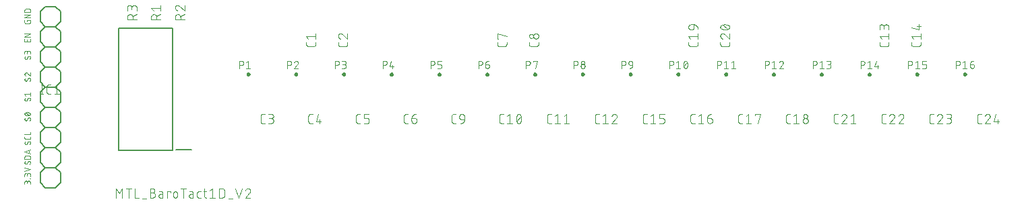
<source format=gbr>
G04 EAGLE Gerber RS-274X export*
G75*
%MOMM*%
%FSLAX34Y34*%
%LPD*%
%INSilkscreen Top*%
%IPPOS*%
%AMOC8*
5,1,8,0,0,1.08239X$1,22.5*%
G01*
%ADD10C,0.101600*%
%ADD11C,0.050800*%
%ADD12C,0.200000*%
%ADD13C,0.152400*%
%ADD14C,0.250000*%
%ADD15C,0.076200*%


D10*
X122568Y23048D02*
X122568Y34732D01*
X126463Y28241D01*
X130357Y34732D01*
X130357Y23048D01*
X138274Y23048D02*
X138274Y34732D01*
X141519Y34732D02*
X135028Y34732D01*
X146100Y34732D02*
X146100Y23048D01*
X151293Y23048D01*
X155108Y21750D02*
X160301Y21750D01*
X165296Y29539D02*
X168542Y29539D01*
X168542Y29540D02*
X168655Y29538D01*
X168768Y29532D01*
X168881Y29522D01*
X168994Y29508D01*
X169106Y29491D01*
X169217Y29469D01*
X169327Y29444D01*
X169437Y29414D01*
X169545Y29381D01*
X169652Y29344D01*
X169758Y29304D01*
X169862Y29259D01*
X169965Y29211D01*
X170066Y29160D01*
X170165Y29105D01*
X170262Y29047D01*
X170357Y28985D01*
X170450Y28920D01*
X170540Y28852D01*
X170628Y28781D01*
X170714Y28706D01*
X170797Y28629D01*
X170877Y28549D01*
X170954Y28466D01*
X171029Y28380D01*
X171100Y28292D01*
X171168Y28202D01*
X171233Y28109D01*
X171295Y28014D01*
X171353Y27917D01*
X171408Y27818D01*
X171459Y27717D01*
X171507Y27614D01*
X171552Y27510D01*
X171592Y27404D01*
X171629Y27297D01*
X171662Y27189D01*
X171692Y27079D01*
X171717Y26969D01*
X171739Y26858D01*
X171756Y26746D01*
X171770Y26633D01*
X171780Y26520D01*
X171786Y26407D01*
X171788Y26294D01*
X171786Y26181D01*
X171780Y26068D01*
X171770Y25955D01*
X171756Y25842D01*
X171739Y25730D01*
X171717Y25619D01*
X171692Y25509D01*
X171662Y25399D01*
X171629Y25291D01*
X171592Y25184D01*
X171552Y25078D01*
X171507Y24974D01*
X171459Y24871D01*
X171408Y24770D01*
X171353Y24671D01*
X171295Y24574D01*
X171233Y24479D01*
X171168Y24386D01*
X171100Y24296D01*
X171029Y24208D01*
X170954Y24122D01*
X170877Y24039D01*
X170797Y23959D01*
X170714Y23882D01*
X170628Y23807D01*
X170540Y23736D01*
X170450Y23668D01*
X170357Y23603D01*
X170262Y23541D01*
X170165Y23483D01*
X170066Y23428D01*
X169965Y23377D01*
X169862Y23329D01*
X169758Y23284D01*
X169652Y23244D01*
X169545Y23207D01*
X169437Y23174D01*
X169327Y23144D01*
X169217Y23119D01*
X169106Y23097D01*
X168994Y23080D01*
X168881Y23066D01*
X168768Y23056D01*
X168655Y23050D01*
X168542Y23048D01*
X165296Y23048D01*
X165296Y34732D01*
X168542Y34732D01*
X168643Y34730D01*
X168743Y34724D01*
X168843Y34714D01*
X168943Y34701D01*
X169042Y34683D01*
X169141Y34662D01*
X169238Y34637D01*
X169335Y34608D01*
X169430Y34575D01*
X169524Y34539D01*
X169616Y34499D01*
X169707Y34456D01*
X169796Y34409D01*
X169883Y34359D01*
X169969Y34305D01*
X170052Y34248D01*
X170132Y34188D01*
X170211Y34125D01*
X170287Y34058D01*
X170360Y33989D01*
X170430Y33917D01*
X170498Y33843D01*
X170563Y33766D01*
X170624Y33686D01*
X170683Y33604D01*
X170738Y33520D01*
X170790Y33434D01*
X170839Y33346D01*
X170884Y33256D01*
X170926Y33164D01*
X170964Y33071D01*
X170998Y32976D01*
X171029Y32881D01*
X171056Y32784D01*
X171079Y32686D01*
X171099Y32587D01*
X171114Y32487D01*
X171126Y32387D01*
X171134Y32287D01*
X171138Y32186D01*
X171138Y32086D01*
X171134Y31985D01*
X171126Y31885D01*
X171114Y31785D01*
X171099Y31685D01*
X171079Y31586D01*
X171056Y31488D01*
X171029Y31391D01*
X170998Y31296D01*
X170964Y31201D01*
X170926Y31108D01*
X170884Y31016D01*
X170839Y30926D01*
X170790Y30838D01*
X170738Y30752D01*
X170683Y30668D01*
X170624Y30586D01*
X170563Y30506D01*
X170498Y30429D01*
X170430Y30355D01*
X170360Y30283D01*
X170287Y30214D01*
X170211Y30147D01*
X170132Y30084D01*
X170052Y30024D01*
X169969Y29967D01*
X169883Y29913D01*
X169796Y29863D01*
X169707Y29816D01*
X169616Y29773D01*
X169524Y29733D01*
X169430Y29697D01*
X169335Y29664D01*
X169238Y29635D01*
X169141Y29610D01*
X169042Y29589D01*
X168943Y29571D01*
X168843Y29558D01*
X168743Y29548D01*
X168643Y29542D01*
X168542Y29540D01*
X178276Y27592D02*
X181197Y27592D01*
X178276Y27592D02*
X178182Y27590D01*
X178088Y27584D01*
X177995Y27575D01*
X177902Y27561D01*
X177810Y27544D01*
X177718Y27522D01*
X177628Y27498D01*
X177538Y27469D01*
X177450Y27437D01*
X177363Y27401D01*
X177278Y27361D01*
X177195Y27318D01*
X177113Y27272D01*
X177033Y27222D01*
X176956Y27169D01*
X176881Y27113D01*
X176808Y27054D01*
X176737Y26992D01*
X176669Y26927D01*
X176604Y26859D01*
X176542Y26788D01*
X176483Y26715D01*
X176427Y26640D01*
X176374Y26563D01*
X176324Y26483D01*
X176278Y26401D01*
X176235Y26318D01*
X176195Y26233D01*
X176159Y26146D01*
X176127Y26058D01*
X176098Y25968D01*
X176074Y25878D01*
X176052Y25786D01*
X176035Y25694D01*
X176021Y25601D01*
X176012Y25508D01*
X176006Y25414D01*
X176004Y25320D01*
X176006Y25226D01*
X176012Y25132D01*
X176021Y25039D01*
X176035Y24946D01*
X176052Y24854D01*
X176074Y24762D01*
X176098Y24672D01*
X176127Y24582D01*
X176159Y24494D01*
X176195Y24407D01*
X176235Y24322D01*
X176278Y24239D01*
X176324Y24157D01*
X176374Y24077D01*
X176427Y24000D01*
X176483Y23925D01*
X176542Y23852D01*
X176604Y23781D01*
X176669Y23713D01*
X176737Y23648D01*
X176808Y23586D01*
X176881Y23527D01*
X176956Y23471D01*
X177033Y23418D01*
X177113Y23368D01*
X177195Y23322D01*
X177278Y23279D01*
X177363Y23239D01*
X177450Y23203D01*
X177538Y23171D01*
X177628Y23142D01*
X177718Y23118D01*
X177810Y23096D01*
X177902Y23079D01*
X177995Y23065D01*
X178088Y23056D01*
X178182Y23050D01*
X178276Y23048D01*
X181197Y23048D01*
X181197Y28890D01*
X181195Y28977D01*
X181189Y29065D01*
X181179Y29151D01*
X181166Y29238D01*
X181148Y29323D01*
X181127Y29408D01*
X181102Y29492D01*
X181073Y29574D01*
X181040Y29655D01*
X181004Y29735D01*
X180965Y29813D01*
X180921Y29889D01*
X180875Y29963D01*
X180825Y30034D01*
X180772Y30104D01*
X180716Y30171D01*
X180657Y30235D01*
X180595Y30297D01*
X180531Y30356D01*
X180464Y30412D01*
X180394Y30465D01*
X180323Y30515D01*
X180249Y30561D01*
X180173Y30605D01*
X180095Y30644D01*
X180015Y30680D01*
X179934Y30713D01*
X179852Y30742D01*
X179768Y30767D01*
X179683Y30788D01*
X179598Y30806D01*
X179511Y30819D01*
X179425Y30829D01*
X179337Y30835D01*
X179250Y30837D01*
X176653Y30837D01*
X186798Y30837D02*
X186798Y23048D01*
X186798Y30837D02*
X190692Y30837D01*
X190692Y29539D01*
X194351Y28241D02*
X194351Y25644D01*
X194352Y28241D02*
X194354Y28342D01*
X194360Y28442D01*
X194370Y28542D01*
X194383Y28642D01*
X194401Y28741D01*
X194422Y28840D01*
X194447Y28937D01*
X194476Y29034D01*
X194509Y29129D01*
X194545Y29223D01*
X194585Y29315D01*
X194628Y29406D01*
X194675Y29495D01*
X194725Y29582D01*
X194779Y29668D01*
X194836Y29751D01*
X194896Y29831D01*
X194959Y29910D01*
X195026Y29986D01*
X195095Y30059D01*
X195167Y30129D01*
X195241Y30197D01*
X195318Y30262D01*
X195398Y30323D01*
X195480Y30382D01*
X195564Y30437D01*
X195650Y30489D01*
X195738Y30538D01*
X195828Y30583D01*
X195920Y30625D01*
X196013Y30663D01*
X196108Y30697D01*
X196203Y30728D01*
X196300Y30755D01*
X196398Y30778D01*
X196497Y30798D01*
X196597Y30813D01*
X196697Y30825D01*
X196797Y30833D01*
X196898Y30837D01*
X196998Y30837D01*
X197099Y30833D01*
X197199Y30825D01*
X197299Y30813D01*
X197399Y30798D01*
X197498Y30778D01*
X197596Y30755D01*
X197693Y30728D01*
X197788Y30697D01*
X197883Y30663D01*
X197976Y30625D01*
X198068Y30583D01*
X198158Y30538D01*
X198246Y30489D01*
X198332Y30437D01*
X198416Y30382D01*
X198498Y30323D01*
X198578Y30262D01*
X198655Y30197D01*
X198729Y30129D01*
X198801Y30059D01*
X198870Y29986D01*
X198937Y29910D01*
X199000Y29831D01*
X199060Y29751D01*
X199117Y29668D01*
X199171Y29582D01*
X199221Y29495D01*
X199268Y29406D01*
X199311Y29315D01*
X199351Y29223D01*
X199387Y29129D01*
X199420Y29034D01*
X199449Y28937D01*
X199474Y28840D01*
X199495Y28741D01*
X199513Y28642D01*
X199526Y28542D01*
X199536Y28442D01*
X199542Y28342D01*
X199544Y28241D01*
X199544Y25644D01*
X199542Y25543D01*
X199536Y25443D01*
X199526Y25343D01*
X199513Y25243D01*
X199495Y25144D01*
X199474Y25045D01*
X199449Y24948D01*
X199420Y24851D01*
X199387Y24756D01*
X199351Y24662D01*
X199311Y24570D01*
X199268Y24479D01*
X199221Y24390D01*
X199171Y24303D01*
X199117Y24217D01*
X199060Y24134D01*
X199000Y24054D01*
X198937Y23975D01*
X198870Y23899D01*
X198801Y23826D01*
X198729Y23756D01*
X198655Y23688D01*
X198578Y23623D01*
X198498Y23562D01*
X198416Y23503D01*
X198332Y23448D01*
X198246Y23396D01*
X198158Y23347D01*
X198068Y23302D01*
X197976Y23260D01*
X197883Y23222D01*
X197788Y23188D01*
X197693Y23157D01*
X197596Y23130D01*
X197498Y23107D01*
X197399Y23087D01*
X197299Y23072D01*
X197199Y23060D01*
X197099Y23052D01*
X196998Y23048D01*
X196898Y23048D01*
X196797Y23052D01*
X196697Y23060D01*
X196597Y23072D01*
X196497Y23087D01*
X196398Y23107D01*
X196300Y23130D01*
X196203Y23157D01*
X196108Y23188D01*
X196013Y23222D01*
X195920Y23260D01*
X195828Y23302D01*
X195738Y23347D01*
X195650Y23396D01*
X195564Y23448D01*
X195480Y23503D01*
X195398Y23562D01*
X195318Y23623D01*
X195241Y23688D01*
X195167Y23756D01*
X195095Y23826D01*
X195026Y23899D01*
X194959Y23975D01*
X194896Y24054D01*
X194836Y24134D01*
X194779Y24217D01*
X194725Y24303D01*
X194675Y24390D01*
X194628Y24479D01*
X194585Y24570D01*
X194545Y24662D01*
X194509Y24756D01*
X194476Y24851D01*
X194447Y24948D01*
X194422Y25045D01*
X194401Y25144D01*
X194383Y25243D01*
X194370Y25343D01*
X194360Y25443D01*
X194354Y25543D01*
X194352Y25644D01*
X206854Y23048D02*
X206854Y34732D01*
X210099Y34732D02*
X203608Y34732D01*
X216376Y27592D02*
X219297Y27592D01*
X216376Y27592D02*
X216282Y27590D01*
X216188Y27584D01*
X216095Y27575D01*
X216002Y27561D01*
X215910Y27544D01*
X215818Y27522D01*
X215728Y27498D01*
X215638Y27469D01*
X215550Y27437D01*
X215463Y27401D01*
X215378Y27361D01*
X215295Y27318D01*
X215213Y27272D01*
X215133Y27222D01*
X215056Y27169D01*
X214981Y27113D01*
X214908Y27054D01*
X214837Y26992D01*
X214769Y26927D01*
X214704Y26859D01*
X214642Y26788D01*
X214583Y26715D01*
X214527Y26640D01*
X214474Y26563D01*
X214424Y26483D01*
X214378Y26401D01*
X214335Y26318D01*
X214295Y26233D01*
X214259Y26146D01*
X214227Y26058D01*
X214198Y25968D01*
X214174Y25878D01*
X214152Y25786D01*
X214135Y25694D01*
X214121Y25601D01*
X214112Y25508D01*
X214106Y25414D01*
X214104Y25320D01*
X214106Y25226D01*
X214112Y25132D01*
X214121Y25039D01*
X214135Y24946D01*
X214152Y24854D01*
X214174Y24762D01*
X214198Y24672D01*
X214227Y24582D01*
X214259Y24494D01*
X214295Y24407D01*
X214335Y24322D01*
X214378Y24239D01*
X214424Y24157D01*
X214474Y24077D01*
X214527Y24000D01*
X214583Y23925D01*
X214642Y23852D01*
X214704Y23781D01*
X214769Y23713D01*
X214837Y23648D01*
X214908Y23586D01*
X214981Y23527D01*
X215056Y23471D01*
X215133Y23418D01*
X215213Y23368D01*
X215295Y23322D01*
X215378Y23279D01*
X215463Y23239D01*
X215550Y23203D01*
X215638Y23171D01*
X215728Y23142D01*
X215818Y23118D01*
X215910Y23096D01*
X216002Y23079D01*
X216095Y23065D01*
X216188Y23056D01*
X216282Y23050D01*
X216376Y23048D01*
X219297Y23048D01*
X219297Y28890D01*
X219295Y28977D01*
X219289Y29065D01*
X219279Y29151D01*
X219266Y29238D01*
X219248Y29323D01*
X219227Y29408D01*
X219202Y29492D01*
X219173Y29574D01*
X219140Y29655D01*
X219104Y29735D01*
X219065Y29813D01*
X219021Y29889D01*
X218975Y29963D01*
X218925Y30034D01*
X218872Y30104D01*
X218816Y30171D01*
X218757Y30235D01*
X218695Y30297D01*
X218631Y30356D01*
X218564Y30412D01*
X218494Y30465D01*
X218423Y30515D01*
X218349Y30561D01*
X218273Y30605D01*
X218195Y30644D01*
X218115Y30680D01*
X218034Y30713D01*
X217952Y30742D01*
X217868Y30767D01*
X217783Y30788D01*
X217698Y30806D01*
X217611Y30819D01*
X217525Y30829D01*
X217437Y30835D01*
X217350Y30837D01*
X214753Y30837D01*
X226411Y23048D02*
X229007Y23048D01*
X226411Y23048D02*
X226324Y23050D01*
X226236Y23056D01*
X226150Y23066D01*
X226063Y23079D01*
X225978Y23097D01*
X225893Y23118D01*
X225809Y23143D01*
X225727Y23172D01*
X225646Y23205D01*
X225566Y23241D01*
X225488Y23280D01*
X225412Y23324D01*
X225338Y23370D01*
X225267Y23420D01*
X225197Y23473D01*
X225130Y23529D01*
X225066Y23588D01*
X225004Y23650D01*
X224945Y23714D01*
X224889Y23781D01*
X224836Y23851D01*
X224786Y23922D01*
X224740Y23996D01*
X224696Y24072D01*
X224657Y24150D01*
X224621Y24230D01*
X224588Y24311D01*
X224559Y24393D01*
X224534Y24477D01*
X224513Y24562D01*
X224495Y24647D01*
X224482Y24734D01*
X224472Y24820D01*
X224466Y24908D01*
X224464Y24995D01*
X224463Y24995D02*
X224463Y28890D01*
X224464Y28890D02*
X224466Y28977D01*
X224472Y29065D01*
X224482Y29151D01*
X224495Y29238D01*
X224513Y29323D01*
X224534Y29408D01*
X224559Y29492D01*
X224588Y29574D01*
X224621Y29655D01*
X224657Y29735D01*
X224696Y29813D01*
X224740Y29889D01*
X224786Y29963D01*
X224836Y30034D01*
X224889Y30104D01*
X224945Y30171D01*
X225004Y30235D01*
X225066Y30297D01*
X225130Y30356D01*
X225197Y30412D01*
X225267Y30465D01*
X225338Y30515D01*
X225412Y30561D01*
X225488Y30605D01*
X225566Y30644D01*
X225646Y30680D01*
X225727Y30713D01*
X225809Y30742D01*
X225893Y30767D01*
X225978Y30788D01*
X226063Y30806D01*
X226150Y30819D01*
X226236Y30829D01*
X226324Y30835D01*
X226411Y30837D01*
X229007Y30837D01*
X232246Y30837D02*
X236140Y30837D01*
X233544Y34732D02*
X233544Y24995D01*
X233546Y24908D01*
X233552Y24820D01*
X233562Y24734D01*
X233575Y24647D01*
X233593Y24562D01*
X233614Y24477D01*
X233639Y24393D01*
X233668Y24311D01*
X233701Y24230D01*
X233737Y24150D01*
X233776Y24072D01*
X233820Y23996D01*
X233866Y23922D01*
X233916Y23851D01*
X233969Y23781D01*
X234025Y23714D01*
X234084Y23650D01*
X234146Y23588D01*
X234210Y23529D01*
X234277Y23473D01*
X234347Y23420D01*
X234418Y23370D01*
X234492Y23324D01*
X234568Y23280D01*
X234646Y23241D01*
X234726Y23205D01*
X234807Y23172D01*
X234889Y23143D01*
X234973Y23118D01*
X235058Y23097D01*
X235143Y23079D01*
X235230Y23066D01*
X235316Y23056D01*
X235404Y23050D01*
X235491Y23048D01*
X236140Y23048D01*
X240565Y32136D02*
X243810Y34732D01*
X243810Y23048D01*
X240565Y23048D02*
X247056Y23048D01*
X252376Y23048D02*
X252376Y34732D01*
X255621Y34732D01*
X255734Y34730D01*
X255847Y34724D01*
X255960Y34714D01*
X256073Y34700D01*
X256185Y34683D01*
X256296Y34661D01*
X256406Y34636D01*
X256516Y34606D01*
X256624Y34573D01*
X256731Y34536D01*
X256837Y34496D01*
X256941Y34451D01*
X257044Y34403D01*
X257145Y34352D01*
X257244Y34297D01*
X257341Y34239D01*
X257436Y34177D01*
X257529Y34112D01*
X257619Y34044D01*
X257707Y33973D01*
X257793Y33898D01*
X257876Y33821D01*
X257956Y33741D01*
X258033Y33658D01*
X258108Y33572D01*
X258179Y33484D01*
X258247Y33394D01*
X258312Y33301D01*
X258374Y33206D01*
X258432Y33109D01*
X258487Y33010D01*
X258538Y32909D01*
X258586Y32806D01*
X258631Y32702D01*
X258671Y32596D01*
X258708Y32489D01*
X258741Y32381D01*
X258771Y32271D01*
X258796Y32161D01*
X258818Y32050D01*
X258835Y31938D01*
X258849Y31825D01*
X258859Y31712D01*
X258865Y31599D01*
X258867Y31486D01*
X258867Y26294D01*
X258865Y26181D01*
X258859Y26068D01*
X258849Y25955D01*
X258835Y25842D01*
X258818Y25730D01*
X258796Y25619D01*
X258771Y25509D01*
X258741Y25399D01*
X258708Y25291D01*
X258671Y25184D01*
X258631Y25078D01*
X258586Y24974D01*
X258538Y24871D01*
X258487Y24770D01*
X258432Y24671D01*
X258374Y24574D01*
X258312Y24479D01*
X258247Y24386D01*
X258179Y24296D01*
X258108Y24208D01*
X258033Y24122D01*
X257956Y24039D01*
X257876Y23959D01*
X257793Y23882D01*
X257707Y23807D01*
X257619Y23736D01*
X257529Y23668D01*
X257436Y23603D01*
X257341Y23541D01*
X257244Y23483D01*
X257145Y23428D01*
X257044Y23377D01*
X256941Y23329D01*
X256837Y23284D01*
X256731Y23244D01*
X256624Y23207D01*
X256516Y23174D01*
X256406Y23144D01*
X256296Y23119D01*
X256185Y23097D01*
X256073Y23080D01*
X255960Y23066D01*
X255847Y23056D01*
X255734Y23050D01*
X255621Y23048D01*
X252376Y23048D01*
X263693Y21750D02*
X268886Y21750D01*
X276576Y23048D02*
X272682Y34732D01*
X280471Y34732D02*
X276576Y23048D01*
X288331Y34732D02*
X288438Y34730D01*
X288544Y34724D01*
X288650Y34714D01*
X288756Y34701D01*
X288862Y34683D01*
X288966Y34662D01*
X289070Y34637D01*
X289173Y34608D01*
X289274Y34576D01*
X289374Y34539D01*
X289473Y34499D01*
X289571Y34456D01*
X289667Y34409D01*
X289761Y34358D01*
X289853Y34304D01*
X289943Y34247D01*
X290031Y34187D01*
X290116Y34123D01*
X290199Y34056D01*
X290280Y33986D01*
X290358Y33914D01*
X290434Y33838D01*
X290506Y33760D01*
X290576Y33679D01*
X290643Y33596D01*
X290707Y33511D01*
X290767Y33423D01*
X290824Y33333D01*
X290878Y33241D01*
X290929Y33147D01*
X290976Y33051D01*
X291019Y32953D01*
X291059Y32854D01*
X291096Y32754D01*
X291128Y32653D01*
X291157Y32550D01*
X291182Y32446D01*
X291203Y32342D01*
X291221Y32236D01*
X291234Y32130D01*
X291244Y32024D01*
X291250Y31918D01*
X291252Y31811D01*
X288331Y34732D02*
X288210Y34730D01*
X288089Y34724D01*
X287969Y34714D01*
X287848Y34701D01*
X287729Y34683D01*
X287609Y34662D01*
X287491Y34637D01*
X287374Y34608D01*
X287257Y34575D01*
X287142Y34539D01*
X287028Y34498D01*
X286915Y34455D01*
X286803Y34407D01*
X286694Y34356D01*
X286586Y34301D01*
X286479Y34243D01*
X286375Y34182D01*
X286273Y34117D01*
X286173Y34049D01*
X286075Y33978D01*
X285979Y33904D01*
X285886Y33827D01*
X285796Y33746D01*
X285708Y33663D01*
X285623Y33577D01*
X285540Y33488D01*
X285461Y33397D01*
X285384Y33303D01*
X285311Y33207D01*
X285241Y33109D01*
X285174Y33008D01*
X285110Y32905D01*
X285050Y32800D01*
X284993Y32693D01*
X284939Y32585D01*
X284889Y32475D01*
X284843Y32363D01*
X284800Y32250D01*
X284761Y32135D01*
X290278Y29539D02*
X290357Y29616D01*
X290433Y29697D01*
X290506Y29780D01*
X290576Y29865D01*
X290643Y29953D01*
X290707Y30043D01*
X290767Y30135D01*
X290824Y30230D01*
X290878Y30326D01*
X290929Y30424D01*
X290976Y30524D01*
X291020Y30626D01*
X291060Y30729D01*
X291096Y30833D01*
X291128Y30939D01*
X291157Y31045D01*
X291182Y31153D01*
X291204Y31261D01*
X291221Y31371D01*
X291235Y31480D01*
X291244Y31590D01*
X291250Y31701D01*
X291252Y31811D01*
X290278Y29539D02*
X284761Y23048D01*
X291252Y23048D01*
D11*
X14826Y40414D02*
X14826Y42390D01*
X14824Y42477D01*
X14818Y42565D01*
X14809Y42652D01*
X14795Y42738D01*
X14778Y42824D01*
X14757Y42908D01*
X14732Y42992D01*
X14703Y43075D01*
X14671Y43156D01*
X14636Y43236D01*
X14597Y43314D01*
X14554Y43391D01*
X14508Y43465D01*
X14459Y43537D01*
X14407Y43607D01*
X14351Y43675D01*
X14293Y43740D01*
X14232Y43803D01*
X14168Y43862D01*
X14101Y43919D01*
X14033Y43973D01*
X13961Y44024D01*
X13888Y44071D01*
X13813Y44116D01*
X13735Y44157D01*
X13656Y44194D01*
X13576Y44228D01*
X13494Y44258D01*
X13411Y44285D01*
X13326Y44308D01*
X13241Y44327D01*
X13155Y44342D01*
X13068Y44354D01*
X12981Y44362D01*
X12894Y44366D01*
X12806Y44366D01*
X12719Y44362D01*
X12632Y44354D01*
X12545Y44342D01*
X12459Y44327D01*
X12374Y44308D01*
X12289Y44285D01*
X12206Y44258D01*
X12124Y44228D01*
X12044Y44194D01*
X11965Y44157D01*
X11887Y44116D01*
X11812Y44071D01*
X11739Y44024D01*
X11667Y43973D01*
X11599Y43919D01*
X11532Y43862D01*
X11468Y43803D01*
X11407Y43740D01*
X11349Y43675D01*
X11293Y43607D01*
X11241Y43537D01*
X11192Y43465D01*
X11146Y43391D01*
X11103Y43314D01*
X11064Y43236D01*
X11029Y43156D01*
X10997Y43075D01*
X10968Y42992D01*
X10943Y42908D01*
X10922Y42824D01*
X10905Y42738D01*
X10891Y42652D01*
X10882Y42565D01*
X10876Y42477D01*
X10874Y42390D01*
X7714Y42785D02*
X7714Y40414D01*
X7714Y42785D02*
X7716Y42864D01*
X7722Y42942D01*
X7732Y43020D01*
X7745Y43098D01*
X7763Y43175D01*
X7784Y43251D01*
X7809Y43325D01*
X7838Y43399D01*
X7870Y43471D01*
X7906Y43541D01*
X7946Y43609D01*
X7989Y43675D01*
X8035Y43739D01*
X8084Y43801D01*
X8136Y43860D01*
X8191Y43916D01*
X8249Y43970D01*
X8309Y44020D01*
X8372Y44068D01*
X8437Y44112D01*
X8504Y44153D01*
X8573Y44191D01*
X8644Y44225D01*
X8717Y44256D01*
X8791Y44283D01*
X8866Y44306D01*
X8942Y44325D01*
X9020Y44341D01*
X9098Y44353D01*
X9176Y44361D01*
X9255Y44365D01*
X9333Y44365D01*
X9412Y44361D01*
X9490Y44353D01*
X9568Y44341D01*
X9646Y44325D01*
X9722Y44306D01*
X9797Y44283D01*
X9871Y44256D01*
X9944Y44225D01*
X10015Y44191D01*
X10084Y44153D01*
X10151Y44112D01*
X10216Y44068D01*
X10279Y44020D01*
X10339Y43970D01*
X10397Y43916D01*
X10452Y43860D01*
X10504Y43801D01*
X10553Y43739D01*
X10599Y43675D01*
X10642Y43609D01*
X10682Y43541D01*
X10718Y43471D01*
X10750Y43399D01*
X10779Y43325D01*
X10804Y43251D01*
X10825Y43175D01*
X10843Y43098D01*
X10856Y43020D01*
X10866Y42942D01*
X10872Y42864D01*
X10874Y42785D01*
X10875Y42785D02*
X10875Y41204D01*
X14431Y46993D02*
X14826Y46993D01*
X14431Y46993D02*
X14431Y47388D01*
X14826Y47388D01*
X14826Y46993D01*
X14826Y50015D02*
X14826Y51991D01*
X14824Y52078D01*
X14818Y52166D01*
X14809Y52253D01*
X14795Y52339D01*
X14778Y52425D01*
X14757Y52509D01*
X14732Y52593D01*
X14703Y52676D01*
X14671Y52757D01*
X14636Y52837D01*
X14597Y52915D01*
X14554Y52992D01*
X14508Y53066D01*
X14459Y53138D01*
X14407Y53208D01*
X14351Y53276D01*
X14293Y53341D01*
X14232Y53404D01*
X14168Y53463D01*
X14101Y53520D01*
X14033Y53574D01*
X13961Y53625D01*
X13888Y53672D01*
X13813Y53717D01*
X13735Y53758D01*
X13656Y53795D01*
X13576Y53829D01*
X13494Y53859D01*
X13411Y53886D01*
X13326Y53909D01*
X13241Y53928D01*
X13155Y53943D01*
X13068Y53955D01*
X12981Y53963D01*
X12894Y53967D01*
X12806Y53967D01*
X12719Y53963D01*
X12632Y53955D01*
X12545Y53943D01*
X12459Y53928D01*
X12374Y53909D01*
X12289Y53886D01*
X12206Y53859D01*
X12124Y53829D01*
X12044Y53795D01*
X11965Y53758D01*
X11887Y53717D01*
X11812Y53672D01*
X11739Y53625D01*
X11667Y53574D01*
X11599Y53520D01*
X11532Y53463D01*
X11468Y53404D01*
X11407Y53341D01*
X11349Y53276D01*
X11293Y53208D01*
X11241Y53138D01*
X11192Y53066D01*
X11146Y52992D01*
X11103Y52915D01*
X11064Y52837D01*
X11029Y52757D01*
X10997Y52676D01*
X10968Y52593D01*
X10943Y52509D01*
X10922Y52425D01*
X10905Y52339D01*
X10891Y52253D01*
X10882Y52166D01*
X10876Y52078D01*
X10874Y51991D01*
X7714Y52386D02*
X7714Y50015D01*
X7714Y52386D02*
X7716Y52465D01*
X7722Y52543D01*
X7732Y52621D01*
X7745Y52699D01*
X7763Y52776D01*
X7784Y52852D01*
X7809Y52926D01*
X7838Y53000D01*
X7870Y53072D01*
X7906Y53142D01*
X7946Y53210D01*
X7989Y53276D01*
X8035Y53340D01*
X8084Y53402D01*
X8136Y53461D01*
X8191Y53517D01*
X8249Y53571D01*
X8309Y53621D01*
X8372Y53669D01*
X8437Y53713D01*
X8504Y53754D01*
X8573Y53792D01*
X8644Y53826D01*
X8717Y53857D01*
X8791Y53884D01*
X8866Y53907D01*
X8942Y53926D01*
X9020Y53942D01*
X9098Y53954D01*
X9176Y53962D01*
X9255Y53966D01*
X9333Y53966D01*
X9412Y53962D01*
X9490Y53954D01*
X9568Y53942D01*
X9646Y53926D01*
X9722Y53907D01*
X9797Y53884D01*
X9871Y53857D01*
X9944Y53826D01*
X10015Y53792D01*
X10084Y53754D01*
X10151Y53713D01*
X10216Y53669D01*
X10279Y53621D01*
X10339Y53571D01*
X10397Y53517D01*
X10452Y53461D01*
X10504Y53402D01*
X10553Y53340D01*
X10599Y53276D01*
X10642Y53210D01*
X10682Y53142D01*
X10718Y53072D01*
X10750Y53000D01*
X10779Y52926D01*
X10804Y52852D01*
X10825Y52776D01*
X10843Y52699D01*
X10856Y52621D01*
X10866Y52543D01*
X10872Y52465D01*
X10874Y52386D01*
X10875Y52386D02*
X10875Y50805D01*
X7714Y56478D02*
X14826Y58849D01*
X7714Y61219D01*
X14826Y67705D02*
X14824Y67783D01*
X14818Y67860D01*
X14809Y67937D01*
X14796Y68013D01*
X14779Y68089D01*
X14758Y68164D01*
X14734Y68237D01*
X14706Y68310D01*
X14674Y68381D01*
X14639Y68450D01*
X14601Y68517D01*
X14560Y68583D01*
X14515Y68646D01*
X14467Y68707D01*
X14417Y68766D01*
X14363Y68822D01*
X14307Y68876D01*
X14248Y68926D01*
X14187Y68974D01*
X14124Y69019D01*
X14058Y69060D01*
X13991Y69098D01*
X13922Y69133D01*
X13851Y69165D01*
X13778Y69193D01*
X13705Y69217D01*
X13630Y69238D01*
X13554Y69255D01*
X13478Y69268D01*
X13401Y69277D01*
X13324Y69283D01*
X13246Y69285D01*
X14826Y67705D02*
X14824Y67590D01*
X14818Y67476D01*
X14808Y67362D01*
X14795Y67248D01*
X14777Y67135D01*
X14755Y67022D01*
X14730Y66910D01*
X14701Y66800D01*
X14668Y66690D01*
X14631Y66581D01*
X14591Y66474D01*
X14547Y66368D01*
X14499Y66264D01*
X14448Y66161D01*
X14393Y66061D01*
X14335Y65962D01*
X14273Y65865D01*
X14209Y65771D01*
X14141Y65678D01*
X14069Y65588D01*
X13995Y65501D01*
X13918Y65416D01*
X13838Y65334D01*
X9294Y65532D02*
X9216Y65534D01*
X9139Y65540D01*
X9062Y65549D01*
X8986Y65562D01*
X8910Y65579D01*
X8835Y65600D01*
X8762Y65624D01*
X8689Y65652D01*
X8618Y65684D01*
X8549Y65719D01*
X8482Y65757D01*
X8416Y65798D01*
X8353Y65843D01*
X8292Y65891D01*
X8233Y65941D01*
X8177Y65995D01*
X8123Y66051D01*
X8073Y66110D01*
X8025Y66171D01*
X7980Y66234D01*
X7939Y66300D01*
X7901Y66367D01*
X7866Y66436D01*
X7834Y66507D01*
X7806Y66580D01*
X7782Y66653D01*
X7761Y66728D01*
X7744Y66804D01*
X7731Y66880D01*
X7722Y66957D01*
X7716Y67034D01*
X7714Y67112D01*
X7716Y67218D01*
X7722Y67324D01*
X7731Y67429D01*
X7744Y67534D01*
X7761Y67639D01*
X7782Y67743D01*
X7806Y67846D01*
X7834Y67948D01*
X7866Y68049D01*
X7901Y68149D01*
X7940Y68247D01*
X7983Y68345D01*
X8028Y68440D01*
X8077Y68534D01*
X8130Y68626D01*
X8186Y68716D01*
X8245Y68804D01*
X8307Y68890D01*
X10677Y66322D02*
X10635Y66255D01*
X10590Y66190D01*
X10541Y66127D01*
X10490Y66066D01*
X10435Y66009D01*
X10378Y65954D01*
X10318Y65901D01*
X10256Y65852D01*
X10191Y65806D01*
X10125Y65764D01*
X10056Y65724D01*
X9985Y65688D01*
X9912Y65656D01*
X9838Y65627D01*
X9763Y65602D01*
X9687Y65581D01*
X9609Y65563D01*
X9531Y65550D01*
X9452Y65540D01*
X9373Y65534D01*
X9294Y65532D01*
X11863Y68495D02*
X11905Y68562D01*
X11950Y68627D01*
X11999Y68690D01*
X12050Y68751D01*
X12105Y68808D01*
X12162Y68863D01*
X12222Y68916D01*
X12284Y68965D01*
X12349Y69011D01*
X12415Y69053D01*
X12484Y69093D01*
X12555Y69129D01*
X12628Y69161D01*
X12702Y69190D01*
X12777Y69215D01*
X12853Y69236D01*
X12931Y69254D01*
X13009Y69267D01*
X13088Y69277D01*
X13167Y69283D01*
X13246Y69285D01*
X11863Y68495D02*
X10677Y66322D01*
X7714Y72192D02*
X14826Y72192D01*
X7714Y72192D02*
X7714Y74168D01*
X7716Y74254D01*
X7722Y74340D01*
X7731Y74426D01*
X7744Y74511D01*
X7761Y74596D01*
X7781Y74679D01*
X7805Y74762D01*
X7833Y74844D01*
X7864Y74924D01*
X7899Y75003D01*
X7937Y75080D01*
X7979Y75156D01*
X8023Y75230D01*
X8071Y75301D01*
X8122Y75371D01*
X8176Y75438D01*
X8233Y75503D01*
X8293Y75565D01*
X8355Y75625D01*
X8420Y75682D01*
X8487Y75736D01*
X8557Y75787D01*
X8628Y75835D01*
X8702Y75879D01*
X8778Y75921D01*
X8855Y75959D01*
X8934Y75994D01*
X9014Y76025D01*
X9096Y76053D01*
X9179Y76077D01*
X9262Y76097D01*
X9347Y76114D01*
X9432Y76127D01*
X9518Y76136D01*
X9604Y76142D01*
X9690Y76144D01*
X9690Y76143D02*
X12850Y76143D01*
X12850Y76144D02*
X12936Y76142D01*
X13022Y76136D01*
X13108Y76127D01*
X13193Y76114D01*
X13278Y76097D01*
X13361Y76077D01*
X13444Y76053D01*
X13526Y76025D01*
X13606Y75994D01*
X13685Y75959D01*
X13762Y75921D01*
X13838Y75879D01*
X13912Y75835D01*
X13983Y75787D01*
X14053Y75736D01*
X14120Y75682D01*
X14185Y75625D01*
X14247Y75565D01*
X14307Y75503D01*
X14364Y75438D01*
X14418Y75371D01*
X14469Y75301D01*
X14517Y75230D01*
X14561Y75156D01*
X14603Y75080D01*
X14641Y75003D01*
X14676Y74924D01*
X14707Y74844D01*
X14735Y74762D01*
X14759Y74679D01*
X14779Y74596D01*
X14796Y74511D01*
X14809Y74426D01*
X14818Y74340D01*
X14824Y74254D01*
X14826Y74168D01*
X14826Y72192D01*
X14826Y78883D02*
X7714Y81254D01*
X14826Y83625D01*
X13048Y83032D02*
X13048Y79476D01*
X14826Y92625D02*
X14824Y92703D01*
X14818Y92780D01*
X14809Y92857D01*
X14796Y92933D01*
X14779Y93009D01*
X14758Y93084D01*
X14734Y93157D01*
X14706Y93230D01*
X14674Y93301D01*
X14639Y93370D01*
X14601Y93437D01*
X14560Y93503D01*
X14515Y93566D01*
X14467Y93627D01*
X14417Y93686D01*
X14363Y93742D01*
X14307Y93796D01*
X14248Y93846D01*
X14187Y93894D01*
X14124Y93939D01*
X14058Y93980D01*
X13991Y94018D01*
X13922Y94053D01*
X13851Y94085D01*
X13778Y94113D01*
X13705Y94137D01*
X13630Y94158D01*
X13554Y94175D01*
X13478Y94188D01*
X13401Y94197D01*
X13324Y94203D01*
X13246Y94205D01*
X14826Y92625D02*
X14824Y92510D01*
X14818Y92396D01*
X14808Y92282D01*
X14795Y92168D01*
X14777Y92055D01*
X14755Y91942D01*
X14730Y91830D01*
X14701Y91720D01*
X14668Y91610D01*
X14631Y91501D01*
X14591Y91394D01*
X14547Y91288D01*
X14499Y91184D01*
X14448Y91081D01*
X14393Y90981D01*
X14335Y90882D01*
X14273Y90785D01*
X14209Y90691D01*
X14141Y90598D01*
X14069Y90508D01*
X13995Y90421D01*
X13918Y90336D01*
X13838Y90254D01*
X9294Y90452D02*
X9216Y90454D01*
X9139Y90460D01*
X9062Y90469D01*
X8986Y90482D01*
X8910Y90499D01*
X8835Y90520D01*
X8762Y90544D01*
X8689Y90572D01*
X8618Y90604D01*
X8549Y90639D01*
X8482Y90677D01*
X8416Y90718D01*
X8353Y90763D01*
X8292Y90811D01*
X8233Y90861D01*
X8177Y90915D01*
X8123Y90971D01*
X8073Y91030D01*
X8025Y91091D01*
X7980Y91154D01*
X7939Y91220D01*
X7901Y91287D01*
X7866Y91356D01*
X7834Y91427D01*
X7806Y91500D01*
X7782Y91573D01*
X7761Y91648D01*
X7744Y91724D01*
X7731Y91800D01*
X7722Y91877D01*
X7716Y91954D01*
X7714Y92032D01*
X7716Y92138D01*
X7722Y92244D01*
X7731Y92349D01*
X7744Y92454D01*
X7761Y92559D01*
X7782Y92663D01*
X7806Y92766D01*
X7834Y92868D01*
X7866Y92969D01*
X7901Y93069D01*
X7940Y93167D01*
X7983Y93265D01*
X8028Y93360D01*
X8077Y93454D01*
X8130Y93546D01*
X8186Y93636D01*
X8245Y93724D01*
X8307Y93810D01*
X10677Y91242D02*
X10635Y91175D01*
X10590Y91110D01*
X10541Y91047D01*
X10490Y90986D01*
X10435Y90929D01*
X10378Y90874D01*
X10318Y90821D01*
X10256Y90772D01*
X10191Y90726D01*
X10125Y90684D01*
X10056Y90644D01*
X9985Y90608D01*
X9912Y90576D01*
X9838Y90547D01*
X9763Y90522D01*
X9687Y90501D01*
X9609Y90483D01*
X9531Y90470D01*
X9452Y90460D01*
X9373Y90454D01*
X9294Y90452D01*
X11863Y93415D02*
X11905Y93482D01*
X11950Y93547D01*
X11999Y93610D01*
X12050Y93671D01*
X12105Y93728D01*
X12162Y93783D01*
X12222Y93836D01*
X12284Y93885D01*
X12349Y93931D01*
X12415Y93973D01*
X12484Y94013D01*
X12555Y94049D01*
X12628Y94081D01*
X12702Y94110D01*
X12777Y94135D01*
X12853Y94156D01*
X12931Y94174D01*
X13009Y94187D01*
X13088Y94197D01*
X13167Y94203D01*
X13246Y94205D01*
X11863Y93415D02*
X10677Y91242D01*
X14826Y98446D02*
X14826Y100026D01*
X14826Y98446D02*
X14824Y98368D01*
X14818Y98291D01*
X14809Y98214D01*
X14796Y98138D01*
X14779Y98062D01*
X14758Y97987D01*
X14734Y97914D01*
X14706Y97841D01*
X14674Y97770D01*
X14639Y97701D01*
X14601Y97634D01*
X14560Y97568D01*
X14515Y97505D01*
X14467Y97444D01*
X14417Y97385D01*
X14363Y97329D01*
X14307Y97275D01*
X14248Y97225D01*
X14187Y97177D01*
X14124Y97132D01*
X14058Y97091D01*
X13991Y97053D01*
X13922Y97018D01*
X13851Y96986D01*
X13778Y96958D01*
X13705Y96934D01*
X13630Y96913D01*
X13554Y96896D01*
X13478Y96883D01*
X13401Y96874D01*
X13324Y96868D01*
X13246Y96866D01*
X13246Y96865D02*
X9294Y96865D01*
X9216Y96867D01*
X9139Y96873D01*
X9062Y96882D01*
X8986Y96895D01*
X8910Y96912D01*
X8835Y96933D01*
X8761Y96957D01*
X8689Y96985D01*
X8618Y97017D01*
X8549Y97052D01*
X8481Y97090D01*
X8416Y97131D01*
X8352Y97176D01*
X8291Y97224D01*
X8232Y97275D01*
X8176Y97328D01*
X8123Y97384D01*
X8072Y97443D01*
X8024Y97504D01*
X7979Y97568D01*
X7938Y97633D01*
X7900Y97701D01*
X7865Y97770D01*
X7833Y97841D01*
X7805Y97913D01*
X7781Y97987D01*
X7760Y98062D01*
X7743Y98138D01*
X7730Y98214D01*
X7721Y98291D01*
X7715Y98368D01*
X7713Y98446D01*
X7714Y98446D02*
X7714Y100026D01*
X7714Y102839D02*
X14826Y102839D01*
X14826Y106000D01*
X14826Y122625D02*
X14824Y122703D01*
X14818Y122780D01*
X14809Y122857D01*
X14796Y122933D01*
X14779Y123009D01*
X14758Y123084D01*
X14734Y123157D01*
X14706Y123230D01*
X14674Y123301D01*
X14639Y123370D01*
X14601Y123437D01*
X14560Y123503D01*
X14515Y123566D01*
X14467Y123627D01*
X14417Y123686D01*
X14363Y123742D01*
X14307Y123796D01*
X14248Y123846D01*
X14187Y123894D01*
X14124Y123939D01*
X14058Y123980D01*
X13991Y124018D01*
X13922Y124053D01*
X13851Y124085D01*
X13778Y124113D01*
X13705Y124137D01*
X13630Y124158D01*
X13554Y124175D01*
X13478Y124188D01*
X13401Y124197D01*
X13324Y124203D01*
X13246Y124205D01*
X14826Y122625D02*
X14824Y122510D01*
X14818Y122396D01*
X14808Y122282D01*
X14795Y122168D01*
X14777Y122055D01*
X14755Y121942D01*
X14730Y121830D01*
X14701Y121720D01*
X14668Y121610D01*
X14631Y121501D01*
X14591Y121394D01*
X14547Y121288D01*
X14499Y121184D01*
X14448Y121081D01*
X14393Y120981D01*
X14335Y120882D01*
X14273Y120785D01*
X14209Y120691D01*
X14141Y120598D01*
X14069Y120508D01*
X13995Y120421D01*
X13918Y120336D01*
X13838Y120254D01*
X9294Y120452D02*
X9216Y120454D01*
X9139Y120460D01*
X9062Y120469D01*
X8986Y120482D01*
X8910Y120499D01*
X8835Y120520D01*
X8762Y120544D01*
X8689Y120572D01*
X8618Y120604D01*
X8549Y120639D01*
X8482Y120677D01*
X8416Y120718D01*
X8353Y120763D01*
X8292Y120811D01*
X8233Y120861D01*
X8177Y120915D01*
X8123Y120971D01*
X8073Y121030D01*
X8025Y121091D01*
X7980Y121154D01*
X7939Y121220D01*
X7901Y121287D01*
X7866Y121356D01*
X7834Y121427D01*
X7806Y121500D01*
X7782Y121573D01*
X7761Y121648D01*
X7744Y121724D01*
X7731Y121800D01*
X7722Y121877D01*
X7716Y121954D01*
X7714Y122032D01*
X7716Y122138D01*
X7722Y122244D01*
X7731Y122349D01*
X7744Y122454D01*
X7761Y122559D01*
X7782Y122663D01*
X7806Y122766D01*
X7834Y122868D01*
X7866Y122969D01*
X7901Y123069D01*
X7940Y123167D01*
X7983Y123265D01*
X8028Y123360D01*
X8077Y123454D01*
X8130Y123546D01*
X8186Y123636D01*
X8245Y123724D01*
X8307Y123810D01*
X10677Y121242D02*
X10635Y121175D01*
X10590Y121110D01*
X10541Y121047D01*
X10490Y120986D01*
X10435Y120929D01*
X10378Y120874D01*
X10318Y120821D01*
X10256Y120772D01*
X10191Y120726D01*
X10125Y120684D01*
X10056Y120644D01*
X9985Y120608D01*
X9912Y120576D01*
X9838Y120547D01*
X9763Y120522D01*
X9687Y120501D01*
X9609Y120483D01*
X9531Y120470D01*
X9452Y120460D01*
X9373Y120454D01*
X9294Y120452D01*
X11863Y123415D02*
X11905Y123482D01*
X11950Y123547D01*
X11999Y123610D01*
X12050Y123671D01*
X12105Y123728D01*
X12162Y123783D01*
X12222Y123836D01*
X12284Y123885D01*
X12349Y123931D01*
X12415Y123973D01*
X12484Y124013D01*
X12555Y124049D01*
X12628Y124081D01*
X12702Y124110D01*
X12777Y124135D01*
X12853Y124156D01*
X12931Y124174D01*
X13009Y124187D01*
X13088Y124197D01*
X13167Y124203D01*
X13246Y124205D01*
X11863Y123415D02*
X10677Y121242D01*
X11270Y126883D02*
X11122Y126885D01*
X10975Y126890D01*
X10827Y126900D01*
X10680Y126913D01*
X10533Y126929D01*
X10387Y126950D01*
X10242Y126974D01*
X10096Y127002D01*
X9952Y127033D01*
X9809Y127068D01*
X9666Y127107D01*
X9525Y127149D01*
X9384Y127195D01*
X9245Y127244D01*
X9107Y127297D01*
X8970Y127353D01*
X8835Y127413D01*
X8702Y127476D01*
X8631Y127502D01*
X8562Y127532D01*
X8494Y127566D01*
X8428Y127603D01*
X8364Y127643D01*
X8302Y127687D01*
X8243Y127733D01*
X8186Y127783D01*
X8132Y127836D01*
X8080Y127891D01*
X8032Y127949D01*
X7986Y128009D01*
X7944Y128072D01*
X7905Y128137D01*
X7869Y128203D01*
X7837Y128272D01*
X7809Y128341D01*
X7784Y128413D01*
X7763Y128485D01*
X7745Y128559D01*
X7732Y128633D01*
X7722Y128708D01*
X7716Y128783D01*
X7714Y128859D01*
X7716Y128935D01*
X7722Y129010D01*
X7732Y129085D01*
X7745Y129159D01*
X7763Y129233D01*
X7784Y129305D01*
X7809Y129377D01*
X7837Y129446D01*
X7869Y129515D01*
X7905Y129581D01*
X7944Y129646D01*
X7986Y129709D01*
X8032Y129769D01*
X8080Y129827D01*
X8132Y129882D01*
X8186Y129935D01*
X8243Y129985D01*
X8302Y130031D01*
X8364Y130075D01*
X8428Y130115D01*
X8494Y130152D01*
X8562Y130186D01*
X8631Y130216D01*
X8702Y130242D01*
X8835Y130305D01*
X8970Y130365D01*
X9107Y130421D01*
X9245Y130474D01*
X9384Y130523D01*
X9525Y130569D01*
X9666Y130611D01*
X9809Y130650D01*
X9952Y130685D01*
X10096Y130716D01*
X10242Y130744D01*
X10387Y130768D01*
X10533Y130789D01*
X10680Y130805D01*
X10827Y130818D01*
X10975Y130828D01*
X11122Y130833D01*
X11270Y130835D01*
X11270Y126883D02*
X11418Y126885D01*
X11565Y126890D01*
X11713Y126900D01*
X11860Y126913D01*
X12007Y126929D01*
X12153Y126950D01*
X12298Y126974D01*
X12444Y127002D01*
X12588Y127033D01*
X12731Y127068D01*
X12874Y127107D01*
X13015Y127149D01*
X13156Y127195D01*
X13295Y127244D01*
X13433Y127297D01*
X13570Y127353D01*
X13705Y127413D01*
X13838Y127476D01*
X13909Y127502D01*
X13978Y127532D01*
X14046Y127566D01*
X14112Y127603D01*
X14176Y127643D01*
X14238Y127687D01*
X14297Y127733D01*
X14354Y127783D01*
X14408Y127836D01*
X14460Y127891D01*
X14508Y127949D01*
X14554Y128009D01*
X14596Y128072D01*
X14635Y128137D01*
X14671Y128203D01*
X14703Y128272D01*
X14731Y128342D01*
X14756Y128413D01*
X14777Y128485D01*
X14795Y128559D01*
X14808Y128633D01*
X14818Y128708D01*
X14824Y128783D01*
X14826Y128859D01*
X13838Y130241D02*
X13705Y130304D01*
X13570Y130364D01*
X13433Y130420D01*
X13295Y130473D01*
X13156Y130522D01*
X13015Y130568D01*
X12874Y130610D01*
X12731Y130649D01*
X12588Y130684D01*
X12444Y130715D01*
X12298Y130743D01*
X12153Y130767D01*
X12007Y130788D01*
X11860Y130804D01*
X11713Y130817D01*
X11565Y130827D01*
X11418Y130832D01*
X11270Y130834D01*
X13838Y130242D02*
X13909Y130216D01*
X13978Y130186D01*
X14046Y130152D01*
X14112Y130115D01*
X14176Y130075D01*
X14238Y130031D01*
X14297Y129985D01*
X14354Y129935D01*
X14408Y129882D01*
X14460Y129827D01*
X14508Y129769D01*
X14554Y129709D01*
X14596Y129646D01*
X14635Y129581D01*
X14671Y129515D01*
X14703Y129446D01*
X14731Y129376D01*
X14756Y129305D01*
X14777Y129233D01*
X14795Y129159D01*
X14808Y129085D01*
X14818Y129010D01*
X14824Y128935D01*
X14826Y128859D01*
X13246Y127278D02*
X9294Y130439D01*
X14826Y147545D02*
X14824Y147623D01*
X14818Y147700D01*
X14809Y147777D01*
X14796Y147853D01*
X14779Y147929D01*
X14758Y148004D01*
X14734Y148077D01*
X14706Y148150D01*
X14674Y148221D01*
X14639Y148290D01*
X14601Y148357D01*
X14560Y148423D01*
X14515Y148486D01*
X14467Y148547D01*
X14417Y148606D01*
X14363Y148662D01*
X14307Y148716D01*
X14248Y148766D01*
X14187Y148814D01*
X14124Y148859D01*
X14058Y148900D01*
X13991Y148938D01*
X13922Y148973D01*
X13851Y149005D01*
X13778Y149033D01*
X13705Y149057D01*
X13630Y149078D01*
X13554Y149095D01*
X13478Y149108D01*
X13401Y149117D01*
X13324Y149123D01*
X13246Y149125D01*
X14826Y147545D02*
X14824Y147430D01*
X14818Y147316D01*
X14808Y147202D01*
X14795Y147088D01*
X14777Y146975D01*
X14755Y146862D01*
X14730Y146750D01*
X14701Y146640D01*
X14668Y146530D01*
X14631Y146421D01*
X14591Y146314D01*
X14547Y146208D01*
X14499Y146104D01*
X14448Y146001D01*
X14393Y145901D01*
X14335Y145802D01*
X14273Y145705D01*
X14209Y145611D01*
X14141Y145518D01*
X14069Y145428D01*
X13995Y145341D01*
X13918Y145256D01*
X13838Y145174D01*
X9294Y145372D02*
X9216Y145374D01*
X9139Y145380D01*
X9062Y145389D01*
X8986Y145402D01*
X8910Y145419D01*
X8835Y145440D01*
X8762Y145464D01*
X8689Y145492D01*
X8618Y145524D01*
X8549Y145559D01*
X8482Y145597D01*
X8416Y145638D01*
X8353Y145683D01*
X8292Y145731D01*
X8233Y145781D01*
X8177Y145835D01*
X8123Y145891D01*
X8073Y145950D01*
X8025Y146011D01*
X7980Y146074D01*
X7939Y146140D01*
X7901Y146207D01*
X7866Y146276D01*
X7834Y146347D01*
X7806Y146420D01*
X7782Y146493D01*
X7761Y146568D01*
X7744Y146644D01*
X7731Y146720D01*
X7722Y146797D01*
X7716Y146874D01*
X7714Y146952D01*
X7716Y147058D01*
X7722Y147164D01*
X7731Y147269D01*
X7744Y147374D01*
X7761Y147479D01*
X7782Y147583D01*
X7806Y147686D01*
X7834Y147788D01*
X7866Y147889D01*
X7901Y147989D01*
X7940Y148087D01*
X7983Y148185D01*
X8028Y148280D01*
X8077Y148374D01*
X8130Y148466D01*
X8186Y148556D01*
X8245Y148644D01*
X8307Y148730D01*
X10677Y146162D02*
X10635Y146095D01*
X10590Y146030D01*
X10541Y145967D01*
X10490Y145906D01*
X10435Y145849D01*
X10378Y145794D01*
X10318Y145741D01*
X10256Y145692D01*
X10191Y145646D01*
X10125Y145604D01*
X10056Y145564D01*
X9985Y145528D01*
X9912Y145496D01*
X9838Y145467D01*
X9763Y145442D01*
X9687Y145421D01*
X9609Y145403D01*
X9531Y145390D01*
X9452Y145380D01*
X9373Y145374D01*
X9294Y145372D01*
X11863Y148335D02*
X11905Y148402D01*
X11950Y148467D01*
X11999Y148530D01*
X12050Y148591D01*
X12105Y148648D01*
X12162Y148703D01*
X12222Y148756D01*
X12284Y148805D01*
X12349Y148851D01*
X12415Y148893D01*
X12484Y148933D01*
X12555Y148969D01*
X12628Y149001D01*
X12702Y149030D01*
X12777Y149055D01*
X12853Y149076D01*
X12931Y149094D01*
X13009Y149107D01*
X13088Y149117D01*
X13167Y149123D01*
X13246Y149125D01*
X11863Y148335D02*
X10677Y146162D01*
X9294Y151803D02*
X7714Y153779D01*
X14826Y153779D01*
X14826Y155754D02*
X14826Y151803D01*
X14826Y172625D02*
X14824Y172703D01*
X14818Y172780D01*
X14809Y172857D01*
X14796Y172933D01*
X14779Y173009D01*
X14758Y173084D01*
X14734Y173157D01*
X14706Y173230D01*
X14674Y173301D01*
X14639Y173370D01*
X14601Y173437D01*
X14560Y173503D01*
X14515Y173566D01*
X14467Y173627D01*
X14417Y173686D01*
X14363Y173742D01*
X14307Y173796D01*
X14248Y173846D01*
X14187Y173894D01*
X14124Y173939D01*
X14058Y173980D01*
X13991Y174018D01*
X13922Y174053D01*
X13851Y174085D01*
X13778Y174113D01*
X13705Y174137D01*
X13630Y174158D01*
X13554Y174175D01*
X13478Y174188D01*
X13401Y174197D01*
X13324Y174203D01*
X13246Y174205D01*
X14826Y172625D02*
X14824Y172510D01*
X14818Y172396D01*
X14808Y172282D01*
X14795Y172168D01*
X14777Y172055D01*
X14755Y171942D01*
X14730Y171830D01*
X14701Y171720D01*
X14668Y171610D01*
X14631Y171501D01*
X14591Y171394D01*
X14547Y171288D01*
X14499Y171184D01*
X14448Y171081D01*
X14393Y170981D01*
X14335Y170882D01*
X14273Y170785D01*
X14209Y170691D01*
X14141Y170598D01*
X14069Y170508D01*
X13995Y170421D01*
X13918Y170336D01*
X13838Y170254D01*
X9294Y170452D02*
X9216Y170454D01*
X9139Y170460D01*
X9062Y170469D01*
X8986Y170482D01*
X8910Y170499D01*
X8835Y170520D01*
X8762Y170544D01*
X8689Y170572D01*
X8618Y170604D01*
X8549Y170639D01*
X8482Y170677D01*
X8416Y170718D01*
X8353Y170763D01*
X8292Y170811D01*
X8233Y170861D01*
X8177Y170915D01*
X8123Y170971D01*
X8073Y171030D01*
X8025Y171091D01*
X7980Y171154D01*
X7939Y171220D01*
X7901Y171287D01*
X7866Y171356D01*
X7834Y171427D01*
X7806Y171500D01*
X7782Y171573D01*
X7761Y171648D01*
X7744Y171724D01*
X7731Y171800D01*
X7722Y171877D01*
X7716Y171954D01*
X7714Y172032D01*
X7716Y172138D01*
X7722Y172244D01*
X7731Y172349D01*
X7744Y172454D01*
X7761Y172559D01*
X7782Y172663D01*
X7806Y172766D01*
X7834Y172868D01*
X7866Y172969D01*
X7901Y173069D01*
X7940Y173167D01*
X7983Y173265D01*
X8028Y173360D01*
X8077Y173454D01*
X8130Y173546D01*
X8186Y173636D01*
X8245Y173724D01*
X8307Y173810D01*
X10677Y171242D02*
X10635Y171175D01*
X10590Y171110D01*
X10541Y171047D01*
X10490Y170986D01*
X10435Y170929D01*
X10378Y170874D01*
X10318Y170821D01*
X10256Y170772D01*
X10191Y170726D01*
X10125Y170684D01*
X10056Y170644D01*
X9985Y170608D01*
X9912Y170576D01*
X9838Y170547D01*
X9763Y170522D01*
X9687Y170501D01*
X9609Y170483D01*
X9531Y170470D01*
X9452Y170460D01*
X9373Y170454D01*
X9294Y170452D01*
X11863Y173415D02*
X11905Y173482D01*
X11950Y173547D01*
X11999Y173610D01*
X12050Y173671D01*
X12105Y173728D01*
X12162Y173783D01*
X12222Y173836D01*
X12284Y173885D01*
X12349Y173931D01*
X12415Y173973D01*
X12484Y174013D01*
X12555Y174049D01*
X12628Y174081D01*
X12702Y174110D01*
X12777Y174135D01*
X12853Y174156D01*
X12931Y174174D01*
X13009Y174187D01*
X13088Y174197D01*
X13167Y174203D01*
X13246Y174205D01*
X11863Y173415D02*
X10677Y171242D01*
X7714Y179056D02*
X7716Y179138D01*
X7722Y179220D01*
X7731Y179302D01*
X7744Y179383D01*
X7761Y179463D01*
X7782Y179543D01*
X7806Y179621D01*
X7834Y179698D01*
X7865Y179774D01*
X7900Y179849D01*
X7939Y179921D01*
X7980Y179992D01*
X8025Y180061D01*
X8073Y180127D01*
X8124Y180192D01*
X8178Y180254D01*
X8235Y180313D01*
X8294Y180370D01*
X8356Y180424D01*
X8421Y180475D01*
X8487Y180523D01*
X8556Y180568D01*
X8627Y180609D01*
X8699Y180648D01*
X8774Y180683D01*
X8850Y180714D01*
X8927Y180742D01*
X9005Y180766D01*
X9085Y180787D01*
X9165Y180804D01*
X9246Y180817D01*
X9328Y180826D01*
X9410Y180832D01*
X9492Y180834D01*
X7714Y179056D02*
X7716Y178963D01*
X7722Y178871D01*
X7731Y178779D01*
X7744Y178687D01*
X7761Y178596D01*
X7781Y178506D01*
X7805Y178416D01*
X7833Y178328D01*
X7865Y178240D01*
X7899Y178155D01*
X7938Y178070D01*
X7979Y177988D01*
X8024Y177907D01*
X8073Y177827D01*
X8124Y177750D01*
X8178Y177675D01*
X8236Y177603D01*
X8296Y177532D01*
X8360Y177465D01*
X8425Y177400D01*
X8494Y177337D01*
X8565Y177278D01*
X8638Y177221D01*
X8714Y177167D01*
X8791Y177117D01*
X8871Y177069D01*
X8953Y177025D01*
X9036Y176985D01*
X9121Y176947D01*
X9207Y176913D01*
X9294Y176883D01*
X10875Y180242D02*
X10814Y180303D01*
X10751Y180361D01*
X10685Y180416D01*
X10617Y180469D01*
X10546Y180518D01*
X10474Y180563D01*
X10399Y180606D01*
X10323Y180645D01*
X10244Y180681D01*
X10165Y180713D01*
X10084Y180741D01*
X10001Y180766D01*
X9918Y180787D01*
X9834Y180804D01*
X9749Y180818D01*
X9664Y180827D01*
X9578Y180833D01*
X9492Y180835D01*
X10875Y180242D02*
X14826Y176883D01*
X14826Y180834D01*
X14826Y200085D02*
X14824Y200163D01*
X14818Y200240D01*
X14809Y200317D01*
X14796Y200393D01*
X14779Y200469D01*
X14758Y200544D01*
X14734Y200617D01*
X14706Y200690D01*
X14674Y200761D01*
X14639Y200830D01*
X14601Y200897D01*
X14560Y200963D01*
X14515Y201026D01*
X14467Y201087D01*
X14417Y201146D01*
X14363Y201202D01*
X14307Y201256D01*
X14248Y201306D01*
X14187Y201354D01*
X14124Y201399D01*
X14058Y201440D01*
X13991Y201478D01*
X13922Y201513D01*
X13851Y201545D01*
X13778Y201573D01*
X13705Y201597D01*
X13630Y201618D01*
X13554Y201635D01*
X13478Y201648D01*
X13401Y201657D01*
X13324Y201663D01*
X13246Y201665D01*
X14826Y200085D02*
X14824Y199970D01*
X14818Y199856D01*
X14808Y199742D01*
X14795Y199628D01*
X14777Y199515D01*
X14755Y199402D01*
X14730Y199290D01*
X14701Y199180D01*
X14668Y199070D01*
X14631Y198961D01*
X14591Y198854D01*
X14547Y198748D01*
X14499Y198644D01*
X14448Y198541D01*
X14393Y198441D01*
X14335Y198342D01*
X14273Y198245D01*
X14209Y198151D01*
X14141Y198058D01*
X14069Y197968D01*
X13995Y197881D01*
X13918Y197796D01*
X13838Y197714D01*
X9294Y197912D02*
X9216Y197914D01*
X9139Y197920D01*
X9062Y197929D01*
X8986Y197942D01*
X8910Y197959D01*
X8835Y197980D01*
X8762Y198004D01*
X8689Y198032D01*
X8618Y198064D01*
X8549Y198099D01*
X8482Y198137D01*
X8416Y198178D01*
X8353Y198223D01*
X8292Y198271D01*
X8233Y198321D01*
X8177Y198375D01*
X8123Y198431D01*
X8073Y198490D01*
X8025Y198551D01*
X7980Y198614D01*
X7939Y198680D01*
X7901Y198747D01*
X7866Y198816D01*
X7834Y198887D01*
X7806Y198960D01*
X7782Y199033D01*
X7761Y199108D01*
X7744Y199184D01*
X7731Y199260D01*
X7722Y199337D01*
X7716Y199414D01*
X7714Y199492D01*
X7716Y199598D01*
X7722Y199704D01*
X7731Y199809D01*
X7744Y199914D01*
X7761Y200019D01*
X7782Y200123D01*
X7806Y200226D01*
X7834Y200328D01*
X7866Y200429D01*
X7901Y200529D01*
X7940Y200627D01*
X7983Y200725D01*
X8028Y200820D01*
X8077Y200914D01*
X8130Y201006D01*
X8186Y201096D01*
X8245Y201184D01*
X8307Y201270D01*
X10677Y198702D02*
X10635Y198635D01*
X10590Y198570D01*
X10541Y198507D01*
X10490Y198446D01*
X10435Y198389D01*
X10378Y198334D01*
X10318Y198281D01*
X10256Y198232D01*
X10191Y198186D01*
X10125Y198144D01*
X10056Y198104D01*
X9985Y198068D01*
X9912Y198036D01*
X9838Y198007D01*
X9763Y197982D01*
X9687Y197961D01*
X9609Y197943D01*
X9531Y197930D01*
X9452Y197920D01*
X9373Y197914D01*
X9294Y197912D01*
X11863Y200875D02*
X11905Y200942D01*
X11950Y201007D01*
X11999Y201070D01*
X12050Y201131D01*
X12105Y201188D01*
X12162Y201243D01*
X12222Y201296D01*
X12284Y201345D01*
X12349Y201391D01*
X12415Y201433D01*
X12484Y201473D01*
X12555Y201509D01*
X12628Y201541D01*
X12702Y201570D01*
X12777Y201595D01*
X12853Y201616D01*
X12931Y201634D01*
X13009Y201647D01*
X13088Y201657D01*
X13167Y201663D01*
X13246Y201665D01*
X11863Y200875D02*
X10677Y198702D01*
X14826Y204343D02*
X14826Y206319D01*
X14824Y206406D01*
X14818Y206494D01*
X14809Y206581D01*
X14795Y206667D01*
X14778Y206753D01*
X14757Y206837D01*
X14732Y206921D01*
X14703Y207004D01*
X14671Y207085D01*
X14636Y207165D01*
X14597Y207243D01*
X14554Y207320D01*
X14508Y207394D01*
X14459Y207466D01*
X14407Y207536D01*
X14351Y207604D01*
X14293Y207669D01*
X14232Y207732D01*
X14168Y207791D01*
X14101Y207848D01*
X14033Y207902D01*
X13961Y207953D01*
X13888Y208000D01*
X13813Y208045D01*
X13735Y208086D01*
X13656Y208123D01*
X13576Y208157D01*
X13494Y208187D01*
X13411Y208214D01*
X13326Y208237D01*
X13241Y208256D01*
X13155Y208271D01*
X13068Y208283D01*
X12981Y208291D01*
X12894Y208295D01*
X12806Y208295D01*
X12719Y208291D01*
X12632Y208283D01*
X12545Y208271D01*
X12459Y208256D01*
X12374Y208237D01*
X12289Y208214D01*
X12206Y208187D01*
X12124Y208157D01*
X12044Y208123D01*
X11965Y208086D01*
X11887Y208045D01*
X11812Y208000D01*
X11739Y207953D01*
X11667Y207902D01*
X11599Y207848D01*
X11532Y207791D01*
X11468Y207732D01*
X11407Y207669D01*
X11349Y207604D01*
X11293Y207536D01*
X11241Y207466D01*
X11192Y207394D01*
X11146Y207320D01*
X11103Y207243D01*
X11064Y207165D01*
X11029Y207085D01*
X10997Y207004D01*
X10968Y206921D01*
X10943Y206837D01*
X10922Y206753D01*
X10905Y206667D01*
X10891Y206581D01*
X10882Y206494D01*
X10876Y206406D01*
X10874Y206319D01*
X7714Y206714D02*
X7714Y204343D01*
X7714Y206714D02*
X7716Y206793D01*
X7722Y206871D01*
X7732Y206949D01*
X7745Y207027D01*
X7763Y207104D01*
X7784Y207180D01*
X7809Y207254D01*
X7838Y207328D01*
X7870Y207400D01*
X7906Y207470D01*
X7946Y207538D01*
X7989Y207604D01*
X8035Y207668D01*
X8084Y207730D01*
X8136Y207789D01*
X8191Y207845D01*
X8249Y207899D01*
X8309Y207949D01*
X8372Y207997D01*
X8437Y208041D01*
X8504Y208082D01*
X8573Y208120D01*
X8644Y208154D01*
X8717Y208185D01*
X8791Y208212D01*
X8866Y208235D01*
X8942Y208254D01*
X9020Y208270D01*
X9098Y208282D01*
X9176Y208290D01*
X9255Y208294D01*
X9333Y208294D01*
X9412Y208290D01*
X9490Y208282D01*
X9568Y208270D01*
X9646Y208254D01*
X9722Y208235D01*
X9797Y208212D01*
X9871Y208185D01*
X9944Y208154D01*
X10015Y208120D01*
X10084Y208082D01*
X10151Y208041D01*
X10216Y207997D01*
X10279Y207949D01*
X10339Y207899D01*
X10397Y207845D01*
X10452Y207789D01*
X10504Y207730D01*
X10553Y207668D01*
X10599Y207604D01*
X10642Y207538D01*
X10682Y207470D01*
X10718Y207400D01*
X10750Y207328D01*
X10779Y207254D01*
X10804Y207180D01*
X10825Y207104D01*
X10843Y207027D01*
X10856Y206949D01*
X10866Y206871D01*
X10872Y206793D01*
X10874Y206714D01*
X10875Y206714D02*
X10875Y205134D01*
X14826Y220254D02*
X14826Y223415D01*
X14826Y220254D02*
X7714Y220254D01*
X7714Y223415D01*
X10875Y222625D02*
X10875Y220254D01*
X7714Y226185D02*
X14826Y226185D01*
X14826Y230136D02*
X7714Y226185D01*
X7714Y230136D02*
X14826Y230136D01*
X10875Y245560D02*
X10875Y246745D01*
X14826Y246745D01*
X14826Y244374D01*
X14824Y244296D01*
X14818Y244219D01*
X14809Y244142D01*
X14796Y244066D01*
X14779Y243990D01*
X14758Y243915D01*
X14734Y243842D01*
X14706Y243769D01*
X14674Y243698D01*
X14639Y243629D01*
X14601Y243562D01*
X14560Y243496D01*
X14515Y243433D01*
X14467Y243372D01*
X14417Y243313D01*
X14363Y243257D01*
X14307Y243203D01*
X14248Y243153D01*
X14187Y243105D01*
X14124Y243060D01*
X14058Y243019D01*
X13991Y242981D01*
X13922Y242946D01*
X13851Y242914D01*
X13778Y242886D01*
X13705Y242862D01*
X13630Y242841D01*
X13554Y242824D01*
X13478Y242811D01*
X13401Y242802D01*
X13324Y242796D01*
X13246Y242794D01*
X9294Y242794D01*
X9216Y242796D01*
X9139Y242802D01*
X9062Y242811D01*
X8986Y242824D01*
X8910Y242841D01*
X8835Y242862D01*
X8761Y242886D01*
X8689Y242914D01*
X8618Y242946D01*
X8549Y242981D01*
X8481Y243019D01*
X8416Y243060D01*
X8352Y243105D01*
X8291Y243153D01*
X8232Y243204D01*
X8176Y243257D01*
X8123Y243313D01*
X8072Y243372D01*
X8024Y243433D01*
X7979Y243497D01*
X7938Y243562D01*
X7900Y243630D01*
X7865Y243699D01*
X7833Y243770D01*
X7805Y243842D01*
X7781Y243916D01*
X7760Y243991D01*
X7743Y244067D01*
X7730Y244143D01*
X7721Y244220D01*
X7715Y244297D01*
X7713Y244375D01*
X7714Y244374D02*
X7714Y246745D01*
X7714Y250109D02*
X14826Y250109D01*
X14826Y254060D02*
X7714Y250109D01*
X7714Y254060D02*
X14826Y254060D01*
X14826Y257424D02*
X7714Y257424D01*
X7714Y259400D01*
X7716Y259486D01*
X7722Y259572D01*
X7731Y259658D01*
X7744Y259743D01*
X7761Y259828D01*
X7781Y259911D01*
X7805Y259994D01*
X7833Y260076D01*
X7864Y260156D01*
X7899Y260235D01*
X7937Y260312D01*
X7979Y260388D01*
X8023Y260462D01*
X8071Y260533D01*
X8122Y260603D01*
X8176Y260670D01*
X8233Y260735D01*
X8293Y260797D01*
X8355Y260857D01*
X8420Y260914D01*
X8487Y260968D01*
X8557Y261019D01*
X8628Y261067D01*
X8702Y261111D01*
X8778Y261153D01*
X8855Y261191D01*
X8934Y261226D01*
X9014Y261257D01*
X9096Y261285D01*
X9179Y261309D01*
X9262Y261329D01*
X9347Y261346D01*
X9432Y261359D01*
X9518Y261368D01*
X9604Y261374D01*
X9690Y261376D01*
X9690Y261375D02*
X12850Y261375D01*
X12850Y261376D02*
X12936Y261374D01*
X13022Y261368D01*
X13108Y261359D01*
X13193Y261346D01*
X13278Y261329D01*
X13361Y261309D01*
X13444Y261285D01*
X13526Y261257D01*
X13606Y261226D01*
X13685Y261191D01*
X13762Y261153D01*
X13838Y261111D01*
X13912Y261067D01*
X13983Y261019D01*
X14053Y260968D01*
X14120Y260914D01*
X14185Y260857D01*
X14247Y260797D01*
X14307Y260735D01*
X14364Y260670D01*
X14418Y260603D01*
X14469Y260533D01*
X14517Y260462D01*
X14561Y260388D01*
X14603Y260312D01*
X14641Y260235D01*
X14676Y260156D01*
X14707Y260076D01*
X14735Y259994D01*
X14759Y259911D01*
X14779Y259828D01*
X14796Y259743D01*
X14809Y259658D01*
X14818Y259572D01*
X14824Y259486D01*
X14826Y259400D01*
X14826Y257424D01*
D10*
X373142Y219351D02*
X373142Y216754D01*
X373140Y216655D01*
X373134Y216555D01*
X373125Y216456D01*
X373112Y216358D01*
X373095Y216260D01*
X373074Y216162D01*
X373049Y216066D01*
X373021Y215971D01*
X372989Y215877D01*
X372954Y215784D01*
X372915Y215692D01*
X372872Y215602D01*
X372827Y215514D01*
X372777Y215427D01*
X372725Y215343D01*
X372669Y215260D01*
X372611Y215180D01*
X372549Y215102D01*
X372484Y215027D01*
X372416Y214954D01*
X372346Y214884D01*
X372273Y214816D01*
X372198Y214751D01*
X372120Y214689D01*
X372040Y214631D01*
X371957Y214575D01*
X371873Y214523D01*
X371786Y214473D01*
X371698Y214428D01*
X371608Y214385D01*
X371516Y214346D01*
X371423Y214311D01*
X371329Y214279D01*
X371234Y214251D01*
X371138Y214226D01*
X371040Y214205D01*
X370942Y214188D01*
X370844Y214175D01*
X370745Y214166D01*
X370645Y214160D01*
X370546Y214158D01*
X364054Y214158D01*
X363955Y214160D01*
X363855Y214166D01*
X363756Y214175D01*
X363658Y214188D01*
X363560Y214206D01*
X363462Y214226D01*
X363366Y214251D01*
X363270Y214279D01*
X363176Y214311D01*
X363083Y214346D01*
X362992Y214385D01*
X362902Y214428D01*
X362813Y214473D01*
X362727Y214523D01*
X362642Y214575D01*
X362560Y214631D01*
X362480Y214690D01*
X362402Y214751D01*
X362326Y214816D01*
X362253Y214884D01*
X362183Y214954D01*
X362115Y215027D01*
X362050Y215103D01*
X361989Y215181D01*
X361930Y215261D01*
X361874Y215343D01*
X361822Y215428D01*
X361773Y215514D01*
X361727Y215603D01*
X361684Y215693D01*
X361645Y215784D01*
X361610Y215877D01*
X361578Y215971D01*
X361550Y216067D01*
X361525Y216163D01*
X361505Y216261D01*
X361487Y216359D01*
X361474Y216457D01*
X361465Y216556D01*
X361459Y216655D01*
X361457Y216755D01*
X361458Y216754D02*
X361458Y219351D01*
X364054Y223716D02*
X361458Y226962D01*
X373142Y226962D01*
X373142Y230207D02*
X373142Y223716D01*
X606754Y116858D02*
X609351Y116858D01*
X606754Y116858D02*
X606655Y116860D01*
X606555Y116866D01*
X606456Y116875D01*
X606358Y116888D01*
X606260Y116905D01*
X606162Y116926D01*
X606066Y116951D01*
X605971Y116979D01*
X605877Y117011D01*
X605784Y117046D01*
X605692Y117085D01*
X605602Y117128D01*
X605514Y117173D01*
X605427Y117223D01*
X605343Y117275D01*
X605260Y117331D01*
X605180Y117389D01*
X605102Y117451D01*
X605027Y117516D01*
X604954Y117584D01*
X604884Y117654D01*
X604816Y117727D01*
X604751Y117802D01*
X604689Y117880D01*
X604631Y117960D01*
X604575Y118043D01*
X604523Y118127D01*
X604473Y118214D01*
X604428Y118302D01*
X604385Y118392D01*
X604346Y118484D01*
X604311Y118577D01*
X604279Y118671D01*
X604251Y118766D01*
X604226Y118862D01*
X604205Y118960D01*
X604188Y119058D01*
X604175Y119156D01*
X604166Y119255D01*
X604160Y119355D01*
X604158Y119454D01*
X604158Y125946D01*
X604160Y126045D01*
X604166Y126145D01*
X604175Y126244D01*
X604188Y126342D01*
X604205Y126440D01*
X604226Y126538D01*
X604251Y126634D01*
X604279Y126729D01*
X604311Y126823D01*
X604346Y126916D01*
X604385Y127008D01*
X604428Y127098D01*
X604473Y127186D01*
X604523Y127273D01*
X604575Y127357D01*
X604631Y127440D01*
X604689Y127520D01*
X604751Y127598D01*
X604816Y127673D01*
X604884Y127746D01*
X604954Y127816D01*
X605027Y127884D01*
X605102Y127949D01*
X605180Y128011D01*
X605260Y128069D01*
X605343Y128125D01*
X605427Y128177D01*
X605514Y128227D01*
X605602Y128272D01*
X605692Y128315D01*
X605784Y128354D01*
X605876Y128389D01*
X605971Y128421D01*
X606066Y128449D01*
X606162Y128474D01*
X606260Y128495D01*
X606358Y128512D01*
X606456Y128525D01*
X606555Y128534D01*
X606655Y128540D01*
X606754Y128542D01*
X609351Y128542D01*
X613716Y125946D02*
X616962Y128542D01*
X616962Y116858D01*
X620207Y116858D02*
X613716Y116858D01*
X625147Y122700D02*
X625150Y122930D01*
X625158Y123160D01*
X625172Y123389D01*
X625191Y123618D01*
X625216Y123847D01*
X625246Y124074D01*
X625281Y124302D01*
X625322Y124528D01*
X625368Y124753D01*
X625420Y124977D01*
X625477Y125199D01*
X625539Y125421D01*
X625607Y125640D01*
X625680Y125858D01*
X625758Y126075D01*
X625841Y126289D01*
X625929Y126501D01*
X626022Y126711D01*
X626121Y126919D01*
X626120Y126919D02*
X626153Y127009D01*
X626189Y127098D01*
X626229Y127186D01*
X626273Y127271D01*
X626320Y127355D01*
X626370Y127437D01*
X626424Y127517D01*
X626480Y127594D01*
X626540Y127670D01*
X626603Y127743D01*
X626668Y127813D01*
X626737Y127881D01*
X626808Y127945D01*
X626881Y128007D01*
X626957Y128066D01*
X627035Y128122D01*
X627116Y128175D01*
X627198Y128224D01*
X627282Y128270D01*
X627369Y128313D01*
X627456Y128352D01*
X627546Y128388D01*
X627636Y128420D01*
X627728Y128448D01*
X627821Y128473D01*
X627915Y128494D01*
X628009Y128511D01*
X628104Y128525D01*
X628200Y128534D01*
X628296Y128540D01*
X628392Y128542D01*
X628488Y128540D01*
X628584Y128534D01*
X628680Y128525D01*
X628775Y128511D01*
X628869Y128494D01*
X628963Y128473D01*
X629056Y128448D01*
X629148Y128420D01*
X629238Y128388D01*
X629328Y128352D01*
X629415Y128313D01*
X629502Y128270D01*
X629586Y128224D01*
X629668Y128175D01*
X629749Y128122D01*
X629827Y128066D01*
X629903Y128007D01*
X629976Y127945D01*
X630047Y127881D01*
X630116Y127813D01*
X630181Y127743D01*
X630244Y127670D01*
X630304Y127594D01*
X630360Y127517D01*
X630414Y127437D01*
X630464Y127355D01*
X630511Y127271D01*
X630555Y127186D01*
X630595Y127098D01*
X630631Y127009D01*
X630664Y126919D01*
X630763Y126712D01*
X630856Y126502D01*
X630944Y126289D01*
X631027Y126075D01*
X631105Y125859D01*
X631178Y125641D01*
X631246Y125421D01*
X631308Y125200D01*
X631365Y124977D01*
X631417Y124753D01*
X631463Y124528D01*
X631504Y124302D01*
X631539Y124075D01*
X631569Y123847D01*
X631594Y123618D01*
X631613Y123389D01*
X631627Y123160D01*
X631635Y122930D01*
X631638Y122700D01*
X625146Y122700D02*
X625149Y122470D01*
X625157Y122240D01*
X625171Y122011D01*
X625190Y121782D01*
X625215Y121553D01*
X625245Y121325D01*
X625280Y121098D01*
X625321Y120872D01*
X625367Y120647D01*
X625419Y120423D01*
X625476Y120200D01*
X625538Y119979D01*
X625606Y119759D01*
X625679Y119541D01*
X625757Y119325D01*
X625840Y119111D01*
X625928Y118899D01*
X626021Y118688D01*
X626120Y118481D01*
X626153Y118391D01*
X626189Y118302D01*
X626230Y118214D01*
X626273Y118129D01*
X626320Y118045D01*
X626370Y117963D01*
X626424Y117883D01*
X626480Y117806D01*
X626540Y117730D01*
X626603Y117657D01*
X626668Y117587D01*
X626737Y117519D01*
X626808Y117455D01*
X626881Y117393D01*
X626957Y117334D01*
X627035Y117278D01*
X627116Y117225D01*
X627198Y117176D01*
X627282Y117130D01*
X627369Y117087D01*
X627456Y117048D01*
X627546Y117012D01*
X627636Y116980D01*
X627728Y116952D01*
X627821Y116927D01*
X627915Y116906D01*
X628009Y116889D01*
X628104Y116875D01*
X628200Y116866D01*
X628296Y116860D01*
X628392Y116858D01*
X630664Y118481D02*
X630763Y118688D01*
X630856Y118899D01*
X630944Y119111D01*
X631027Y119325D01*
X631105Y119541D01*
X631178Y119759D01*
X631246Y119979D01*
X631308Y120200D01*
X631365Y120423D01*
X631417Y120647D01*
X631463Y120872D01*
X631504Y121098D01*
X631539Y121325D01*
X631569Y121553D01*
X631594Y121782D01*
X631613Y122011D01*
X631627Y122240D01*
X631635Y122470D01*
X631638Y122700D01*
X630664Y118481D02*
X630631Y118391D01*
X630595Y118302D01*
X630555Y118214D01*
X630511Y118129D01*
X630464Y118045D01*
X630414Y117963D01*
X630360Y117883D01*
X630304Y117806D01*
X630244Y117730D01*
X630181Y117657D01*
X630116Y117587D01*
X630047Y117519D01*
X629976Y117455D01*
X629903Y117393D01*
X629827Y117334D01*
X629749Y117278D01*
X629668Y117225D01*
X629586Y117176D01*
X629502Y117130D01*
X629415Y117087D01*
X629328Y117048D01*
X629238Y117012D01*
X629148Y116980D01*
X629056Y116952D01*
X628963Y116927D01*
X628869Y116906D01*
X628775Y116889D01*
X628680Y116875D01*
X628584Y116866D01*
X628488Y116860D01*
X628392Y116858D01*
X625795Y119454D02*
X630988Y125946D01*
X666754Y116858D02*
X669351Y116858D01*
X666754Y116858D02*
X666655Y116860D01*
X666555Y116866D01*
X666456Y116875D01*
X666358Y116888D01*
X666260Y116905D01*
X666162Y116926D01*
X666066Y116951D01*
X665971Y116979D01*
X665877Y117011D01*
X665784Y117046D01*
X665692Y117085D01*
X665602Y117128D01*
X665514Y117173D01*
X665427Y117223D01*
X665343Y117275D01*
X665260Y117331D01*
X665180Y117389D01*
X665102Y117451D01*
X665027Y117516D01*
X664954Y117584D01*
X664884Y117654D01*
X664816Y117727D01*
X664751Y117802D01*
X664689Y117880D01*
X664631Y117960D01*
X664575Y118043D01*
X664523Y118127D01*
X664473Y118214D01*
X664428Y118302D01*
X664385Y118392D01*
X664346Y118484D01*
X664311Y118577D01*
X664279Y118671D01*
X664251Y118766D01*
X664226Y118862D01*
X664205Y118960D01*
X664188Y119058D01*
X664175Y119156D01*
X664166Y119255D01*
X664160Y119355D01*
X664158Y119454D01*
X664158Y125946D01*
X664160Y126045D01*
X664166Y126145D01*
X664175Y126244D01*
X664188Y126342D01*
X664205Y126440D01*
X664226Y126538D01*
X664251Y126634D01*
X664279Y126729D01*
X664311Y126823D01*
X664346Y126916D01*
X664385Y127008D01*
X664428Y127098D01*
X664473Y127186D01*
X664523Y127273D01*
X664575Y127357D01*
X664631Y127440D01*
X664689Y127520D01*
X664751Y127598D01*
X664816Y127673D01*
X664884Y127746D01*
X664954Y127816D01*
X665027Y127884D01*
X665102Y127949D01*
X665180Y128011D01*
X665260Y128069D01*
X665343Y128125D01*
X665427Y128177D01*
X665514Y128227D01*
X665602Y128272D01*
X665692Y128315D01*
X665784Y128354D01*
X665876Y128389D01*
X665971Y128421D01*
X666066Y128449D01*
X666162Y128474D01*
X666260Y128495D01*
X666358Y128512D01*
X666456Y128525D01*
X666555Y128534D01*
X666655Y128540D01*
X666754Y128542D01*
X669351Y128542D01*
X673716Y125946D02*
X676962Y128542D01*
X676962Y116858D01*
X680207Y116858D02*
X673716Y116858D01*
X685146Y125946D02*
X688392Y128542D01*
X688392Y116858D01*
X691637Y116858D02*
X685146Y116858D01*
X726754Y116858D02*
X729351Y116858D01*
X726754Y116858D02*
X726655Y116860D01*
X726555Y116866D01*
X726456Y116875D01*
X726358Y116888D01*
X726260Y116905D01*
X726162Y116926D01*
X726066Y116951D01*
X725971Y116979D01*
X725877Y117011D01*
X725784Y117046D01*
X725692Y117085D01*
X725602Y117128D01*
X725514Y117173D01*
X725427Y117223D01*
X725343Y117275D01*
X725260Y117331D01*
X725180Y117389D01*
X725102Y117451D01*
X725027Y117516D01*
X724954Y117584D01*
X724884Y117654D01*
X724816Y117727D01*
X724751Y117802D01*
X724689Y117880D01*
X724631Y117960D01*
X724575Y118043D01*
X724523Y118127D01*
X724473Y118214D01*
X724428Y118302D01*
X724385Y118392D01*
X724346Y118484D01*
X724311Y118577D01*
X724279Y118671D01*
X724251Y118766D01*
X724226Y118862D01*
X724205Y118960D01*
X724188Y119058D01*
X724175Y119156D01*
X724166Y119255D01*
X724160Y119355D01*
X724158Y119454D01*
X724158Y125946D01*
X724160Y126045D01*
X724166Y126145D01*
X724175Y126244D01*
X724188Y126342D01*
X724205Y126440D01*
X724226Y126538D01*
X724251Y126634D01*
X724279Y126729D01*
X724311Y126823D01*
X724346Y126916D01*
X724385Y127008D01*
X724428Y127098D01*
X724473Y127186D01*
X724523Y127273D01*
X724575Y127357D01*
X724631Y127440D01*
X724689Y127520D01*
X724751Y127598D01*
X724816Y127673D01*
X724884Y127746D01*
X724954Y127816D01*
X725027Y127884D01*
X725102Y127949D01*
X725180Y128011D01*
X725260Y128069D01*
X725343Y128125D01*
X725427Y128177D01*
X725514Y128227D01*
X725602Y128272D01*
X725692Y128315D01*
X725784Y128354D01*
X725876Y128389D01*
X725971Y128421D01*
X726066Y128449D01*
X726162Y128474D01*
X726260Y128495D01*
X726358Y128512D01*
X726456Y128525D01*
X726555Y128534D01*
X726655Y128540D01*
X726754Y128542D01*
X729351Y128542D01*
X733716Y125946D02*
X736962Y128542D01*
X736962Y116858D01*
X740207Y116858D02*
X733716Y116858D01*
X748716Y128542D02*
X748823Y128540D01*
X748929Y128534D01*
X749035Y128524D01*
X749141Y128511D01*
X749247Y128493D01*
X749351Y128472D01*
X749455Y128447D01*
X749558Y128418D01*
X749659Y128386D01*
X749759Y128349D01*
X749858Y128309D01*
X749956Y128266D01*
X750052Y128219D01*
X750146Y128168D01*
X750238Y128114D01*
X750328Y128057D01*
X750416Y127997D01*
X750501Y127933D01*
X750584Y127866D01*
X750665Y127796D01*
X750743Y127724D01*
X750819Y127648D01*
X750891Y127570D01*
X750961Y127489D01*
X751028Y127406D01*
X751092Y127321D01*
X751152Y127233D01*
X751209Y127143D01*
X751263Y127051D01*
X751314Y126957D01*
X751361Y126861D01*
X751404Y126763D01*
X751444Y126664D01*
X751481Y126564D01*
X751513Y126463D01*
X751542Y126360D01*
X751567Y126256D01*
X751588Y126152D01*
X751606Y126046D01*
X751619Y125940D01*
X751629Y125834D01*
X751635Y125728D01*
X751637Y125621D01*
X748716Y128542D02*
X748595Y128540D01*
X748474Y128534D01*
X748354Y128524D01*
X748233Y128511D01*
X748114Y128493D01*
X747994Y128472D01*
X747876Y128447D01*
X747759Y128418D01*
X747642Y128385D01*
X747527Y128349D01*
X747413Y128308D01*
X747300Y128265D01*
X747188Y128217D01*
X747079Y128166D01*
X746971Y128111D01*
X746864Y128053D01*
X746760Y127992D01*
X746658Y127927D01*
X746558Y127859D01*
X746460Y127788D01*
X746364Y127714D01*
X746271Y127637D01*
X746181Y127556D01*
X746093Y127473D01*
X746008Y127387D01*
X745925Y127298D01*
X745846Y127207D01*
X745769Y127113D01*
X745696Y127017D01*
X745626Y126919D01*
X745559Y126818D01*
X745495Y126715D01*
X745435Y126610D01*
X745378Y126503D01*
X745324Y126395D01*
X745274Y126285D01*
X745228Y126173D01*
X745185Y126060D01*
X745146Y125945D01*
X750664Y123349D02*
X750743Y123426D01*
X750819Y123507D01*
X750892Y123590D01*
X750962Y123675D01*
X751029Y123763D01*
X751093Y123853D01*
X751153Y123945D01*
X751210Y124040D01*
X751264Y124136D01*
X751315Y124234D01*
X751362Y124334D01*
X751406Y124436D01*
X751446Y124539D01*
X751482Y124643D01*
X751514Y124749D01*
X751543Y124855D01*
X751568Y124963D01*
X751590Y125071D01*
X751607Y125181D01*
X751621Y125290D01*
X751630Y125400D01*
X751636Y125511D01*
X751638Y125621D01*
X750664Y123349D02*
X745146Y116858D01*
X751637Y116858D01*
X1093142Y216754D02*
X1093142Y219351D01*
X1093142Y216754D02*
X1093140Y216655D01*
X1093134Y216555D01*
X1093125Y216456D01*
X1093112Y216358D01*
X1093095Y216260D01*
X1093074Y216162D01*
X1093049Y216066D01*
X1093021Y215971D01*
X1092989Y215877D01*
X1092954Y215784D01*
X1092915Y215692D01*
X1092872Y215602D01*
X1092827Y215514D01*
X1092777Y215427D01*
X1092725Y215343D01*
X1092669Y215260D01*
X1092611Y215180D01*
X1092549Y215102D01*
X1092484Y215027D01*
X1092416Y214954D01*
X1092346Y214884D01*
X1092273Y214816D01*
X1092198Y214751D01*
X1092120Y214689D01*
X1092040Y214631D01*
X1091957Y214575D01*
X1091873Y214523D01*
X1091786Y214473D01*
X1091698Y214428D01*
X1091608Y214385D01*
X1091516Y214346D01*
X1091423Y214311D01*
X1091329Y214279D01*
X1091234Y214251D01*
X1091138Y214226D01*
X1091040Y214205D01*
X1090942Y214188D01*
X1090844Y214175D01*
X1090745Y214166D01*
X1090645Y214160D01*
X1090546Y214158D01*
X1084054Y214158D01*
X1083955Y214160D01*
X1083855Y214166D01*
X1083756Y214175D01*
X1083658Y214188D01*
X1083560Y214206D01*
X1083462Y214226D01*
X1083366Y214251D01*
X1083270Y214279D01*
X1083176Y214311D01*
X1083083Y214346D01*
X1082992Y214385D01*
X1082902Y214428D01*
X1082813Y214473D01*
X1082727Y214523D01*
X1082642Y214575D01*
X1082560Y214631D01*
X1082480Y214690D01*
X1082402Y214751D01*
X1082326Y214816D01*
X1082253Y214884D01*
X1082183Y214954D01*
X1082115Y215027D01*
X1082050Y215103D01*
X1081989Y215181D01*
X1081930Y215261D01*
X1081874Y215343D01*
X1081822Y215428D01*
X1081773Y215514D01*
X1081727Y215603D01*
X1081684Y215693D01*
X1081645Y215784D01*
X1081610Y215877D01*
X1081578Y215971D01*
X1081550Y216067D01*
X1081525Y216163D01*
X1081505Y216261D01*
X1081487Y216359D01*
X1081474Y216457D01*
X1081465Y216556D01*
X1081459Y216655D01*
X1081457Y216755D01*
X1081458Y216754D02*
X1081458Y219351D01*
X1084054Y223716D02*
X1081458Y226962D01*
X1093142Y226962D01*
X1093142Y230207D02*
X1093142Y223716D01*
X1093142Y235146D02*
X1093142Y238392D01*
X1093140Y238505D01*
X1093134Y238618D01*
X1093124Y238731D01*
X1093110Y238844D01*
X1093093Y238956D01*
X1093071Y239067D01*
X1093046Y239177D01*
X1093016Y239287D01*
X1092983Y239395D01*
X1092946Y239502D01*
X1092906Y239608D01*
X1092861Y239712D01*
X1092813Y239815D01*
X1092762Y239916D01*
X1092707Y240015D01*
X1092649Y240112D01*
X1092587Y240207D01*
X1092522Y240300D01*
X1092454Y240390D01*
X1092383Y240478D01*
X1092308Y240564D01*
X1092231Y240647D01*
X1092151Y240727D01*
X1092068Y240804D01*
X1091982Y240879D01*
X1091894Y240950D01*
X1091804Y241018D01*
X1091711Y241083D01*
X1091616Y241145D01*
X1091519Y241203D01*
X1091420Y241258D01*
X1091319Y241309D01*
X1091216Y241357D01*
X1091112Y241402D01*
X1091006Y241442D01*
X1090899Y241479D01*
X1090791Y241512D01*
X1090681Y241542D01*
X1090571Y241567D01*
X1090460Y241589D01*
X1090348Y241606D01*
X1090235Y241620D01*
X1090122Y241630D01*
X1090009Y241636D01*
X1089896Y241638D01*
X1089783Y241636D01*
X1089670Y241630D01*
X1089557Y241620D01*
X1089444Y241606D01*
X1089332Y241589D01*
X1089221Y241567D01*
X1089111Y241542D01*
X1089001Y241512D01*
X1088893Y241479D01*
X1088786Y241442D01*
X1088680Y241402D01*
X1088576Y241357D01*
X1088473Y241309D01*
X1088372Y241258D01*
X1088273Y241203D01*
X1088176Y241145D01*
X1088081Y241083D01*
X1087988Y241018D01*
X1087898Y240950D01*
X1087810Y240879D01*
X1087724Y240804D01*
X1087641Y240727D01*
X1087561Y240647D01*
X1087484Y240564D01*
X1087409Y240478D01*
X1087338Y240390D01*
X1087270Y240300D01*
X1087205Y240207D01*
X1087143Y240112D01*
X1087085Y240015D01*
X1087030Y239916D01*
X1086979Y239815D01*
X1086931Y239712D01*
X1086886Y239608D01*
X1086846Y239502D01*
X1086809Y239395D01*
X1086776Y239287D01*
X1086746Y239177D01*
X1086721Y239067D01*
X1086699Y238956D01*
X1086682Y238844D01*
X1086668Y238731D01*
X1086658Y238618D01*
X1086652Y238505D01*
X1086650Y238392D01*
X1081458Y239041D02*
X1081458Y235146D01*
X1081458Y239041D02*
X1081460Y239142D01*
X1081466Y239242D01*
X1081476Y239342D01*
X1081489Y239442D01*
X1081507Y239541D01*
X1081528Y239640D01*
X1081553Y239737D01*
X1081582Y239834D01*
X1081615Y239929D01*
X1081651Y240023D01*
X1081691Y240115D01*
X1081734Y240206D01*
X1081781Y240295D01*
X1081831Y240382D01*
X1081885Y240468D01*
X1081942Y240551D01*
X1082002Y240631D01*
X1082065Y240710D01*
X1082132Y240786D01*
X1082201Y240859D01*
X1082273Y240929D01*
X1082347Y240997D01*
X1082424Y241062D01*
X1082504Y241123D01*
X1082586Y241182D01*
X1082670Y241237D01*
X1082756Y241289D01*
X1082844Y241338D01*
X1082934Y241383D01*
X1083026Y241425D01*
X1083119Y241463D01*
X1083214Y241497D01*
X1083309Y241528D01*
X1083406Y241555D01*
X1083504Y241578D01*
X1083603Y241598D01*
X1083703Y241613D01*
X1083803Y241625D01*
X1083903Y241633D01*
X1084004Y241637D01*
X1084104Y241637D01*
X1084205Y241633D01*
X1084305Y241625D01*
X1084405Y241613D01*
X1084505Y241598D01*
X1084604Y241578D01*
X1084702Y241555D01*
X1084799Y241528D01*
X1084894Y241497D01*
X1084989Y241463D01*
X1085082Y241425D01*
X1085174Y241383D01*
X1085264Y241338D01*
X1085352Y241289D01*
X1085438Y241237D01*
X1085522Y241182D01*
X1085604Y241123D01*
X1085684Y241062D01*
X1085761Y240997D01*
X1085835Y240929D01*
X1085907Y240859D01*
X1085976Y240786D01*
X1086043Y240710D01*
X1086106Y240631D01*
X1086166Y240551D01*
X1086223Y240468D01*
X1086277Y240382D01*
X1086327Y240295D01*
X1086374Y240206D01*
X1086417Y240115D01*
X1086457Y240023D01*
X1086493Y239929D01*
X1086526Y239834D01*
X1086555Y239737D01*
X1086580Y239640D01*
X1086601Y239541D01*
X1086619Y239442D01*
X1086632Y239342D01*
X1086642Y239242D01*
X1086648Y239142D01*
X1086650Y239041D01*
X1086651Y239041D02*
X1086651Y236444D01*
X1133142Y219351D02*
X1133142Y216754D01*
X1133140Y216655D01*
X1133134Y216555D01*
X1133125Y216456D01*
X1133112Y216358D01*
X1133095Y216260D01*
X1133074Y216162D01*
X1133049Y216066D01*
X1133021Y215971D01*
X1132989Y215877D01*
X1132954Y215784D01*
X1132915Y215692D01*
X1132872Y215602D01*
X1132827Y215514D01*
X1132777Y215427D01*
X1132725Y215343D01*
X1132669Y215260D01*
X1132611Y215180D01*
X1132549Y215102D01*
X1132484Y215027D01*
X1132416Y214954D01*
X1132346Y214884D01*
X1132273Y214816D01*
X1132198Y214751D01*
X1132120Y214689D01*
X1132040Y214631D01*
X1131957Y214575D01*
X1131873Y214523D01*
X1131786Y214473D01*
X1131698Y214428D01*
X1131608Y214385D01*
X1131516Y214346D01*
X1131423Y214311D01*
X1131329Y214279D01*
X1131234Y214251D01*
X1131138Y214226D01*
X1131040Y214205D01*
X1130942Y214188D01*
X1130844Y214175D01*
X1130745Y214166D01*
X1130645Y214160D01*
X1130546Y214158D01*
X1124054Y214158D01*
X1123955Y214160D01*
X1123855Y214166D01*
X1123756Y214175D01*
X1123658Y214188D01*
X1123560Y214206D01*
X1123462Y214226D01*
X1123366Y214251D01*
X1123270Y214279D01*
X1123176Y214311D01*
X1123083Y214346D01*
X1122992Y214385D01*
X1122902Y214428D01*
X1122813Y214473D01*
X1122727Y214523D01*
X1122642Y214575D01*
X1122560Y214631D01*
X1122480Y214690D01*
X1122402Y214751D01*
X1122326Y214816D01*
X1122253Y214884D01*
X1122183Y214954D01*
X1122115Y215027D01*
X1122050Y215103D01*
X1121989Y215181D01*
X1121930Y215261D01*
X1121874Y215343D01*
X1121822Y215428D01*
X1121773Y215514D01*
X1121727Y215603D01*
X1121684Y215693D01*
X1121645Y215784D01*
X1121610Y215877D01*
X1121578Y215971D01*
X1121550Y216067D01*
X1121525Y216163D01*
X1121505Y216261D01*
X1121487Y216359D01*
X1121474Y216457D01*
X1121465Y216556D01*
X1121459Y216655D01*
X1121457Y216755D01*
X1121458Y216754D02*
X1121458Y219351D01*
X1124054Y223716D02*
X1121458Y226962D01*
X1133142Y226962D01*
X1133142Y230207D02*
X1133142Y223716D01*
X1130546Y235146D02*
X1121458Y237743D01*
X1130546Y235146D02*
X1130546Y241637D01*
X1127949Y239690D02*
X1133142Y239690D01*
X789351Y116858D02*
X786754Y116858D01*
X786655Y116860D01*
X786555Y116866D01*
X786456Y116875D01*
X786358Y116888D01*
X786260Y116905D01*
X786162Y116926D01*
X786066Y116951D01*
X785971Y116979D01*
X785877Y117011D01*
X785784Y117046D01*
X785692Y117085D01*
X785602Y117128D01*
X785514Y117173D01*
X785427Y117223D01*
X785343Y117275D01*
X785260Y117331D01*
X785180Y117389D01*
X785102Y117451D01*
X785027Y117516D01*
X784954Y117584D01*
X784884Y117654D01*
X784816Y117727D01*
X784751Y117802D01*
X784689Y117880D01*
X784631Y117960D01*
X784575Y118043D01*
X784523Y118127D01*
X784473Y118214D01*
X784428Y118302D01*
X784385Y118392D01*
X784346Y118484D01*
X784311Y118577D01*
X784279Y118671D01*
X784251Y118766D01*
X784226Y118862D01*
X784205Y118960D01*
X784188Y119058D01*
X784175Y119156D01*
X784166Y119255D01*
X784160Y119355D01*
X784158Y119454D01*
X784158Y125946D01*
X784160Y126045D01*
X784166Y126145D01*
X784175Y126244D01*
X784188Y126342D01*
X784205Y126440D01*
X784226Y126538D01*
X784251Y126634D01*
X784279Y126729D01*
X784311Y126823D01*
X784346Y126916D01*
X784385Y127008D01*
X784428Y127098D01*
X784473Y127186D01*
X784523Y127273D01*
X784575Y127357D01*
X784631Y127440D01*
X784689Y127520D01*
X784751Y127598D01*
X784816Y127673D01*
X784884Y127746D01*
X784954Y127816D01*
X785027Y127884D01*
X785102Y127949D01*
X785180Y128011D01*
X785260Y128069D01*
X785343Y128125D01*
X785427Y128177D01*
X785514Y128227D01*
X785602Y128272D01*
X785692Y128315D01*
X785784Y128354D01*
X785876Y128389D01*
X785971Y128421D01*
X786066Y128449D01*
X786162Y128474D01*
X786260Y128495D01*
X786358Y128512D01*
X786456Y128525D01*
X786555Y128534D01*
X786655Y128540D01*
X786754Y128542D01*
X789351Y128542D01*
X793716Y125946D02*
X796962Y128542D01*
X796962Y116858D01*
X800207Y116858D02*
X793716Y116858D01*
X805146Y116858D02*
X809041Y116858D01*
X809140Y116860D01*
X809240Y116866D01*
X809339Y116875D01*
X809437Y116888D01*
X809535Y116905D01*
X809633Y116926D01*
X809729Y116951D01*
X809824Y116979D01*
X809918Y117011D01*
X810011Y117046D01*
X810103Y117085D01*
X810193Y117128D01*
X810281Y117173D01*
X810368Y117223D01*
X810452Y117275D01*
X810535Y117331D01*
X810615Y117389D01*
X810693Y117451D01*
X810768Y117516D01*
X810841Y117584D01*
X810911Y117654D01*
X810979Y117727D01*
X811044Y117802D01*
X811106Y117880D01*
X811164Y117960D01*
X811220Y118043D01*
X811272Y118127D01*
X811322Y118214D01*
X811367Y118302D01*
X811410Y118392D01*
X811449Y118484D01*
X811484Y118577D01*
X811516Y118671D01*
X811544Y118766D01*
X811569Y118862D01*
X811590Y118960D01*
X811607Y119058D01*
X811620Y119156D01*
X811629Y119255D01*
X811635Y119355D01*
X811637Y119454D01*
X811637Y120753D01*
X811635Y120852D01*
X811629Y120952D01*
X811620Y121051D01*
X811607Y121149D01*
X811590Y121247D01*
X811569Y121345D01*
X811544Y121441D01*
X811516Y121536D01*
X811484Y121630D01*
X811449Y121723D01*
X811410Y121815D01*
X811367Y121905D01*
X811322Y121993D01*
X811272Y122080D01*
X811220Y122164D01*
X811164Y122247D01*
X811106Y122327D01*
X811044Y122405D01*
X810979Y122480D01*
X810911Y122553D01*
X810841Y122623D01*
X810768Y122691D01*
X810693Y122756D01*
X810615Y122818D01*
X810535Y122876D01*
X810452Y122932D01*
X810368Y122984D01*
X810281Y123034D01*
X810193Y123079D01*
X810103Y123122D01*
X810011Y123161D01*
X809918Y123196D01*
X809824Y123228D01*
X809729Y123256D01*
X809633Y123281D01*
X809535Y123302D01*
X809437Y123319D01*
X809339Y123332D01*
X809240Y123341D01*
X809140Y123347D01*
X809041Y123349D01*
X805146Y123349D01*
X805146Y128542D01*
X811637Y128542D01*
X846754Y116858D02*
X849351Y116858D01*
X846754Y116858D02*
X846655Y116860D01*
X846555Y116866D01*
X846456Y116875D01*
X846358Y116888D01*
X846260Y116905D01*
X846162Y116926D01*
X846066Y116951D01*
X845971Y116979D01*
X845877Y117011D01*
X845784Y117046D01*
X845692Y117085D01*
X845602Y117128D01*
X845514Y117173D01*
X845427Y117223D01*
X845343Y117275D01*
X845260Y117331D01*
X845180Y117389D01*
X845102Y117451D01*
X845027Y117516D01*
X844954Y117584D01*
X844884Y117654D01*
X844816Y117727D01*
X844751Y117802D01*
X844689Y117880D01*
X844631Y117960D01*
X844575Y118043D01*
X844523Y118127D01*
X844473Y118214D01*
X844428Y118302D01*
X844385Y118392D01*
X844346Y118484D01*
X844311Y118577D01*
X844279Y118671D01*
X844251Y118766D01*
X844226Y118862D01*
X844205Y118960D01*
X844188Y119058D01*
X844175Y119156D01*
X844166Y119255D01*
X844160Y119355D01*
X844158Y119454D01*
X844158Y125946D01*
X844160Y126045D01*
X844166Y126145D01*
X844175Y126244D01*
X844188Y126342D01*
X844205Y126440D01*
X844226Y126538D01*
X844251Y126634D01*
X844279Y126729D01*
X844311Y126823D01*
X844346Y126916D01*
X844385Y127008D01*
X844428Y127098D01*
X844473Y127186D01*
X844523Y127273D01*
X844575Y127357D01*
X844631Y127440D01*
X844689Y127520D01*
X844751Y127598D01*
X844816Y127673D01*
X844884Y127746D01*
X844954Y127816D01*
X845027Y127884D01*
X845102Y127949D01*
X845180Y128011D01*
X845260Y128069D01*
X845343Y128125D01*
X845427Y128177D01*
X845514Y128227D01*
X845602Y128272D01*
X845692Y128315D01*
X845784Y128354D01*
X845876Y128389D01*
X845971Y128421D01*
X846066Y128449D01*
X846162Y128474D01*
X846260Y128495D01*
X846358Y128512D01*
X846456Y128525D01*
X846555Y128534D01*
X846655Y128540D01*
X846754Y128542D01*
X849351Y128542D01*
X853716Y125946D02*
X856962Y128542D01*
X856962Y116858D01*
X860207Y116858D02*
X853716Y116858D01*
X865146Y123349D02*
X869041Y123349D01*
X869140Y123347D01*
X869240Y123341D01*
X869339Y123332D01*
X869437Y123319D01*
X869535Y123302D01*
X869633Y123281D01*
X869729Y123256D01*
X869824Y123228D01*
X869918Y123196D01*
X870011Y123161D01*
X870103Y123122D01*
X870193Y123079D01*
X870281Y123034D01*
X870368Y122984D01*
X870452Y122932D01*
X870535Y122876D01*
X870615Y122818D01*
X870693Y122756D01*
X870768Y122691D01*
X870841Y122623D01*
X870911Y122553D01*
X870979Y122480D01*
X871044Y122405D01*
X871106Y122327D01*
X871164Y122247D01*
X871220Y122164D01*
X871272Y122080D01*
X871322Y121993D01*
X871367Y121905D01*
X871410Y121815D01*
X871449Y121723D01*
X871484Y121630D01*
X871516Y121536D01*
X871544Y121441D01*
X871569Y121345D01*
X871590Y121247D01*
X871607Y121149D01*
X871620Y121051D01*
X871629Y120952D01*
X871635Y120852D01*
X871637Y120753D01*
X871637Y120104D01*
X871638Y120104D02*
X871636Y119991D01*
X871630Y119878D01*
X871620Y119765D01*
X871606Y119652D01*
X871589Y119540D01*
X871567Y119429D01*
X871542Y119319D01*
X871512Y119209D01*
X871479Y119101D01*
X871442Y118994D01*
X871402Y118888D01*
X871357Y118784D01*
X871309Y118681D01*
X871258Y118580D01*
X871203Y118481D01*
X871145Y118384D01*
X871083Y118289D01*
X871018Y118196D01*
X870950Y118106D01*
X870879Y118018D01*
X870804Y117932D01*
X870727Y117849D01*
X870647Y117769D01*
X870564Y117692D01*
X870478Y117617D01*
X870390Y117546D01*
X870300Y117478D01*
X870207Y117413D01*
X870112Y117351D01*
X870015Y117293D01*
X869916Y117238D01*
X869815Y117187D01*
X869712Y117139D01*
X869608Y117094D01*
X869502Y117054D01*
X869395Y117017D01*
X869287Y116984D01*
X869177Y116954D01*
X869067Y116929D01*
X868956Y116907D01*
X868844Y116890D01*
X868731Y116876D01*
X868618Y116866D01*
X868505Y116860D01*
X868392Y116858D01*
X868279Y116860D01*
X868166Y116866D01*
X868053Y116876D01*
X867940Y116890D01*
X867828Y116907D01*
X867717Y116929D01*
X867607Y116954D01*
X867497Y116984D01*
X867389Y117017D01*
X867282Y117054D01*
X867176Y117094D01*
X867072Y117139D01*
X866969Y117187D01*
X866868Y117238D01*
X866769Y117293D01*
X866672Y117351D01*
X866577Y117413D01*
X866484Y117478D01*
X866394Y117546D01*
X866306Y117617D01*
X866220Y117692D01*
X866137Y117769D01*
X866057Y117849D01*
X865980Y117932D01*
X865905Y118018D01*
X865834Y118106D01*
X865766Y118196D01*
X865701Y118289D01*
X865639Y118384D01*
X865581Y118481D01*
X865526Y118580D01*
X865475Y118681D01*
X865427Y118784D01*
X865382Y118888D01*
X865342Y118994D01*
X865305Y119101D01*
X865272Y119209D01*
X865242Y119319D01*
X865217Y119429D01*
X865195Y119540D01*
X865178Y119652D01*
X865164Y119765D01*
X865154Y119878D01*
X865148Y119991D01*
X865146Y120104D01*
X865146Y123349D01*
X865148Y123492D01*
X865154Y123635D01*
X865164Y123778D01*
X865178Y123920D01*
X865195Y124062D01*
X865217Y124204D01*
X865242Y124345D01*
X865272Y124485D01*
X865305Y124624D01*
X865342Y124762D01*
X865383Y124899D01*
X865427Y125035D01*
X865476Y125170D01*
X865528Y125303D01*
X865583Y125435D01*
X865643Y125565D01*
X865706Y125694D01*
X865772Y125821D01*
X865842Y125945D01*
X865915Y126068D01*
X865992Y126189D01*
X866072Y126308D01*
X866155Y126424D01*
X866241Y126539D01*
X866330Y126650D01*
X866423Y126760D01*
X866518Y126866D01*
X866617Y126970D01*
X866718Y127071D01*
X866822Y127170D01*
X866928Y127265D01*
X867038Y127358D01*
X867149Y127447D01*
X867264Y127533D01*
X867380Y127616D01*
X867499Y127696D01*
X867620Y127773D01*
X867742Y127846D01*
X867867Y127916D01*
X867994Y127982D01*
X868123Y128045D01*
X868253Y128105D01*
X868385Y128160D01*
X868518Y128212D01*
X868653Y128261D01*
X868789Y128305D01*
X868926Y128346D01*
X869064Y128383D01*
X869203Y128416D01*
X869343Y128446D01*
X869484Y128471D01*
X869626Y128493D01*
X869768Y128510D01*
X869910Y128524D01*
X870053Y128534D01*
X870196Y128540D01*
X870339Y128542D01*
X906754Y116858D02*
X909351Y116858D01*
X906754Y116858D02*
X906655Y116860D01*
X906555Y116866D01*
X906456Y116875D01*
X906358Y116888D01*
X906260Y116905D01*
X906162Y116926D01*
X906066Y116951D01*
X905971Y116979D01*
X905877Y117011D01*
X905784Y117046D01*
X905692Y117085D01*
X905602Y117128D01*
X905514Y117173D01*
X905427Y117223D01*
X905343Y117275D01*
X905260Y117331D01*
X905180Y117389D01*
X905102Y117451D01*
X905027Y117516D01*
X904954Y117584D01*
X904884Y117654D01*
X904816Y117727D01*
X904751Y117802D01*
X904689Y117880D01*
X904631Y117960D01*
X904575Y118043D01*
X904523Y118127D01*
X904473Y118214D01*
X904428Y118302D01*
X904385Y118392D01*
X904346Y118484D01*
X904311Y118577D01*
X904279Y118671D01*
X904251Y118766D01*
X904226Y118862D01*
X904205Y118960D01*
X904188Y119058D01*
X904175Y119156D01*
X904166Y119255D01*
X904160Y119355D01*
X904158Y119454D01*
X904158Y125946D01*
X904160Y126045D01*
X904166Y126145D01*
X904175Y126244D01*
X904188Y126342D01*
X904205Y126440D01*
X904226Y126538D01*
X904251Y126634D01*
X904279Y126729D01*
X904311Y126823D01*
X904346Y126916D01*
X904385Y127008D01*
X904428Y127098D01*
X904473Y127186D01*
X904523Y127273D01*
X904575Y127357D01*
X904631Y127440D01*
X904689Y127520D01*
X904751Y127598D01*
X904816Y127673D01*
X904884Y127746D01*
X904954Y127816D01*
X905027Y127884D01*
X905102Y127949D01*
X905180Y128011D01*
X905260Y128069D01*
X905343Y128125D01*
X905427Y128177D01*
X905514Y128227D01*
X905602Y128272D01*
X905692Y128315D01*
X905784Y128354D01*
X905876Y128389D01*
X905971Y128421D01*
X906066Y128449D01*
X906162Y128474D01*
X906260Y128495D01*
X906358Y128512D01*
X906456Y128525D01*
X906555Y128534D01*
X906655Y128540D01*
X906754Y128542D01*
X909351Y128542D01*
X913716Y125946D02*
X916962Y128542D01*
X916962Y116858D01*
X920207Y116858D02*
X913716Y116858D01*
X925146Y127244D02*
X925146Y128542D01*
X931637Y128542D01*
X928392Y116858D01*
X966754Y116858D02*
X969351Y116858D01*
X966754Y116858D02*
X966655Y116860D01*
X966555Y116866D01*
X966456Y116875D01*
X966358Y116888D01*
X966260Y116905D01*
X966162Y116926D01*
X966066Y116951D01*
X965971Y116979D01*
X965877Y117011D01*
X965784Y117046D01*
X965692Y117085D01*
X965602Y117128D01*
X965514Y117173D01*
X965427Y117223D01*
X965343Y117275D01*
X965260Y117331D01*
X965180Y117389D01*
X965102Y117451D01*
X965027Y117516D01*
X964954Y117584D01*
X964884Y117654D01*
X964816Y117727D01*
X964751Y117802D01*
X964689Y117880D01*
X964631Y117960D01*
X964575Y118043D01*
X964523Y118127D01*
X964473Y118214D01*
X964428Y118302D01*
X964385Y118392D01*
X964346Y118484D01*
X964311Y118577D01*
X964279Y118671D01*
X964251Y118766D01*
X964226Y118862D01*
X964205Y118960D01*
X964188Y119058D01*
X964175Y119156D01*
X964166Y119255D01*
X964160Y119355D01*
X964158Y119454D01*
X964158Y125946D01*
X964160Y126045D01*
X964166Y126145D01*
X964175Y126244D01*
X964188Y126342D01*
X964205Y126440D01*
X964226Y126538D01*
X964251Y126634D01*
X964279Y126729D01*
X964311Y126823D01*
X964346Y126916D01*
X964385Y127008D01*
X964428Y127098D01*
X964473Y127186D01*
X964523Y127273D01*
X964575Y127357D01*
X964631Y127440D01*
X964689Y127520D01*
X964751Y127598D01*
X964816Y127673D01*
X964884Y127746D01*
X964954Y127816D01*
X965027Y127884D01*
X965102Y127949D01*
X965180Y128011D01*
X965260Y128069D01*
X965343Y128125D01*
X965427Y128177D01*
X965514Y128227D01*
X965602Y128272D01*
X965692Y128315D01*
X965784Y128354D01*
X965876Y128389D01*
X965971Y128421D01*
X966066Y128449D01*
X966162Y128474D01*
X966260Y128495D01*
X966358Y128512D01*
X966456Y128525D01*
X966555Y128534D01*
X966655Y128540D01*
X966754Y128542D01*
X969351Y128542D01*
X973716Y125946D02*
X976962Y128542D01*
X976962Y116858D01*
X980207Y116858D02*
X973716Y116858D01*
X985146Y120104D02*
X985148Y120217D01*
X985154Y120330D01*
X985164Y120443D01*
X985178Y120556D01*
X985195Y120668D01*
X985217Y120779D01*
X985242Y120889D01*
X985272Y120999D01*
X985305Y121107D01*
X985342Y121214D01*
X985382Y121320D01*
X985427Y121424D01*
X985475Y121527D01*
X985526Y121628D01*
X985581Y121727D01*
X985639Y121824D01*
X985701Y121919D01*
X985766Y122012D01*
X985834Y122102D01*
X985905Y122190D01*
X985980Y122276D01*
X986057Y122359D01*
X986137Y122439D01*
X986220Y122516D01*
X986306Y122591D01*
X986394Y122662D01*
X986484Y122730D01*
X986577Y122795D01*
X986672Y122857D01*
X986769Y122915D01*
X986868Y122970D01*
X986969Y123021D01*
X987072Y123069D01*
X987176Y123114D01*
X987282Y123154D01*
X987389Y123191D01*
X987497Y123224D01*
X987607Y123254D01*
X987717Y123279D01*
X987828Y123301D01*
X987940Y123318D01*
X988053Y123332D01*
X988166Y123342D01*
X988279Y123348D01*
X988392Y123350D01*
X988505Y123348D01*
X988618Y123342D01*
X988731Y123332D01*
X988844Y123318D01*
X988956Y123301D01*
X989067Y123279D01*
X989177Y123254D01*
X989287Y123224D01*
X989395Y123191D01*
X989502Y123154D01*
X989608Y123114D01*
X989712Y123069D01*
X989815Y123021D01*
X989916Y122970D01*
X990015Y122915D01*
X990112Y122857D01*
X990207Y122795D01*
X990300Y122730D01*
X990390Y122662D01*
X990478Y122591D01*
X990564Y122516D01*
X990647Y122439D01*
X990727Y122359D01*
X990804Y122276D01*
X990879Y122190D01*
X990950Y122102D01*
X991018Y122012D01*
X991083Y121919D01*
X991145Y121824D01*
X991203Y121727D01*
X991258Y121628D01*
X991309Y121527D01*
X991357Y121424D01*
X991402Y121320D01*
X991442Y121214D01*
X991479Y121107D01*
X991512Y120999D01*
X991542Y120889D01*
X991567Y120779D01*
X991589Y120668D01*
X991606Y120556D01*
X991620Y120443D01*
X991630Y120330D01*
X991636Y120217D01*
X991638Y120104D01*
X991636Y119991D01*
X991630Y119878D01*
X991620Y119765D01*
X991606Y119652D01*
X991589Y119540D01*
X991567Y119429D01*
X991542Y119319D01*
X991512Y119209D01*
X991479Y119101D01*
X991442Y118994D01*
X991402Y118888D01*
X991357Y118784D01*
X991309Y118681D01*
X991258Y118580D01*
X991203Y118481D01*
X991145Y118384D01*
X991083Y118289D01*
X991018Y118196D01*
X990950Y118106D01*
X990879Y118018D01*
X990804Y117932D01*
X990727Y117849D01*
X990647Y117769D01*
X990564Y117692D01*
X990478Y117617D01*
X990390Y117546D01*
X990300Y117478D01*
X990207Y117413D01*
X990112Y117351D01*
X990015Y117293D01*
X989916Y117238D01*
X989815Y117187D01*
X989712Y117139D01*
X989608Y117094D01*
X989502Y117054D01*
X989395Y117017D01*
X989287Y116984D01*
X989177Y116954D01*
X989067Y116929D01*
X988956Y116907D01*
X988844Y116890D01*
X988731Y116876D01*
X988618Y116866D01*
X988505Y116860D01*
X988392Y116858D01*
X988279Y116860D01*
X988166Y116866D01*
X988053Y116876D01*
X987940Y116890D01*
X987828Y116907D01*
X987717Y116929D01*
X987607Y116954D01*
X987497Y116984D01*
X987389Y117017D01*
X987282Y117054D01*
X987176Y117094D01*
X987072Y117139D01*
X986969Y117187D01*
X986868Y117238D01*
X986769Y117293D01*
X986672Y117351D01*
X986577Y117413D01*
X986484Y117478D01*
X986394Y117546D01*
X986306Y117617D01*
X986220Y117692D01*
X986137Y117769D01*
X986057Y117849D01*
X985980Y117932D01*
X985905Y118018D01*
X985834Y118106D01*
X985766Y118196D01*
X985701Y118289D01*
X985639Y118384D01*
X985581Y118481D01*
X985526Y118580D01*
X985475Y118681D01*
X985427Y118784D01*
X985382Y118888D01*
X985342Y118994D01*
X985305Y119101D01*
X985272Y119209D01*
X985242Y119319D01*
X985217Y119429D01*
X985195Y119540D01*
X985178Y119652D01*
X985164Y119765D01*
X985154Y119878D01*
X985148Y119991D01*
X985146Y120104D01*
X985796Y125946D02*
X985798Y126047D01*
X985804Y126147D01*
X985814Y126247D01*
X985827Y126347D01*
X985845Y126446D01*
X985866Y126545D01*
X985891Y126642D01*
X985920Y126739D01*
X985953Y126834D01*
X985989Y126928D01*
X986029Y127020D01*
X986072Y127111D01*
X986119Y127200D01*
X986169Y127287D01*
X986223Y127373D01*
X986280Y127456D01*
X986340Y127536D01*
X986403Y127615D01*
X986470Y127691D01*
X986539Y127764D01*
X986611Y127834D01*
X986685Y127902D01*
X986762Y127967D01*
X986842Y128028D01*
X986924Y128087D01*
X987008Y128142D01*
X987094Y128194D01*
X987182Y128243D01*
X987272Y128288D01*
X987364Y128330D01*
X987457Y128368D01*
X987552Y128402D01*
X987647Y128433D01*
X987744Y128460D01*
X987842Y128483D01*
X987941Y128503D01*
X988041Y128518D01*
X988141Y128530D01*
X988241Y128538D01*
X988342Y128542D01*
X988442Y128542D01*
X988543Y128538D01*
X988643Y128530D01*
X988743Y128518D01*
X988843Y128503D01*
X988942Y128483D01*
X989040Y128460D01*
X989137Y128433D01*
X989232Y128402D01*
X989327Y128368D01*
X989420Y128330D01*
X989512Y128288D01*
X989602Y128243D01*
X989690Y128194D01*
X989776Y128142D01*
X989860Y128087D01*
X989942Y128028D01*
X990022Y127967D01*
X990099Y127902D01*
X990173Y127834D01*
X990245Y127764D01*
X990314Y127691D01*
X990381Y127615D01*
X990444Y127536D01*
X990504Y127456D01*
X990561Y127373D01*
X990615Y127287D01*
X990665Y127200D01*
X990712Y127111D01*
X990755Y127020D01*
X990795Y126928D01*
X990831Y126834D01*
X990864Y126739D01*
X990893Y126642D01*
X990918Y126545D01*
X990939Y126446D01*
X990957Y126347D01*
X990970Y126247D01*
X990980Y126147D01*
X990986Y126047D01*
X990988Y125946D01*
X990986Y125845D01*
X990980Y125745D01*
X990970Y125645D01*
X990957Y125545D01*
X990939Y125446D01*
X990918Y125347D01*
X990893Y125250D01*
X990864Y125153D01*
X990831Y125058D01*
X990795Y124964D01*
X990755Y124872D01*
X990712Y124781D01*
X990665Y124692D01*
X990615Y124605D01*
X990561Y124519D01*
X990504Y124436D01*
X990444Y124356D01*
X990381Y124277D01*
X990314Y124201D01*
X990245Y124128D01*
X990173Y124058D01*
X990099Y123990D01*
X990022Y123925D01*
X989942Y123864D01*
X989860Y123805D01*
X989776Y123750D01*
X989690Y123698D01*
X989602Y123649D01*
X989512Y123604D01*
X989420Y123562D01*
X989327Y123524D01*
X989232Y123490D01*
X989137Y123459D01*
X989040Y123432D01*
X988942Y123409D01*
X988843Y123389D01*
X988743Y123374D01*
X988643Y123362D01*
X988543Y123354D01*
X988442Y123350D01*
X988342Y123350D01*
X988241Y123354D01*
X988141Y123362D01*
X988041Y123374D01*
X987941Y123389D01*
X987842Y123409D01*
X987744Y123432D01*
X987647Y123459D01*
X987552Y123490D01*
X987457Y123524D01*
X987364Y123562D01*
X987272Y123604D01*
X987182Y123649D01*
X987094Y123698D01*
X987008Y123750D01*
X986924Y123805D01*
X986842Y123864D01*
X986762Y123925D01*
X986685Y123990D01*
X986611Y124058D01*
X986539Y124128D01*
X986470Y124201D01*
X986403Y124277D01*
X986340Y124356D01*
X986280Y124436D01*
X986223Y124519D01*
X986169Y124605D01*
X986119Y124692D01*
X986072Y124781D01*
X986029Y124872D01*
X985989Y124964D01*
X985953Y125058D01*
X985920Y125153D01*
X985891Y125250D01*
X985866Y125347D01*
X985845Y125446D01*
X985827Y125545D01*
X985814Y125645D01*
X985804Y125745D01*
X985798Y125845D01*
X985796Y125946D01*
X853142Y216754D02*
X853142Y219351D01*
X853142Y216754D02*
X853140Y216655D01*
X853134Y216555D01*
X853125Y216456D01*
X853112Y216358D01*
X853095Y216260D01*
X853074Y216162D01*
X853049Y216066D01*
X853021Y215971D01*
X852989Y215877D01*
X852954Y215784D01*
X852915Y215692D01*
X852872Y215602D01*
X852827Y215514D01*
X852777Y215427D01*
X852725Y215343D01*
X852669Y215260D01*
X852611Y215180D01*
X852549Y215102D01*
X852484Y215027D01*
X852416Y214954D01*
X852346Y214884D01*
X852273Y214816D01*
X852198Y214751D01*
X852120Y214689D01*
X852040Y214631D01*
X851957Y214575D01*
X851873Y214523D01*
X851786Y214473D01*
X851698Y214428D01*
X851608Y214385D01*
X851516Y214346D01*
X851423Y214311D01*
X851329Y214279D01*
X851234Y214251D01*
X851138Y214226D01*
X851040Y214205D01*
X850942Y214188D01*
X850844Y214175D01*
X850745Y214166D01*
X850645Y214160D01*
X850546Y214158D01*
X844054Y214158D01*
X843955Y214160D01*
X843855Y214166D01*
X843756Y214175D01*
X843658Y214188D01*
X843560Y214206D01*
X843462Y214226D01*
X843366Y214251D01*
X843270Y214279D01*
X843176Y214311D01*
X843083Y214346D01*
X842992Y214385D01*
X842902Y214428D01*
X842813Y214473D01*
X842727Y214523D01*
X842642Y214575D01*
X842560Y214631D01*
X842480Y214690D01*
X842402Y214751D01*
X842326Y214816D01*
X842253Y214884D01*
X842183Y214954D01*
X842115Y215027D01*
X842050Y215103D01*
X841989Y215181D01*
X841930Y215261D01*
X841874Y215343D01*
X841822Y215428D01*
X841773Y215514D01*
X841727Y215603D01*
X841684Y215693D01*
X841645Y215784D01*
X841610Y215877D01*
X841578Y215971D01*
X841550Y216067D01*
X841525Y216163D01*
X841505Y216261D01*
X841487Y216359D01*
X841474Y216457D01*
X841465Y216556D01*
X841459Y216655D01*
X841457Y216755D01*
X841458Y216754D02*
X841458Y219351D01*
X844054Y223716D02*
X841458Y226962D01*
X853142Y226962D01*
X853142Y230207D02*
X853142Y223716D01*
X847949Y237743D02*
X847949Y241637D01*
X847949Y237743D02*
X847947Y237644D01*
X847941Y237544D01*
X847932Y237445D01*
X847919Y237347D01*
X847902Y237249D01*
X847881Y237151D01*
X847856Y237055D01*
X847828Y236960D01*
X847796Y236866D01*
X847761Y236773D01*
X847722Y236681D01*
X847679Y236591D01*
X847634Y236503D01*
X847584Y236416D01*
X847532Y236332D01*
X847476Y236249D01*
X847418Y236169D01*
X847356Y236091D01*
X847291Y236016D01*
X847223Y235943D01*
X847153Y235873D01*
X847080Y235805D01*
X847005Y235740D01*
X846927Y235678D01*
X846847Y235620D01*
X846764Y235564D01*
X846680Y235512D01*
X846593Y235462D01*
X846505Y235417D01*
X846415Y235374D01*
X846323Y235335D01*
X846230Y235300D01*
X846136Y235268D01*
X846041Y235240D01*
X845945Y235215D01*
X845847Y235194D01*
X845749Y235177D01*
X845651Y235164D01*
X845552Y235155D01*
X845452Y235149D01*
X845353Y235147D01*
X845353Y235146D02*
X844704Y235146D01*
X844591Y235148D01*
X844478Y235154D01*
X844365Y235164D01*
X844252Y235178D01*
X844140Y235195D01*
X844029Y235217D01*
X843919Y235242D01*
X843809Y235272D01*
X843701Y235305D01*
X843594Y235342D01*
X843488Y235382D01*
X843384Y235427D01*
X843281Y235475D01*
X843180Y235526D01*
X843081Y235581D01*
X842984Y235639D01*
X842889Y235701D01*
X842796Y235766D01*
X842706Y235834D01*
X842618Y235905D01*
X842532Y235980D01*
X842449Y236057D01*
X842369Y236137D01*
X842292Y236220D01*
X842217Y236306D01*
X842146Y236394D01*
X842078Y236484D01*
X842013Y236577D01*
X841951Y236672D01*
X841893Y236769D01*
X841838Y236868D01*
X841787Y236969D01*
X841739Y237072D01*
X841694Y237176D01*
X841654Y237282D01*
X841617Y237389D01*
X841584Y237497D01*
X841554Y237607D01*
X841529Y237717D01*
X841507Y237828D01*
X841490Y237940D01*
X841476Y238053D01*
X841466Y238166D01*
X841460Y238279D01*
X841458Y238392D01*
X841460Y238505D01*
X841466Y238618D01*
X841476Y238731D01*
X841490Y238844D01*
X841507Y238956D01*
X841529Y239067D01*
X841554Y239177D01*
X841584Y239287D01*
X841617Y239395D01*
X841654Y239502D01*
X841694Y239608D01*
X841739Y239712D01*
X841787Y239815D01*
X841838Y239916D01*
X841893Y240015D01*
X841951Y240112D01*
X842013Y240207D01*
X842078Y240300D01*
X842146Y240390D01*
X842217Y240478D01*
X842292Y240564D01*
X842369Y240647D01*
X842449Y240727D01*
X842532Y240804D01*
X842618Y240879D01*
X842706Y240950D01*
X842796Y241018D01*
X842889Y241083D01*
X842984Y241145D01*
X843081Y241203D01*
X843180Y241258D01*
X843281Y241309D01*
X843384Y241357D01*
X843488Y241402D01*
X843594Y241442D01*
X843701Y241479D01*
X843809Y241512D01*
X843919Y241542D01*
X844029Y241567D01*
X844140Y241589D01*
X844252Y241606D01*
X844365Y241620D01*
X844478Y241630D01*
X844591Y241636D01*
X844704Y241638D01*
X844704Y241637D02*
X847949Y241637D01*
X848092Y241635D01*
X848235Y241629D01*
X848378Y241619D01*
X848520Y241605D01*
X848662Y241588D01*
X848804Y241566D01*
X848945Y241541D01*
X849085Y241511D01*
X849224Y241478D01*
X849362Y241441D01*
X849499Y241400D01*
X849635Y241356D01*
X849770Y241307D01*
X849903Y241255D01*
X850035Y241200D01*
X850165Y241140D01*
X850294Y241077D01*
X850421Y241011D01*
X850546Y240941D01*
X850668Y240868D01*
X850789Y240791D01*
X850908Y240711D01*
X851024Y240628D01*
X851139Y240542D01*
X851250Y240453D01*
X851360Y240360D01*
X851466Y240265D01*
X851570Y240166D01*
X851671Y240065D01*
X851770Y239961D01*
X851865Y239855D01*
X851958Y239745D01*
X852047Y239634D01*
X852133Y239519D01*
X852216Y239403D01*
X852296Y239284D01*
X852373Y239163D01*
X852446Y239041D01*
X852516Y238916D01*
X852582Y238789D01*
X852645Y238660D01*
X852705Y238530D01*
X852760Y238398D01*
X852812Y238265D01*
X852861Y238130D01*
X852905Y237994D01*
X852946Y237857D01*
X852983Y237719D01*
X853016Y237580D01*
X853046Y237440D01*
X853071Y237299D01*
X853093Y237157D01*
X853110Y237015D01*
X853124Y236873D01*
X853134Y236730D01*
X853140Y236587D01*
X853142Y236444D01*
X413142Y219351D02*
X413142Y216754D01*
X413140Y216655D01*
X413134Y216555D01*
X413125Y216456D01*
X413112Y216358D01*
X413095Y216260D01*
X413074Y216162D01*
X413049Y216066D01*
X413021Y215971D01*
X412989Y215877D01*
X412954Y215784D01*
X412915Y215692D01*
X412872Y215602D01*
X412827Y215514D01*
X412777Y215427D01*
X412725Y215343D01*
X412669Y215260D01*
X412611Y215180D01*
X412549Y215102D01*
X412484Y215027D01*
X412416Y214954D01*
X412346Y214884D01*
X412273Y214816D01*
X412198Y214751D01*
X412120Y214689D01*
X412040Y214631D01*
X411957Y214575D01*
X411873Y214523D01*
X411786Y214473D01*
X411698Y214428D01*
X411608Y214385D01*
X411516Y214346D01*
X411423Y214311D01*
X411329Y214279D01*
X411234Y214251D01*
X411138Y214226D01*
X411040Y214205D01*
X410942Y214188D01*
X410844Y214175D01*
X410745Y214166D01*
X410645Y214160D01*
X410546Y214158D01*
X404054Y214158D01*
X403955Y214160D01*
X403855Y214166D01*
X403756Y214175D01*
X403658Y214188D01*
X403560Y214206D01*
X403462Y214226D01*
X403366Y214251D01*
X403270Y214279D01*
X403176Y214311D01*
X403083Y214346D01*
X402992Y214385D01*
X402902Y214428D01*
X402813Y214473D01*
X402727Y214523D01*
X402642Y214575D01*
X402560Y214631D01*
X402480Y214690D01*
X402402Y214751D01*
X402326Y214816D01*
X402253Y214884D01*
X402183Y214954D01*
X402115Y215027D01*
X402050Y215103D01*
X401989Y215181D01*
X401930Y215261D01*
X401874Y215343D01*
X401822Y215428D01*
X401773Y215514D01*
X401727Y215603D01*
X401684Y215693D01*
X401645Y215784D01*
X401610Y215877D01*
X401578Y215971D01*
X401550Y216067D01*
X401525Y216163D01*
X401505Y216261D01*
X401487Y216359D01*
X401474Y216457D01*
X401465Y216556D01*
X401459Y216655D01*
X401457Y216755D01*
X401458Y216754D02*
X401458Y219351D01*
X401458Y227286D02*
X401460Y227393D01*
X401466Y227499D01*
X401476Y227605D01*
X401489Y227711D01*
X401507Y227817D01*
X401528Y227921D01*
X401553Y228025D01*
X401582Y228128D01*
X401614Y228229D01*
X401651Y228329D01*
X401691Y228428D01*
X401734Y228526D01*
X401781Y228622D01*
X401832Y228716D01*
X401886Y228808D01*
X401943Y228898D01*
X402003Y228986D01*
X402067Y229071D01*
X402134Y229154D01*
X402204Y229235D01*
X402276Y229313D01*
X402352Y229389D01*
X402430Y229461D01*
X402511Y229531D01*
X402594Y229598D01*
X402679Y229662D01*
X402767Y229722D01*
X402857Y229779D01*
X402949Y229833D01*
X403043Y229884D01*
X403139Y229931D01*
X403237Y229974D01*
X403336Y230014D01*
X403436Y230051D01*
X403537Y230083D01*
X403640Y230112D01*
X403744Y230137D01*
X403848Y230158D01*
X403954Y230176D01*
X404060Y230189D01*
X404166Y230199D01*
X404272Y230205D01*
X404379Y230207D01*
X401458Y227286D02*
X401460Y227165D01*
X401466Y227044D01*
X401476Y226924D01*
X401489Y226803D01*
X401507Y226684D01*
X401528Y226564D01*
X401553Y226446D01*
X401582Y226329D01*
X401615Y226212D01*
X401651Y226097D01*
X401692Y225983D01*
X401735Y225870D01*
X401783Y225758D01*
X401834Y225649D01*
X401889Y225541D01*
X401947Y225434D01*
X402008Y225330D01*
X402073Y225228D01*
X402141Y225128D01*
X402212Y225030D01*
X402286Y224934D01*
X402363Y224841D01*
X402444Y224751D01*
X402527Y224663D01*
X402613Y224578D01*
X402702Y224495D01*
X402793Y224416D01*
X402887Y224339D01*
X402983Y224266D01*
X403081Y224196D01*
X403182Y224129D01*
X403285Y224065D01*
X403390Y224005D01*
X403497Y223947D01*
X403605Y223894D01*
X403715Y223844D01*
X403827Y223798D01*
X403940Y223755D01*
X404055Y223716D01*
X406651Y229233D02*
X406573Y229312D01*
X406493Y229388D01*
X406410Y229461D01*
X406324Y229531D01*
X406237Y229598D01*
X406146Y229662D01*
X406054Y229722D01*
X405960Y229780D01*
X405863Y229834D01*
X405765Y229884D01*
X405665Y229931D01*
X405564Y229975D01*
X405461Y230015D01*
X405356Y230051D01*
X405251Y230083D01*
X405144Y230112D01*
X405037Y230137D01*
X404928Y230159D01*
X404819Y230176D01*
X404710Y230190D01*
X404600Y230199D01*
X404489Y230205D01*
X404379Y230207D01*
X406651Y229234D02*
X413142Y223716D01*
X413142Y230207D01*
X893142Y219351D02*
X893142Y216754D01*
X893140Y216655D01*
X893134Y216555D01*
X893125Y216456D01*
X893112Y216358D01*
X893095Y216260D01*
X893074Y216162D01*
X893049Y216066D01*
X893021Y215971D01*
X892989Y215877D01*
X892954Y215784D01*
X892915Y215692D01*
X892872Y215602D01*
X892827Y215514D01*
X892777Y215427D01*
X892725Y215343D01*
X892669Y215260D01*
X892611Y215180D01*
X892549Y215102D01*
X892484Y215027D01*
X892416Y214954D01*
X892346Y214884D01*
X892273Y214816D01*
X892198Y214751D01*
X892120Y214689D01*
X892040Y214631D01*
X891957Y214575D01*
X891873Y214523D01*
X891786Y214473D01*
X891698Y214428D01*
X891608Y214385D01*
X891516Y214346D01*
X891423Y214311D01*
X891329Y214279D01*
X891234Y214251D01*
X891138Y214226D01*
X891040Y214205D01*
X890942Y214188D01*
X890844Y214175D01*
X890745Y214166D01*
X890645Y214160D01*
X890546Y214158D01*
X884054Y214158D01*
X883955Y214160D01*
X883855Y214166D01*
X883756Y214175D01*
X883658Y214188D01*
X883560Y214206D01*
X883462Y214226D01*
X883366Y214251D01*
X883270Y214279D01*
X883176Y214311D01*
X883083Y214346D01*
X882992Y214385D01*
X882902Y214428D01*
X882813Y214473D01*
X882727Y214523D01*
X882642Y214575D01*
X882560Y214631D01*
X882480Y214690D01*
X882402Y214751D01*
X882326Y214816D01*
X882253Y214884D01*
X882183Y214954D01*
X882115Y215027D01*
X882050Y215103D01*
X881989Y215181D01*
X881930Y215261D01*
X881874Y215343D01*
X881822Y215428D01*
X881773Y215514D01*
X881727Y215603D01*
X881684Y215693D01*
X881645Y215784D01*
X881610Y215877D01*
X881578Y215971D01*
X881550Y216067D01*
X881525Y216163D01*
X881505Y216261D01*
X881487Y216359D01*
X881474Y216457D01*
X881465Y216556D01*
X881459Y216655D01*
X881457Y216755D01*
X881458Y216754D02*
X881458Y219351D01*
X881458Y227286D02*
X881460Y227393D01*
X881466Y227499D01*
X881476Y227605D01*
X881489Y227711D01*
X881507Y227817D01*
X881528Y227921D01*
X881553Y228025D01*
X881582Y228128D01*
X881614Y228229D01*
X881651Y228329D01*
X881691Y228428D01*
X881734Y228526D01*
X881781Y228622D01*
X881832Y228716D01*
X881886Y228808D01*
X881943Y228898D01*
X882003Y228986D01*
X882067Y229071D01*
X882134Y229154D01*
X882204Y229235D01*
X882276Y229313D01*
X882352Y229389D01*
X882430Y229461D01*
X882511Y229531D01*
X882594Y229598D01*
X882679Y229662D01*
X882767Y229722D01*
X882857Y229779D01*
X882949Y229833D01*
X883043Y229884D01*
X883139Y229931D01*
X883237Y229974D01*
X883336Y230014D01*
X883436Y230051D01*
X883537Y230083D01*
X883640Y230112D01*
X883744Y230137D01*
X883848Y230158D01*
X883954Y230176D01*
X884060Y230189D01*
X884166Y230199D01*
X884272Y230205D01*
X884379Y230207D01*
X881458Y227286D02*
X881460Y227165D01*
X881466Y227044D01*
X881476Y226924D01*
X881489Y226803D01*
X881507Y226684D01*
X881528Y226564D01*
X881553Y226446D01*
X881582Y226329D01*
X881615Y226212D01*
X881651Y226097D01*
X881692Y225983D01*
X881735Y225870D01*
X881783Y225758D01*
X881834Y225649D01*
X881889Y225541D01*
X881947Y225434D01*
X882008Y225330D01*
X882073Y225228D01*
X882141Y225128D01*
X882212Y225030D01*
X882286Y224934D01*
X882363Y224841D01*
X882444Y224751D01*
X882527Y224663D01*
X882613Y224578D01*
X882702Y224495D01*
X882793Y224416D01*
X882887Y224339D01*
X882983Y224266D01*
X883081Y224196D01*
X883182Y224129D01*
X883285Y224065D01*
X883390Y224005D01*
X883497Y223947D01*
X883605Y223894D01*
X883715Y223844D01*
X883827Y223798D01*
X883940Y223755D01*
X884055Y223716D01*
X886651Y229233D02*
X886573Y229312D01*
X886493Y229388D01*
X886410Y229461D01*
X886324Y229531D01*
X886237Y229598D01*
X886146Y229662D01*
X886054Y229722D01*
X885960Y229780D01*
X885863Y229834D01*
X885765Y229884D01*
X885665Y229931D01*
X885564Y229975D01*
X885461Y230015D01*
X885356Y230051D01*
X885251Y230083D01*
X885144Y230112D01*
X885037Y230137D01*
X884928Y230159D01*
X884819Y230176D01*
X884710Y230190D01*
X884600Y230199D01*
X884489Y230205D01*
X884379Y230207D01*
X886651Y229234D02*
X893142Y223716D01*
X893142Y230207D01*
X887300Y235146D02*
X887070Y235149D01*
X886840Y235157D01*
X886611Y235171D01*
X886382Y235190D01*
X886153Y235215D01*
X885925Y235245D01*
X885698Y235280D01*
X885472Y235321D01*
X885247Y235367D01*
X885023Y235419D01*
X884800Y235476D01*
X884579Y235538D01*
X884359Y235606D01*
X884141Y235679D01*
X883925Y235757D01*
X883711Y235840D01*
X883499Y235928D01*
X883288Y236021D01*
X883081Y236120D01*
X882991Y236153D01*
X882902Y236189D01*
X882814Y236229D01*
X882729Y236273D01*
X882645Y236320D01*
X882563Y236370D01*
X882483Y236424D01*
X882406Y236480D01*
X882330Y236540D01*
X882257Y236603D01*
X882187Y236668D01*
X882119Y236737D01*
X882055Y236808D01*
X881993Y236881D01*
X881934Y236957D01*
X881878Y237035D01*
X881825Y237116D01*
X881776Y237198D01*
X881730Y237282D01*
X881687Y237369D01*
X881648Y237456D01*
X881612Y237546D01*
X881580Y237636D01*
X881552Y237728D01*
X881527Y237821D01*
X881506Y237915D01*
X881489Y238009D01*
X881475Y238104D01*
X881466Y238200D01*
X881460Y238296D01*
X881458Y238392D01*
X881460Y238488D01*
X881466Y238584D01*
X881475Y238680D01*
X881489Y238775D01*
X881506Y238869D01*
X881527Y238963D01*
X881552Y239056D01*
X881580Y239148D01*
X881612Y239238D01*
X881648Y239328D01*
X881687Y239416D01*
X881730Y239502D01*
X881776Y239586D01*
X881825Y239668D01*
X881878Y239749D01*
X881934Y239827D01*
X881993Y239903D01*
X882055Y239976D01*
X882119Y240047D01*
X882187Y240116D01*
X882257Y240181D01*
X882330Y240244D01*
X882406Y240304D01*
X882483Y240360D01*
X882563Y240414D01*
X882645Y240464D01*
X882729Y240511D01*
X882814Y240555D01*
X882902Y240595D01*
X882991Y240631D01*
X883081Y240664D01*
X883288Y240763D01*
X883499Y240856D01*
X883711Y240944D01*
X883925Y241027D01*
X884141Y241105D01*
X884359Y241178D01*
X884579Y241246D01*
X884800Y241308D01*
X885023Y241365D01*
X885247Y241417D01*
X885472Y241463D01*
X885698Y241504D01*
X885925Y241539D01*
X886153Y241569D01*
X886382Y241594D01*
X886611Y241613D01*
X886840Y241627D01*
X887070Y241635D01*
X887300Y241638D01*
X887300Y235146D02*
X887530Y235149D01*
X887760Y235157D01*
X887989Y235171D01*
X888218Y235190D01*
X888447Y235215D01*
X888675Y235245D01*
X888902Y235280D01*
X889128Y235321D01*
X889353Y235367D01*
X889577Y235419D01*
X889800Y235476D01*
X890021Y235538D01*
X890241Y235606D01*
X890459Y235679D01*
X890675Y235757D01*
X890889Y235840D01*
X891101Y235928D01*
X891312Y236021D01*
X891519Y236120D01*
X891609Y236153D01*
X891698Y236189D01*
X891786Y236230D01*
X891871Y236273D01*
X891955Y236320D01*
X892037Y236370D01*
X892117Y236424D01*
X892194Y236480D01*
X892270Y236540D01*
X892343Y236603D01*
X892413Y236668D01*
X892481Y236737D01*
X892545Y236808D01*
X892607Y236881D01*
X892666Y236957D01*
X892722Y237035D01*
X892775Y237116D01*
X892824Y237198D01*
X892870Y237282D01*
X892913Y237369D01*
X892952Y237456D01*
X892988Y237546D01*
X893020Y237636D01*
X893048Y237728D01*
X893073Y237821D01*
X893094Y237915D01*
X893111Y238009D01*
X893125Y238104D01*
X893134Y238200D01*
X893140Y238296D01*
X893142Y238392D01*
X891519Y240664D02*
X891312Y240763D01*
X891101Y240856D01*
X890889Y240944D01*
X890675Y241027D01*
X890459Y241105D01*
X890241Y241178D01*
X890021Y241246D01*
X889800Y241308D01*
X889577Y241365D01*
X889353Y241417D01*
X889128Y241463D01*
X888902Y241504D01*
X888675Y241539D01*
X888447Y241569D01*
X888218Y241594D01*
X887989Y241613D01*
X887760Y241627D01*
X887530Y241635D01*
X887300Y241638D01*
X891519Y240664D02*
X891609Y240631D01*
X891698Y240595D01*
X891786Y240555D01*
X891871Y240511D01*
X891955Y240464D01*
X892037Y240414D01*
X892117Y240360D01*
X892194Y240304D01*
X892270Y240244D01*
X892343Y240181D01*
X892413Y240116D01*
X892481Y240047D01*
X892545Y239976D01*
X892607Y239903D01*
X892666Y239827D01*
X892722Y239749D01*
X892775Y239668D01*
X892824Y239586D01*
X892870Y239502D01*
X892913Y239415D01*
X892952Y239328D01*
X892988Y239238D01*
X893020Y239148D01*
X893048Y239056D01*
X893073Y238963D01*
X893094Y238869D01*
X893111Y238775D01*
X893125Y238680D01*
X893134Y238584D01*
X893140Y238488D01*
X893142Y238392D01*
X890546Y235795D02*
X884054Y240988D01*
X1026754Y116858D02*
X1029351Y116858D01*
X1026754Y116858D02*
X1026655Y116860D01*
X1026555Y116866D01*
X1026456Y116875D01*
X1026358Y116888D01*
X1026260Y116905D01*
X1026162Y116926D01*
X1026066Y116951D01*
X1025971Y116979D01*
X1025877Y117011D01*
X1025784Y117046D01*
X1025692Y117085D01*
X1025602Y117128D01*
X1025514Y117173D01*
X1025427Y117223D01*
X1025343Y117275D01*
X1025260Y117331D01*
X1025180Y117389D01*
X1025102Y117451D01*
X1025027Y117516D01*
X1024954Y117584D01*
X1024884Y117654D01*
X1024816Y117727D01*
X1024751Y117802D01*
X1024689Y117880D01*
X1024631Y117960D01*
X1024575Y118043D01*
X1024523Y118127D01*
X1024473Y118214D01*
X1024428Y118302D01*
X1024385Y118392D01*
X1024346Y118484D01*
X1024311Y118577D01*
X1024279Y118671D01*
X1024251Y118766D01*
X1024226Y118862D01*
X1024205Y118960D01*
X1024188Y119058D01*
X1024175Y119156D01*
X1024166Y119255D01*
X1024160Y119355D01*
X1024158Y119454D01*
X1024158Y125946D01*
X1024160Y126045D01*
X1024166Y126145D01*
X1024175Y126244D01*
X1024188Y126342D01*
X1024205Y126440D01*
X1024226Y126538D01*
X1024251Y126634D01*
X1024279Y126729D01*
X1024311Y126823D01*
X1024346Y126916D01*
X1024385Y127008D01*
X1024428Y127098D01*
X1024473Y127186D01*
X1024523Y127273D01*
X1024575Y127357D01*
X1024631Y127440D01*
X1024689Y127520D01*
X1024751Y127598D01*
X1024816Y127673D01*
X1024884Y127746D01*
X1024954Y127816D01*
X1025027Y127884D01*
X1025102Y127949D01*
X1025180Y128011D01*
X1025260Y128069D01*
X1025343Y128125D01*
X1025427Y128177D01*
X1025514Y128227D01*
X1025602Y128272D01*
X1025692Y128315D01*
X1025784Y128354D01*
X1025876Y128389D01*
X1025971Y128421D01*
X1026066Y128449D01*
X1026162Y128474D01*
X1026260Y128495D01*
X1026358Y128512D01*
X1026456Y128525D01*
X1026555Y128534D01*
X1026655Y128540D01*
X1026754Y128542D01*
X1029351Y128542D01*
X1037286Y128542D02*
X1037393Y128540D01*
X1037499Y128534D01*
X1037605Y128524D01*
X1037711Y128511D01*
X1037817Y128493D01*
X1037921Y128472D01*
X1038025Y128447D01*
X1038128Y128418D01*
X1038229Y128386D01*
X1038329Y128349D01*
X1038428Y128309D01*
X1038526Y128266D01*
X1038622Y128219D01*
X1038716Y128168D01*
X1038808Y128114D01*
X1038898Y128057D01*
X1038986Y127997D01*
X1039071Y127933D01*
X1039154Y127866D01*
X1039235Y127796D01*
X1039313Y127724D01*
X1039389Y127648D01*
X1039461Y127570D01*
X1039531Y127489D01*
X1039598Y127406D01*
X1039662Y127321D01*
X1039722Y127233D01*
X1039779Y127143D01*
X1039833Y127051D01*
X1039884Y126957D01*
X1039931Y126861D01*
X1039974Y126763D01*
X1040014Y126664D01*
X1040051Y126564D01*
X1040083Y126463D01*
X1040112Y126360D01*
X1040137Y126256D01*
X1040158Y126152D01*
X1040176Y126046D01*
X1040189Y125940D01*
X1040199Y125834D01*
X1040205Y125728D01*
X1040207Y125621D01*
X1037286Y128542D02*
X1037165Y128540D01*
X1037044Y128534D01*
X1036924Y128524D01*
X1036803Y128511D01*
X1036684Y128493D01*
X1036564Y128472D01*
X1036446Y128447D01*
X1036329Y128418D01*
X1036212Y128385D01*
X1036097Y128349D01*
X1035983Y128308D01*
X1035870Y128265D01*
X1035758Y128217D01*
X1035649Y128166D01*
X1035541Y128111D01*
X1035434Y128053D01*
X1035330Y127992D01*
X1035228Y127927D01*
X1035128Y127859D01*
X1035030Y127788D01*
X1034934Y127714D01*
X1034841Y127637D01*
X1034751Y127556D01*
X1034663Y127473D01*
X1034578Y127387D01*
X1034495Y127298D01*
X1034416Y127207D01*
X1034339Y127113D01*
X1034266Y127017D01*
X1034196Y126919D01*
X1034129Y126818D01*
X1034065Y126715D01*
X1034005Y126610D01*
X1033948Y126503D01*
X1033894Y126395D01*
X1033844Y126285D01*
X1033798Y126173D01*
X1033755Y126060D01*
X1033716Y125945D01*
X1039234Y123349D02*
X1039313Y123426D01*
X1039389Y123507D01*
X1039462Y123590D01*
X1039532Y123675D01*
X1039599Y123763D01*
X1039663Y123853D01*
X1039723Y123945D01*
X1039780Y124040D01*
X1039834Y124136D01*
X1039885Y124234D01*
X1039932Y124334D01*
X1039976Y124436D01*
X1040016Y124539D01*
X1040052Y124643D01*
X1040084Y124749D01*
X1040113Y124855D01*
X1040138Y124963D01*
X1040160Y125071D01*
X1040177Y125181D01*
X1040191Y125290D01*
X1040200Y125400D01*
X1040206Y125511D01*
X1040208Y125621D01*
X1039234Y123349D02*
X1033716Y116858D01*
X1040207Y116858D01*
X1045146Y125946D02*
X1048392Y128542D01*
X1048392Y116858D01*
X1051637Y116858D02*
X1045146Y116858D01*
X1086754Y116858D02*
X1089351Y116858D01*
X1086754Y116858D02*
X1086655Y116860D01*
X1086555Y116866D01*
X1086456Y116875D01*
X1086358Y116888D01*
X1086260Y116905D01*
X1086162Y116926D01*
X1086066Y116951D01*
X1085971Y116979D01*
X1085877Y117011D01*
X1085784Y117046D01*
X1085692Y117085D01*
X1085602Y117128D01*
X1085514Y117173D01*
X1085427Y117223D01*
X1085343Y117275D01*
X1085260Y117331D01*
X1085180Y117389D01*
X1085102Y117451D01*
X1085027Y117516D01*
X1084954Y117584D01*
X1084884Y117654D01*
X1084816Y117727D01*
X1084751Y117802D01*
X1084689Y117880D01*
X1084631Y117960D01*
X1084575Y118043D01*
X1084523Y118127D01*
X1084473Y118214D01*
X1084428Y118302D01*
X1084385Y118392D01*
X1084346Y118484D01*
X1084311Y118577D01*
X1084279Y118671D01*
X1084251Y118766D01*
X1084226Y118862D01*
X1084205Y118960D01*
X1084188Y119058D01*
X1084175Y119156D01*
X1084166Y119255D01*
X1084160Y119355D01*
X1084158Y119454D01*
X1084158Y125946D01*
X1084160Y126045D01*
X1084166Y126145D01*
X1084175Y126244D01*
X1084188Y126342D01*
X1084205Y126440D01*
X1084226Y126538D01*
X1084251Y126634D01*
X1084279Y126729D01*
X1084311Y126823D01*
X1084346Y126916D01*
X1084385Y127008D01*
X1084428Y127098D01*
X1084473Y127186D01*
X1084523Y127273D01*
X1084575Y127357D01*
X1084631Y127440D01*
X1084689Y127520D01*
X1084751Y127598D01*
X1084816Y127673D01*
X1084884Y127746D01*
X1084954Y127816D01*
X1085027Y127884D01*
X1085102Y127949D01*
X1085180Y128011D01*
X1085260Y128069D01*
X1085343Y128125D01*
X1085427Y128177D01*
X1085514Y128227D01*
X1085602Y128272D01*
X1085692Y128315D01*
X1085784Y128354D01*
X1085876Y128389D01*
X1085971Y128421D01*
X1086066Y128449D01*
X1086162Y128474D01*
X1086260Y128495D01*
X1086358Y128512D01*
X1086456Y128525D01*
X1086555Y128534D01*
X1086655Y128540D01*
X1086754Y128542D01*
X1089351Y128542D01*
X1097286Y128542D02*
X1097393Y128540D01*
X1097499Y128534D01*
X1097605Y128524D01*
X1097711Y128511D01*
X1097817Y128493D01*
X1097921Y128472D01*
X1098025Y128447D01*
X1098128Y128418D01*
X1098229Y128386D01*
X1098329Y128349D01*
X1098428Y128309D01*
X1098526Y128266D01*
X1098622Y128219D01*
X1098716Y128168D01*
X1098808Y128114D01*
X1098898Y128057D01*
X1098986Y127997D01*
X1099071Y127933D01*
X1099154Y127866D01*
X1099235Y127796D01*
X1099313Y127724D01*
X1099389Y127648D01*
X1099461Y127570D01*
X1099531Y127489D01*
X1099598Y127406D01*
X1099662Y127321D01*
X1099722Y127233D01*
X1099779Y127143D01*
X1099833Y127051D01*
X1099884Y126957D01*
X1099931Y126861D01*
X1099974Y126763D01*
X1100014Y126664D01*
X1100051Y126564D01*
X1100083Y126463D01*
X1100112Y126360D01*
X1100137Y126256D01*
X1100158Y126152D01*
X1100176Y126046D01*
X1100189Y125940D01*
X1100199Y125834D01*
X1100205Y125728D01*
X1100207Y125621D01*
X1097286Y128542D02*
X1097165Y128540D01*
X1097044Y128534D01*
X1096924Y128524D01*
X1096803Y128511D01*
X1096684Y128493D01*
X1096564Y128472D01*
X1096446Y128447D01*
X1096329Y128418D01*
X1096212Y128385D01*
X1096097Y128349D01*
X1095983Y128308D01*
X1095870Y128265D01*
X1095758Y128217D01*
X1095649Y128166D01*
X1095541Y128111D01*
X1095434Y128053D01*
X1095330Y127992D01*
X1095228Y127927D01*
X1095128Y127859D01*
X1095030Y127788D01*
X1094934Y127714D01*
X1094841Y127637D01*
X1094751Y127556D01*
X1094663Y127473D01*
X1094578Y127387D01*
X1094495Y127298D01*
X1094416Y127207D01*
X1094339Y127113D01*
X1094266Y127017D01*
X1094196Y126919D01*
X1094129Y126818D01*
X1094065Y126715D01*
X1094005Y126610D01*
X1093948Y126503D01*
X1093894Y126395D01*
X1093844Y126285D01*
X1093798Y126173D01*
X1093755Y126060D01*
X1093716Y125945D01*
X1099234Y123349D02*
X1099313Y123426D01*
X1099389Y123507D01*
X1099462Y123590D01*
X1099532Y123675D01*
X1099599Y123763D01*
X1099663Y123853D01*
X1099723Y123945D01*
X1099780Y124040D01*
X1099834Y124136D01*
X1099885Y124234D01*
X1099932Y124334D01*
X1099976Y124436D01*
X1100016Y124539D01*
X1100052Y124643D01*
X1100084Y124749D01*
X1100113Y124855D01*
X1100138Y124963D01*
X1100160Y125071D01*
X1100177Y125181D01*
X1100191Y125290D01*
X1100200Y125400D01*
X1100206Y125511D01*
X1100208Y125621D01*
X1099234Y123349D02*
X1093716Y116858D01*
X1100207Y116858D01*
X1111637Y125621D02*
X1111635Y125728D01*
X1111629Y125834D01*
X1111619Y125940D01*
X1111606Y126046D01*
X1111588Y126152D01*
X1111567Y126256D01*
X1111542Y126360D01*
X1111513Y126463D01*
X1111481Y126564D01*
X1111444Y126664D01*
X1111404Y126763D01*
X1111361Y126861D01*
X1111314Y126957D01*
X1111263Y127051D01*
X1111209Y127143D01*
X1111152Y127233D01*
X1111092Y127321D01*
X1111028Y127406D01*
X1110961Y127489D01*
X1110891Y127570D01*
X1110819Y127648D01*
X1110743Y127724D01*
X1110665Y127796D01*
X1110584Y127866D01*
X1110501Y127933D01*
X1110416Y127997D01*
X1110328Y128057D01*
X1110238Y128114D01*
X1110146Y128168D01*
X1110052Y128219D01*
X1109956Y128266D01*
X1109858Y128309D01*
X1109759Y128349D01*
X1109659Y128386D01*
X1109558Y128418D01*
X1109455Y128447D01*
X1109351Y128472D01*
X1109247Y128493D01*
X1109141Y128511D01*
X1109035Y128524D01*
X1108929Y128534D01*
X1108823Y128540D01*
X1108716Y128542D01*
X1108595Y128540D01*
X1108474Y128534D01*
X1108354Y128524D01*
X1108233Y128511D01*
X1108114Y128493D01*
X1107994Y128472D01*
X1107876Y128447D01*
X1107759Y128418D01*
X1107642Y128385D01*
X1107527Y128349D01*
X1107413Y128308D01*
X1107300Y128265D01*
X1107188Y128217D01*
X1107079Y128166D01*
X1106971Y128111D01*
X1106864Y128053D01*
X1106760Y127992D01*
X1106658Y127927D01*
X1106558Y127859D01*
X1106460Y127788D01*
X1106364Y127714D01*
X1106271Y127637D01*
X1106181Y127556D01*
X1106093Y127473D01*
X1106008Y127387D01*
X1105925Y127298D01*
X1105846Y127207D01*
X1105769Y127113D01*
X1105696Y127017D01*
X1105626Y126919D01*
X1105559Y126818D01*
X1105495Y126715D01*
X1105435Y126610D01*
X1105378Y126503D01*
X1105324Y126395D01*
X1105274Y126285D01*
X1105228Y126173D01*
X1105185Y126060D01*
X1105146Y125945D01*
X1110664Y123349D02*
X1110743Y123426D01*
X1110819Y123507D01*
X1110892Y123590D01*
X1110962Y123675D01*
X1111029Y123763D01*
X1111093Y123853D01*
X1111153Y123945D01*
X1111210Y124040D01*
X1111264Y124136D01*
X1111315Y124234D01*
X1111362Y124334D01*
X1111406Y124436D01*
X1111446Y124539D01*
X1111482Y124643D01*
X1111514Y124749D01*
X1111543Y124855D01*
X1111568Y124963D01*
X1111590Y125071D01*
X1111607Y125181D01*
X1111621Y125290D01*
X1111630Y125400D01*
X1111636Y125511D01*
X1111638Y125621D01*
X1110664Y123349D02*
X1105146Y116858D01*
X1111637Y116858D01*
X1146754Y116858D02*
X1149351Y116858D01*
X1146754Y116858D02*
X1146655Y116860D01*
X1146555Y116866D01*
X1146456Y116875D01*
X1146358Y116888D01*
X1146260Y116905D01*
X1146162Y116926D01*
X1146066Y116951D01*
X1145971Y116979D01*
X1145877Y117011D01*
X1145784Y117046D01*
X1145692Y117085D01*
X1145602Y117128D01*
X1145514Y117173D01*
X1145427Y117223D01*
X1145343Y117275D01*
X1145260Y117331D01*
X1145180Y117389D01*
X1145102Y117451D01*
X1145027Y117516D01*
X1144954Y117584D01*
X1144884Y117654D01*
X1144816Y117727D01*
X1144751Y117802D01*
X1144689Y117880D01*
X1144631Y117960D01*
X1144575Y118043D01*
X1144523Y118127D01*
X1144473Y118214D01*
X1144428Y118302D01*
X1144385Y118392D01*
X1144346Y118484D01*
X1144311Y118577D01*
X1144279Y118671D01*
X1144251Y118766D01*
X1144226Y118862D01*
X1144205Y118960D01*
X1144188Y119058D01*
X1144175Y119156D01*
X1144166Y119255D01*
X1144160Y119355D01*
X1144158Y119454D01*
X1144158Y125946D01*
X1144160Y126045D01*
X1144166Y126145D01*
X1144175Y126244D01*
X1144188Y126342D01*
X1144205Y126440D01*
X1144226Y126538D01*
X1144251Y126634D01*
X1144279Y126729D01*
X1144311Y126823D01*
X1144346Y126916D01*
X1144385Y127008D01*
X1144428Y127098D01*
X1144473Y127186D01*
X1144523Y127273D01*
X1144575Y127357D01*
X1144631Y127440D01*
X1144689Y127520D01*
X1144751Y127598D01*
X1144816Y127673D01*
X1144884Y127746D01*
X1144954Y127816D01*
X1145027Y127884D01*
X1145102Y127949D01*
X1145180Y128011D01*
X1145260Y128069D01*
X1145343Y128125D01*
X1145427Y128177D01*
X1145514Y128227D01*
X1145602Y128272D01*
X1145692Y128315D01*
X1145784Y128354D01*
X1145876Y128389D01*
X1145971Y128421D01*
X1146066Y128449D01*
X1146162Y128474D01*
X1146260Y128495D01*
X1146358Y128512D01*
X1146456Y128525D01*
X1146555Y128534D01*
X1146655Y128540D01*
X1146754Y128542D01*
X1149351Y128542D01*
X1157286Y128542D02*
X1157393Y128540D01*
X1157499Y128534D01*
X1157605Y128524D01*
X1157711Y128511D01*
X1157817Y128493D01*
X1157921Y128472D01*
X1158025Y128447D01*
X1158128Y128418D01*
X1158229Y128386D01*
X1158329Y128349D01*
X1158428Y128309D01*
X1158526Y128266D01*
X1158622Y128219D01*
X1158716Y128168D01*
X1158808Y128114D01*
X1158898Y128057D01*
X1158986Y127997D01*
X1159071Y127933D01*
X1159154Y127866D01*
X1159235Y127796D01*
X1159313Y127724D01*
X1159389Y127648D01*
X1159461Y127570D01*
X1159531Y127489D01*
X1159598Y127406D01*
X1159662Y127321D01*
X1159722Y127233D01*
X1159779Y127143D01*
X1159833Y127051D01*
X1159884Y126957D01*
X1159931Y126861D01*
X1159974Y126763D01*
X1160014Y126664D01*
X1160051Y126564D01*
X1160083Y126463D01*
X1160112Y126360D01*
X1160137Y126256D01*
X1160158Y126152D01*
X1160176Y126046D01*
X1160189Y125940D01*
X1160199Y125834D01*
X1160205Y125728D01*
X1160207Y125621D01*
X1157286Y128542D02*
X1157165Y128540D01*
X1157044Y128534D01*
X1156924Y128524D01*
X1156803Y128511D01*
X1156684Y128493D01*
X1156564Y128472D01*
X1156446Y128447D01*
X1156329Y128418D01*
X1156212Y128385D01*
X1156097Y128349D01*
X1155983Y128308D01*
X1155870Y128265D01*
X1155758Y128217D01*
X1155649Y128166D01*
X1155541Y128111D01*
X1155434Y128053D01*
X1155330Y127992D01*
X1155228Y127927D01*
X1155128Y127859D01*
X1155030Y127788D01*
X1154934Y127714D01*
X1154841Y127637D01*
X1154751Y127556D01*
X1154663Y127473D01*
X1154578Y127387D01*
X1154495Y127298D01*
X1154416Y127207D01*
X1154339Y127113D01*
X1154266Y127017D01*
X1154196Y126919D01*
X1154129Y126818D01*
X1154065Y126715D01*
X1154005Y126610D01*
X1153948Y126503D01*
X1153894Y126395D01*
X1153844Y126285D01*
X1153798Y126173D01*
X1153755Y126060D01*
X1153716Y125945D01*
X1159234Y123349D02*
X1159313Y123426D01*
X1159389Y123507D01*
X1159462Y123590D01*
X1159532Y123675D01*
X1159599Y123763D01*
X1159663Y123853D01*
X1159723Y123945D01*
X1159780Y124040D01*
X1159834Y124136D01*
X1159885Y124234D01*
X1159932Y124334D01*
X1159976Y124436D01*
X1160016Y124539D01*
X1160052Y124643D01*
X1160084Y124749D01*
X1160113Y124855D01*
X1160138Y124963D01*
X1160160Y125071D01*
X1160177Y125181D01*
X1160191Y125290D01*
X1160200Y125400D01*
X1160206Y125511D01*
X1160208Y125621D01*
X1159234Y123349D02*
X1153716Y116858D01*
X1160207Y116858D01*
X1165146Y116858D02*
X1168392Y116858D01*
X1168505Y116860D01*
X1168618Y116866D01*
X1168731Y116876D01*
X1168844Y116890D01*
X1168956Y116907D01*
X1169067Y116929D01*
X1169177Y116954D01*
X1169287Y116984D01*
X1169395Y117017D01*
X1169502Y117054D01*
X1169608Y117094D01*
X1169712Y117139D01*
X1169815Y117187D01*
X1169916Y117238D01*
X1170015Y117293D01*
X1170112Y117351D01*
X1170207Y117413D01*
X1170300Y117478D01*
X1170390Y117546D01*
X1170478Y117617D01*
X1170564Y117692D01*
X1170647Y117769D01*
X1170727Y117849D01*
X1170804Y117932D01*
X1170879Y118018D01*
X1170950Y118106D01*
X1171018Y118196D01*
X1171083Y118289D01*
X1171145Y118384D01*
X1171203Y118481D01*
X1171258Y118580D01*
X1171309Y118681D01*
X1171357Y118784D01*
X1171402Y118888D01*
X1171442Y118994D01*
X1171479Y119101D01*
X1171512Y119209D01*
X1171542Y119319D01*
X1171567Y119429D01*
X1171589Y119540D01*
X1171606Y119652D01*
X1171620Y119765D01*
X1171630Y119878D01*
X1171636Y119991D01*
X1171638Y120104D01*
X1171636Y120217D01*
X1171630Y120330D01*
X1171620Y120443D01*
X1171606Y120556D01*
X1171589Y120668D01*
X1171567Y120779D01*
X1171542Y120889D01*
X1171512Y120999D01*
X1171479Y121107D01*
X1171442Y121214D01*
X1171402Y121320D01*
X1171357Y121424D01*
X1171309Y121527D01*
X1171258Y121628D01*
X1171203Y121727D01*
X1171145Y121824D01*
X1171083Y121919D01*
X1171018Y122012D01*
X1170950Y122102D01*
X1170879Y122190D01*
X1170804Y122276D01*
X1170727Y122359D01*
X1170647Y122439D01*
X1170564Y122516D01*
X1170478Y122591D01*
X1170390Y122662D01*
X1170300Y122730D01*
X1170207Y122795D01*
X1170112Y122857D01*
X1170015Y122915D01*
X1169916Y122970D01*
X1169815Y123021D01*
X1169712Y123069D01*
X1169608Y123114D01*
X1169502Y123154D01*
X1169395Y123191D01*
X1169287Y123224D01*
X1169177Y123254D01*
X1169067Y123279D01*
X1168956Y123301D01*
X1168844Y123318D01*
X1168731Y123332D01*
X1168618Y123342D01*
X1168505Y123348D01*
X1168392Y123350D01*
X1169041Y128542D02*
X1165146Y128542D01*
X1169041Y128542D02*
X1169142Y128540D01*
X1169242Y128534D01*
X1169342Y128524D01*
X1169442Y128511D01*
X1169541Y128493D01*
X1169640Y128472D01*
X1169737Y128447D01*
X1169834Y128418D01*
X1169929Y128385D01*
X1170023Y128349D01*
X1170115Y128309D01*
X1170206Y128266D01*
X1170295Y128219D01*
X1170382Y128169D01*
X1170468Y128115D01*
X1170551Y128058D01*
X1170631Y127998D01*
X1170710Y127935D01*
X1170786Y127868D01*
X1170859Y127799D01*
X1170929Y127727D01*
X1170997Y127653D01*
X1171062Y127576D01*
X1171123Y127496D01*
X1171182Y127414D01*
X1171237Y127330D01*
X1171289Y127244D01*
X1171338Y127156D01*
X1171383Y127066D01*
X1171425Y126974D01*
X1171463Y126881D01*
X1171497Y126786D01*
X1171528Y126691D01*
X1171555Y126594D01*
X1171578Y126496D01*
X1171598Y126397D01*
X1171613Y126297D01*
X1171625Y126197D01*
X1171633Y126097D01*
X1171637Y125996D01*
X1171637Y125896D01*
X1171633Y125795D01*
X1171625Y125695D01*
X1171613Y125595D01*
X1171598Y125495D01*
X1171578Y125396D01*
X1171555Y125298D01*
X1171528Y125201D01*
X1171497Y125106D01*
X1171463Y125011D01*
X1171425Y124918D01*
X1171383Y124826D01*
X1171338Y124736D01*
X1171289Y124648D01*
X1171237Y124562D01*
X1171182Y124478D01*
X1171123Y124396D01*
X1171062Y124316D01*
X1170997Y124239D01*
X1170929Y124165D01*
X1170859Y124093D01*
X1170786Y124024D01*
X1170710Y123957D01*
X1170631Y123894D01*
X1170551Y123834D01*
X1170468Y123777D01*
X1170382Y123723D01*
X1170295Y123673D01*
X1170206Y123626D01*
X1170115Y123583D01*
X1170023Y123543D01*
X1169929Y123507D01*
X1169834Y123474D01*
X1169737Y123445D01*
X1169640Y123420D01*
X1169541Y123399D01*
X1169442Y123381D01*
X1169342Y123368D01*
X1169242Y123358D01*
X1169142Y123352D01*
X1169041Y123350D01*
X1169041Y123349D02*
X1166444Y123349D01*
X1206754Y116858D02*
X1209351Y116858D01*
X1206754Y116858D02*
X1206655Y116860D01*
X1206555Y116866D01*
X1206456Y116875D01*
X1206358Y116888D01*
X1206260Y116905D01*
X1206162Y116926D01*
X1206066Y116951D01*
X1205971Y116979D01*
X1205877Y117011D01*
X1205784Y117046D01*
X1205692Y117085D01*
X1205602Y117128D01*
X1205514Y117173D01*
X1205427Y117223D01*
X1205343Y117275D01*
X1205260Y117331D01*
X1205180Y117389D01*
X1205102Y117451D01*
X1205027Y117516D01*
X1204954Y117584D01*
X1204884Y117654D01*
X1204816Y117727D01*
X1204751Y117802D01*
X1204689Y117880D01*
X1204631Y117960D01*
X1204575Y118043D01*
X1204523Y118127D01*
X1204473Y118214D01*
X1204428Y118302D01*
X1204385Y118392D01*
X1204346Y118484D01*
X1204311Y118577D01*
X1204279Y118671D01*
X1204251Y118766D01*
X1204226Y118862D01*
X1204205Y118960D01*
X1204188Y119058D01*
X1204175Y119156D01*
X1204166Y119255D01*
X1204160Y119355D01*
X1204158Y119454D01*
X1204158Y125946D01*
X1204160Y126045D01*
X1204166Y126145D01*
X1204175Y126244D01*
X1204188Y126342D01*
X1204205Y126440D01*
X1204226Y126538D01*
X1204251Y126634D01*
X1204279Y126729D01*
X1204311Y126823D01*
X1204346Y126916D01*
X1204385Y127008D01*
X1204428Y127098D01*
X1204473Y127186D01*
X1204523Y127273D01*
X1204575Y127357D01*
X1204631Y127440D01*
X1204689Y127520D01*
X1204751Y127598D01*
X1204816Y127673D01*
X1204884Y127746D01*
X1204954Y127816D01*
X1205027Y127884D01*
X1205102Y127949D01*
X1205180Y128011D01*
X1205260Y128069D01*
X1205343Y128125D01*
X1205427Y128177D01*
X1205514Y128227D01*
X1205602Y128272D01*
X1205692Y128315D01*
X1205784Y128354D01*
X1205876Y128389D01*
X1205971Y128421D01*
X1206066Y128449D01*
X1206162Y128474D01*
X1206260Y128495D01*
X1206358Y128512D01*
X1206456Y128525D01*
X1206555Y128534D01*
X1206655Y128540D01*
X1206754Y128542D01*
X1209351Y128542D01*
X1217286Y128542D02*
X1217393Y128540D01*
X1217499Y128534D01*
X1217605Y128524D01*
X1217711Y128511D01*
X1217817Y128493D01*
X1217921Y128472D01*
X1218025Y128447D01*
X1218128Y128418D01*
X1218229Y128386D01*
X1218329Y128349D01*
X1218428Y128309D01*
X1218526Y128266D01*
X1218622Y128219D01*
X1218716Y128168D01*
X1218808Y128114D01*
X1218898Y128057D01*
X1218986Y127997D01*
X1219071Y127933D01*
X1219154Y127866D01*
X1219235Y127796D01*
X1219313Y127724D01*
X1219389Y127648D01*
X1219461Y127570D01*
X1219531Y127489D01*
X1219598Y127406D01*
X1219662Y127321D01*
X1219722Y127233D01*
X1219779Y127143D01*
X1219833Y127051D01*
X1219884Y126957D01*
X1219931Y126861D01*
X1219974Y126763D01*
X1220014Y126664D01*
X1220051Y126564D01*
X1220083Y126463D01*
X1220112Y126360D01*
X1220137Y126256D01*
X1220158Y126152D01*
X1220176Y126046D01*
X1220189Y125940D01*
X1220199Y125834D01*
X1220205Y125728D01*
X1220207Y125621D01*
X1217286Y128542D02*
X1217165Y128540D01*
X1217044Y128534D01*
X1216924Y128524D01*
X1216803Y128511D01*
X1216684Y128493D01*
X1216564Y128472D01*
X1216446Y128447D01*
X1216329Y128418D01*
X1216212Y128385D01*
X1216097Y128349D01*
X1215983Y128308D01*
X1215870Y128265D01*
X1215758Y128217D01*
X1215649Y128166D01*
X1215541Y128111D01*
X1215434Y128053D01*
X1215330Y127992D01*
X1215228Y127927D01*
X1215128Y127859D01*
X1215030Y127788D01*
X1214934Y127714D01*
X1214841Y127637D01*
X1214751Y127556D01*
X1214663Y127473D01*
X1214578Y127387D01*
X1214495Y127298D01*
X1214416Y127207D01*
X1214339Y127113D01*
X1214266Y127017D01*
X1214196Y126919D01*
X1214129Y126818D01*
X1214065Y126715D01*
X1214005Y126610D01*
X1213948Y126503D01*
X1213894Y126395D01*
X1213844Y126285D01*
X1213798Y126173D01*
X1213755Y126060D01*
X1213716Y125945D01*
X1219234Y123349D02*
X1219313Y123426D01*
X1219389Y123507D01*
X1219462Y123590D01*
X1219532Y123675D01*
X1219599Y123763D01*
X1219663Y123853D01*
X1219723Y123945D01*
X1219780Y124040D01*
X1219834Y124136D01*
X1219885Y124234D01*
X1219932Y124334D01*
X1219976Y124436D01*
X1220016Y124539D01*
X1220052Y124643D01*
X1220084Y124749D01*
X1220113Y124855D01*
X1220138Y124963D01*
X1220160Y125071D01*
X1220177Y125181D01*
X1220191Y125290D01*
X1220200Y125400D01*
X1220206Y125511D01*
X1220208Y125621D01*
X1219234Y123349D02*
X1213716Y116858D01*
X1220207Y116858D01*
X1225146Y119454D02*
X1227743Y128542D01*
X1225146Y119454D02*
X1231637Y119454D01*
X1229690Y122051D02*
X1229690Y116858D01*
X309351Y116858D02*
X306754Y116858D01*
X306655Y116860D01*
X306555Y116866D01*
X306456Y116875D01*
X306358Y116888D01*
X306260Y116905D01*
X306162Y116926D01*
X306066Y116951D01*
X305971Y116979D01*
X305877Y117011D01*
X305784Y117046D01*
X305692Y117085D01*
X305602Y117128D01*
X305514Y117173D01*
X305427Y117223D01*
X305343Y117275D01*
X305260Y117331D01*
X305180Y117389D01*
X305102Y117451D01*
X305027Y117516D01*
X304954Y117584D01*
X304884Y117654D01*
X304816Y117727D01*
X304751Y117802D01*
X304689Y117880D01*
X304631Y117960D01*
X304575Y118043D01*
X304523Y118127D01*
X304473Y118214D01*
X304428Y118302D01*
X304385Y118392D01*
X304346Y118484D01*
X304311Y118577D01*
X304279Y118671D01*
X304251Y118766D01*
X304226Y118862D01*
X304205Y118960D01*
X304188Y119058D01*
X304175Y119156D01*
X304166Y119255D01*
X304160Y119355D01*
X304158Y119454D01*
X304158Y125946D01*
X304160Y126045D01*
X304166Y126145D01*
X304175Y126244D01*
X304188Y126342D01*
X304205Y126440D01*
X304226Y126538D01*
X304251Y126634D01*
X304279Y126729D01*
X304311Y126823D01*
X304346Y126916D01*
X304385Y127008D01*
X304428Y127098D01*
X304473Y127186D01*
X304523Y127273D01*
X304575Y127357D01*
X304631Y127440D01*
X304689Y127520D01*
X304751Y127598D01*
X304816Y127673D01*
X304884Y127746D01*
X304954Y127816D01*
X305027Y127884D01*
X305102Y127949D01*
X305180Y128011D01*
X305260Y128069D01*
X305343Y128125D01*
X305427Y128177D01*
X305514Y128227D01*
X305602Y128272D01*
X305692Y128315D01*
X305784Y128354D01*
X305876Y128389D01*
X305971Y128421D01*
X306066Y128449D01*
X306162Y128474D01*
X306260Y128495D01*
X306358Y128512D01*
X306456Y128525D01*
X306555Y128534D01*
X306655Y128540D01*
X306754Y128542D01*
X309351Y128542D01*
X313716Y116858D02*
X316962Y116858D01*
X317075Y116860D01*
X317188Y116866D01*
X317301Y116876D01*
X317414Y116890D01*
X317526Y116907D01*
X317637Y116929D01*
X317747Y116954D01*
X317857Y116984D01*
X317965Y117017D01*
X318072Y117054D01*
X318178Y117094D01*
X318282Y117139D01*
X318385Y117187D01*
X318486Y117238D01*
X318585Y117293D01*
X318682Y117351D01*
X318777Y117413D01*
X318870Y117478D01*
X318960Y117546D01*
X319048Y117617D01*
X319134Y117692D01*
X319217Y117769D01*
X319297Y117849D01*
X319374Y117932D01*
X319449Y118018D01*
X319520Y118106D01*
X319588Y118196D01*
X319653Y118289D01*
X319715Y118384D01*
X319773Y118481D01*
X319828Y118580D01*
X319879Y118681D01*
X319927Y118784D01*
X319972Y118888D01*
X320012Y118994D01*
X320049Y119101D01*
X320082Y119209D01*
X320112Y119319D01*
X320137Y119429D01*
X320159Y119540D01*
X320176Y119652D01*
X320190Y119765D01*
X320200Y119878D01*
X320206Y119991D01*
X320208Y120104D01*
X320206Y120217D01*
X320200Y120330D01*
X320190Y120443D01*
X320176Y120556D01*
X320159Y120668D01*
X320137Y120779D01*
X320112Y120889D01*
X320082Y120999D01*
X320049Y121107D01*
X320012Y121214D01*
X319972Y121320D01*
X319927Y121424D01*
X319879Y121527D01*
X319828Y121628D01*
X319773Y121727D01*
X319715Y121824D01*
X319653Y121919D01*
X319588Y122012D01*
X319520Y122102D01*
X319449Y122190D01*
X319374Y122276D01*
X319297Y122359D01*
X319217Y122439D01*
X319134Y122516D01*
X319048Y122591D01*
X318960Y122662D01*
X318870Y122730D01*
X318777Y122795D01*
X318682Y122857D01*
X318585Y122915D01*
X318486Y122970D01*
X318385Y123021D01*
X318282Y123069D01*
X318178Y123114D01*
X318072Y123154D01*
X317965Y123191D01*
X317857Y123224D01*
X317747Y123254D01*
X317637Y123279D01*
X317526Y123301D01*
X317414Y123318D01*
X317301Y123332D01*
X317188Y123342D01*
X317075Y123348D01*
X316962Y123350D01*
X317611Y128542D02*
X313716Y128542D01*
X317611Y128542D02*
X317712Y128540D01*
X317812Y128534D01*
X317912Y128524D01*
X318012Y128511D01*
X318111Y128493D01*
X318210Y128472D01*
X318307Y128447D01*
X318404Y128418D01*
X318499Y128385D01*
X318593Y128349D01*
X318685Y128309D01*
X318776Y128266D01*
X318865Y128219D01*
X318952Y128169D01*
X319038Y128115D01*
X319121Y128058D01*
X319201Y127998D01*
X319280Y127935D01*
X319356Y127868D01*
X319429Y127799D01*
X319499Y127727D01*
X319567Y127653D01*
X319632Y127576D01*
X319693Y127496D01*
X319752Y127414D01*
X319807Y127330D01*
X319859Y127244D01*
X319908Y127156D01*
X319953Y127066D01*
X319995Y126974D01*
X320033Y126881D01*
X320067Y126786D01*
X320098Y126691D01*
X320125Y126594D01*
X320148Y126496D01*
X320168Y126397D01*
X320183Y126297D01*
X320195Y126197D01*
X320203Y126097D01*
X320207Y125996D01*
X320207Y125896D01*
X320203Y125795D01*
X320195Y125695D01*
X320183Y125595D01*
X320168Y125495D01*
X320148Y125396D01*
X320125Y125298D01*
X320098Y125201D01*
X320067Y125106D01*
X320033Y125011D01*
X319995Y124918D01*
X319953Y124826D01*
X319908Y124736D01*
X319859Y124648D01*
X319807Y124562D01*
X319752Y124478D01*
X319693Y124396D01*
X319632Y124316D01*
X319567Y124239D01*
X319499Y124165D01*
X319429Y124093D01*
X319356Y124024D01*
X319280Y123957D01*
X319201Y123894D01*
X319121Y123834D01*
X319038Y123777D01*
X318952Y123723D01*
X318865Y123673D01*
X318776Y123626D01*
X318685Y123583D01*
X318593Y123543D01*
X318499Y123507D01*
X318404Y123474D01*
X318307Y123445D01*
X318210Y123420D01*
X318111Y123399D01*
X318012Y123381D01*
X317912Y123368D01*
X317812Y123358D01*
X317712Y123352D01*
X317611Y123350D01*
X317611Y123349D02*
X315014Y123349D01*
X366754Y116858D02*
X369351Y116858D01*
X366754Y116858D02*
X366655Y116860D01*
X366555Y116866D01*
X366456Y116875D01*
X366358Y116888D01*
X366260Y116905D01*
X366162Y116926D01*
X366066Y116951D01*
X365971Y116979D01*
X365877Y117011D01*
X365784Y117046D01*
X365692Y117085D01*
X365602Y117128D01*
X365514Y117173D01*
X365427Y117223D01*
X365343Y117275D01*
X365260Y117331D01*
X365180Y117389D01*
X365102Y117451D01*
X365027Y117516D01*
X364954Y117584D01*
X364884Y117654D01*
X364816Y117727D01*
X364751Y117802D01*
X364689Y117880D01*
X364631Y117960D01*
X364575Y118043D01*
X364523Y118127D01*
X364473Y118214D01*
X364428Y118302D01*
X364385Y118392D01*
X364346Y118484D01*
X364311Y118577D01*
X364279Y118671D01*
X364251Y118766D01*
X364226Y118862D01*
X364205Y118960D01*
X364188Y119058D01*
X364175Y119156D01*
X364166Y119255D01*
X364160Y119355D01*
X364158Y119454D01*
X364158Y125946D01*
X364160Y126045D01*
X364166Y126145D01*
X364175Y126244D01*
X364188Y126342D01*
X364205Y126440D01*
X364226Y126538D01*
X364251Y126634D01*
X364279Y126729D01*
X364311Y126823D01*
X364346Y126916D01*
X364385Y127008D01*
X364428Y127098D01*
X364473Y127186D01*
X364523Y127273D01*
X364575Y127357D01*
X364631Y127440D01*
X364689Y127520D01*
X364751Y127598D01*
X364816Y127673D01*
X364884Y127746D01*
X364954Y127816D01*
X365027Y127884D01*
X365102Y127949D01*
X365180Y128011D01*
X365260Y128069D01*
X365343Y128125D01*
X365427Y128177D01*
X365514Y128227D01*
X365602Y128272D01*
X365692Y128315D01*
X365784Y128354D01*
X365876Y128389D01*
X365971Y128421D01*
X366066Y128449D01*
X366162Y128474D01*
X366260Y128495D01*
X366358Y128512D01*
X366456Y128525D01*
X366555Y128534D01*
X366655Y128540D01*
X366754Y128542D01*
X369351Y128542D01*
X376313Y128542D02*
X373716Y119454D01*
X380207Y119454D01*
X378260Y122051D02*
X378260Y116858D01*
X426754Y116858D02*
X429351Y116858D01*
X426754Y116858D02*
X426655Y116860D01*
X426555Y116866D01*
X426456Y116875D01*
X426358Y116888D01*
X426260Y116905D01*
X426162Y116926D01*
X426066Y116951D01*
X425971Y116979D01*
X425877Y117011D01*
X425784Y117046D01*
X425692Y117085D01*
X425602Y117128D01*
X425514Y117173D01*
X425427Y117223D01*
X425343Y117275D01*
X425260Y117331D01*
X425180Y117389D01*
X425102Y117451D01*
X425027Y117516D01*
X424954Y117584D01*
X424884Y117654D01*
X424816Y117727D01*
X424751Y117802D01*
X424689Y117880D01*
X424631Y117960D01*
X424575Y118043D01*
X424523Y118127D01*
X424473Y118214D01*
X424428Y118302D01*
X424385Y118392D01*
X424346Y118484D01*
X424311Y118577D01*
X424279Y118671D01*
X424251Y118766D01*
X424226Y118862D01*
X424205Y118960D01*
X424188Y119058D01*
X424175Y119156D01*
X424166Y119255D01*
X424160Y119355D01*
X424158Y119454D01*
X424158Y125946D01*
X424160Y126045D01*
X424166Y126145D01*
X424175Y126244D01*
X424188Y126342D01*
X424205Y126440D01*
X424226Y126538D01*
X424251Y126634D01*
X424279Y126729D01*
X424311Y126823D01*
X424346Y126916D01*
X424385Y127008D01*
X424428Y127098D01*
X424473Y127186D01*
X424523Y127273D01*
X424575Y127357D01*
X424631Y127440D01*
X424689Y127520D01*
X424751Y127598D01*
X424816Y127673D01*
X424884Y127746D01*
X424954Y127816D01*
X425027Y127884D01*
X425102Y127949D01*
X425180Y128011D01*
X425260Y128069D01*
X425343Y128125D01*
X425427Y128177D01*
X425514Y128227D01*
X425602Y128272D01*
X425692Y128315D01*
X425784Y128354D01*
X425876Y128389D01*
X425971Y128421D01*
X426066Y128449D01*
X426162Y128474D01*
X426260Y128495D01*
X426358Y128512D01*
X426456Y128525D01*
X426555Y128534D01*
X426655Y128540D01*
X426754Y128542D01*
X429351Y128542D01*
X433716Y116858D02*
X437611Y116858D01*
X437710Y116860D01*
X437810Y116866D01*
X437909Y116875D01*
X438007Y116888D01*
X438105Y116905D01*
X438203Y116926D01*
X438299Y116951D01*
X438394Y116979D01*
X438488Y117011D01*
X438581Y117046D01*
X438673Y117085D01*
X438763Y117128D01*
X438851Y117173D01*
X438938Y117223D01*
X439022Y117275D01*
X439105Y117331D01*
X439185Y117389D01*
X439263Y117451D01*
X439338Y117516D01*
X439411Y117584D01*
X439481Y117654D01*
X439549Y117727D01*
X439614Y117802D01*
X439676Y117880D01*
X439734Y117960D01*
X439790Y118043D01*
X439842Y118127D01*
X439892Y118214D01*
X439937Y118302D01*
X439980Y118392D01*
X440019Y118484D01*
X440054Y118577D01*
X440086Y118671D01*
X440114Y118766D01*
X440139Y118862D01*
X440160Y118960D01*
X440177Y119058D01*
X440190Y119156D01*
X440199Y119255D01*
X440205Y119355D01*
X440207Y119454D01*
X440207Y120753D01*
X440205Y120852D01*
X440199Y120952D01*
X440190Y121051D01*
X440177Y121149D01*
X440160Y121247D01*
X440139Y121345D01*
X440114Y121441D01*
X440086Y121536D01*
X440054Y121630D01*
X440019Y121723D01*
X439980Y121815D01*
X439937Y121905D01*
X439892Y121993D01*
X439842Y122080D01*
X439790Y122164D01*
X439734Y122247D01*
X439676Y122327D01*
X439614Y122405D01*
X439549Y122480D01*
X439481Y122553D01*
X439411Y122623D01*
X439338Y122691D01*
X439263Y122756D01*
X439185Y122818D01*
X439105Y122876D01*
X439022Y122932D01*
X438938Y122984D01*
X438851Y123034D01*
X438763Y123079D01*
X438673Y123122D01*
X438581Y123161D01*
X438488Y123196D01*
X438394Y123228D01*
X438299Y123256D01*
X438203Y123281D01*
X438105Y123302D01*
X438007Y123319D01*
X437909Y123332D01*
X437810Y123341D01*
X437710Y123347D01*
X437611Y123349D01*
X433716Y123349D01*
X433716Y128542D01*
X440207Y128542D01*
X486754Y116858D02*
X489351Y116858D01*
X486754Y116858D02*
X486655Y116860D01*
X486555Y116866D01*
X486456Y116875D01*
X486358Y116888D01*
X486260Y116905D01*
X486162Y116926D01*
X486066Y116951D01*
X485971Y116979D01*
X485877Y117011D01*
X485784Y117046D01*
X485692Y117085D01*
X485602Y117128D01*
X485514Y117173D01*
X485427Y117223D01*
X485343Y117275D01*
X485260Y117331D01*
X485180Y117389D01*
X485102Y117451D01*
X485027Y117516D01*
X484954Y117584D01*
X484884Y117654D01*
X484816Y117727D01*
X484751Y117802D01*
X484689Y117880D01*
X484631Y117960D01*
X484575Y118043D01*
X484523Y118127D01*
X484473Y118214D01*
X484428Y118302D01*
X484385Y118392D01*
X484346Y118484D01*
X484311Y118577D01*
X484279Y118671D01*
X484251Y118766D01*
X484226Y118862D01*
X484205Y118960D01*
X484188Y119058D01*
X484175Y119156D01*
X484166Y119255D01*
X484160Y119355D01*
X484158Y119454D01*
X484158Y125946D01*
X484160Y126045D01*
X484166Y126145D01*
X484175Y126244D01*
X484188Y126342D01*
X484205Y126440D01*
X484226Y126538D01*
X484251Y126634D01*
X484279Y126729D01*
X484311Y126823D01*
X484346Y126916D01*
X484385Y127008D01*
X484428Y127098D01*
X484473Y127186D01*
X484523Y127273D01*
X484575Y127357D01*
X484631Y127440D01*
X484689Y127520D01*
X484751Y127598D01*
X484816Y127673D01*
X484884Y127746D01*
X484954Y127816D01*
X485027Y127884D01*
X485102Y127949D01*
X485180Y128011D01*
X485260Y128069D01*
X485343Y128125D01*
X485427Y128177D01*
X485514Y128227D01*
X485602Y128272D01*
X485692Y128315D01*
X485784Y128354D01*
X485876Y128389D01*
X485971Y128421D01*
X486066Y128449D01*
X486162Y128474D01*
X486260Y128495D01*
X486358Y128512D01*
X486456Y128525D01*
X486555Y128534D01*
X486655Y128540D01*
X486754Y128542D01*
X489351Y128542D01*
X493716Y123349D02*
X497611Y123349D01*
X497710Y123347D01*
X497810Y123341D01*
X497909Y123332D01*
X498007Y123319D01*
X498105Y123302D01*
X498203Y123281D01*
X498299Y123256D01*
X498394Y123228D01*
X498488Y123196D01*
X498581Y123161D01*
X498673Y123122D01*
X498763Y123079D01*
X498851Y123034D01*
X498938Y122984D01*
X499022Y122932D01*
X499105Y122876D01*
X499185Y122818D01*
X499263Y122756D01*
X499338Y122691D01*
X499411Y122623D01*
X499481Y122553D01*
X499549Y122480D01*
X499614Y122405D01*
X499676Y122327D01*
X499734Y122247D01*
X499790Y122164D01*
X499842Y122080D01*
X499892Y121993D01*
X499937Y121905D01*
X499980Y121815D01*
X500019Y121723D01*
X500054Y121630D01*
X500086Y121536D01*
X500114Y121441D01*
X500139Y121345D01*
X500160Y121247D01*
X500177Y121149D01*
X500190Y121051D01*
X500199Y120952D01*
X500205Y120852D01*
X500207Y120753D01*
X500207Y120104D01*
X500208Y120104D02*
X500206Y119991D01*
X500200Y119878D01*
X500190Y119765D01*
X500176Y119652D01*
X500159Y119540D01*
X500137Y119429D01*
X500112Y119319D01*
X500082Y119209D01*
X500049Y119101D01*
X500012Y118994D01*
X499972Y118888D01*
X499927Y118784D01*
X499879Y118681D01*
X499828Y118580D01*
X499773Y118481D01*
X499715Y118384D01*
X499653Y118289D01*
X499588Y118196D01*
X499520Y118106D01*
X499449Y118018D01*
X499374Y117932D01*
X499297Y117849D01*
X499217Y117769D01*
X499134Y117692D01*
X499048Y117617D01*
X498960Y117546D01*
X498870Y117478D01*
X498777Y117413D01*
X498682Y117351D01*
X498585Y117293D01*
X498486Y117238D01*
X498385Y117187D01*
X498282Y117139D01*
X498178Y117094D01*
X498072Y117054D01*
X497965Y117017D01*
X497857Y116984D01*
X497747Y116954D01*
X497637Y116929D01*
X497526Y116907D01*
X497414Y116890D01*
X497301Y116876D01*
X497188Y116866D01*
X497075Y116860D01*
X496962Y116858D01*
X496849Y116860D01*
X496736Y116866D01*
X496623Y116876D01*
X496510Y116890D01*
X496398Y116907D01*
X496287Y116929D01*
X496177Y116954D01*
X496067Y116984D01*
X495959Y117017D01*
X495852Y117054D01*
X495746Y117094D01*
X495642Y117139D01*
X495539Y117187D01*
X495438Y117238D01*
X495339Y117293D01*
X495242Y117351D01*
X495147Y117413D01*
X495054Y117478D01*
X494964Y117546D01*
X494876Y117617D01*
X494790Y117692D01*
X494707Y117769D01*
X494627Y117849D01*
X494550Y117932D01*
X494475Y118018D01*
X494404Y118106D01*
X494336Y118196D01*
X494271Y118289D01*
X494209Y118384D01*
X494151Y118481D01*
X494096Y118580D01*
X494045Y118681D01*
X493997Y118784D01*
X493952Y118888D01*
X493912Y118994D01*
X493875Y119101D01*
X493842Y119209D01*
X493812Y119319D01*
X493787Y119429D01*
X493765Y119540D01*
X493748Y119652D01*
X493734Y119765D01*
X493724Y119878D01*
X493718Y119991D01*
X493716Y120104D01*
X493716Y123349D01*
X493718Y123492D01*
X493724Y123635D01*
X493734Y123778D01*
X493748Y123920D01*
X493765Y124062D01*
X493787Y124204D01*
X493812Y124345D01*
X493842Y124485D01*
X493875Y124624D01*
X493912Y124762D01*
X493953Y124899D01*
X493997Y125035D01*
X494046Y125170D01*
X494098Y125303D01*
X494153Y125435D01*
X494213Y125565D01*
X494276Y125694D01*
X494342Y125821D01*
X494412Y125945D01*
X494485Y126068D01*
X494562Y126189D01*
X494642Y126308D01*
X494725Y126424D01*
X494811Y126539D01*
X494900Y126650D01*
X494993Y126760D01*
X495088Y126866D01*
X495187Y126970D01*
X495288Y127071D01*
X495392Y127170D01*
X495498Y127265D01*
X495608Y127358D01*
X495719Y127447D01*
X495834Y127533D01*
X495950Y127616D01*
X496069Y127696D01*
X496190Y127773D01*
X496312Y127846D01*
X496437Y127916D01*
X496564Y127982D01*
X496693Y128045D01*
X496823Y128105D01*
X496955Y128160D01*
X497088Y128212D01*
X497223Y128261D01*
X497359Y128305D01*
X497496Y128346D01*
X497634Y128383D01*
X497773Y128416D01*
X497913Y128446D01*
X498054Y128471D01*
X498196Y128493D01*
X498338Y128510D01*
X498480Y128524D01*
X498623Y128534D01*
X498766Y128540D01*
X498909Y128542D01*
X613142Y216754D02*
X613142Y219351D01*
X613142Y216754D02*
X613140Y216655D01*
X613134Y216555D01*
X613125Y216456D01*
X613112Y216358D01*
X613095Y216260D01*
X613074Y216162D01*
X613049Y216066D01*
X613021Y215971D01*
X612989Y215877D01*
X612954Y215784D01*
X612915Y215692D01*
X612872Y215602D01*
X612827Y215514D01*
X612777Y215427D01*
X612725Y215343D01*
X612669Y215260D01*
X612611Y215180D01*
X612549Y215102D01*
X612484Y215027D01*
X612416Y214954D01*
X612346Y214884D01*
X612273Y214816D01*
X612198Y214751D01*
X612120Y214689D01*
X612040Y214631D01*
X611957Y214575D01*
X611873Y214523D01*
X611786Y214473D01*
X611698Y214428D01*
X611608Y214385D01*
X611516Y214346D01*
X611423Y214311D01*
X611329Y214279D01*
X611234Y214251D01*
X611138Y214226D01*
X611040Y214205D01*
X610942Y214188D01*
X610844Y214175D01*
X610745Y214166D01*
X610645Y214160D01*
X610546Y214158D01*
X604054Y214158D01*
X603955Y214160D01*
X603855Y214166D01*
X603756Y214175D01*
X603658Y214188D01*
X603560Y214206D01*
X603462Y214226D01*
X603366Y214251D01*
X603270Y214279D01*
X603176Y214311D01*
X603083Y214346D01*
X602992Y214385D01*
X602902Y214428D01*
X602813Y214473D01*
X602727Y214523D01*
X602642Y214575D01*
X602560Y214631D01*
X602480Y214690D01*
X602402Y214751D01*
X602326Y214816D01*
X602253Y214884D01*
X602183Y214954D01*
X602115Y215027D01*
X602050Y215103D01*
X601989Y215181D01*
X601930Y215261D01*
X601874Y215343D01*
X601822Y215428D01*
X601773Y215514D01*
X601727Y215603D01*
X601684Y215693D01*
X601645Y215784D01*
X601610Y215877D01*
X601578Y215971D01*
X601550Y216067D01*
X601525Y216163D01*
X601505Y216261D01*
X601487Y216359D01*
X601474Y216457D01*
X601465Y216556D01*
X601459Y216655D01*
X601457Y216755D01*
X601458Y216754D02*
X601458Y219351D01*
X601458Y223716D02*
X602756Y223716D01*
X601458Y223716D02*
X601458Y230207D01*
X613142Y226962D01*
X653142Y219351D02*
X653142Y216754D01*
X653140Y216655D01*
X653134Y216555D01*
X653125Y216456D01*
X653112Y216358D01*
X653095Y216260D01*
X653074Y216162D01*
X653049Y216066D01*
X653021Y215971D01*
X652989Y215877D01*
X652954Y215784D01*
X652915Y215692D01*
X652872Y215602D01*
X652827Y215514D01*
X652777Y215427D01*
X652725Y215343D01*
X652669Y215260D01*
X652611Y215180D01*
X652549Y215102D01*
X652484Y215027D01*
X652416Y214954D01*
X652346Y214884D01*
X652273Y214816D01*
X652198Y214751D01*
X652120Y214689D01*
X652040Y214631D01*
X651957Y214575D01*
X651873Y214523D01*
X651786Y214473D01*
X651698Y214428D01*
X651608Y214385D01*
X651516Y214346D01*
X651423Y214311D01*
X651329Y214279D01*
X651234Y214251D01*
X651138Y214226D01*
X651040Y214205D01*
X650942Y214188D01*
X650844Y214175D01*
X650745Y214166D01*
X650645Y214160D01*
X650546Y214158D01*
X644054Y214158D01*
X643955Y214160D01*
X643855Y214166D01*
X643756Y214175D01*
X643658Y214188D01*
X643560Y214206D01*
X643462Y214226D01*
X643366Y214251D01*
X643270Y214279D01*
X643176Y214311D01*
X643083Y214346D01*
X642992Y214385D01*
X642902Y214428D01*
X642813Y214473D01*
X642727Y214523D01*
X642642Y214575D01*
X642560Y214631D01*
X642480Y214690D01*
X642402Y214751D01*
X642326Y214816D01*
X642253Y214884D01*
X642183Y214954D01*
X642115Y215027D01*
X642050Y215103D01*
X641989Y215181D01*
X641930Y215261D01*
X641874Y215343D01*
X641822Y215428D01*
X641773Y215514D01*
X641727Y215603D01*
X641684Y215693D01*
X641645Y215784D01*
X641610Y215877D01*
X641578Y215971D01*
X641550Y216067D01*
X641525Y216163D01*
X641505Y216261D01*
X641487Y216359D01*
X641474Y216457D01*
X641465Y216556D01*
X641459Y216655D01*
X641457Y216755D01*
X641458Y216754D02*
X641458Y219351D01*
X649896Y223716D02*
X649783Y223718D01*
X649670Y223724D01*
X649557Y223734D01*
X649444Y223748D01*
X649332Y223765D01*
X649221Y223787D01*
X649111Y223812D01*
X649001Y223842D01*
X648893Y223875D01*
X648786Y223912D01*
X648680Y223952D01*
X648576Y223997D01*
X648473Y224045D01*
X648372Y224096D01*
X648273Y224151D01*
X648176Y224209D01*
X648081Y224271D01*
X647988Y224336D01*
X647898Y224404D01*
X647810Y224475D01*
X647724Y224550D01*
X647641Y224627D01*
X647561Y224707D01*
X647484Y224790D01*
X647409Y224876D01*
X647338Y224964D01*
X647270Y225054D01*
X647205Y225147D01*
X647143Y225242D01*
X647085Y225339D01*
X647030Y225438D01*
X646979Y225539D01*
X646931Y225642D01*
X646886Y225746D01*
X646846Y225852D01*
X646809Y225959D01*
X646776Y226067D01*
X646746Y226177D01*
X646721Y226287D01*
X646699Y226398D01*
X646682Y226510D01*
X646668Y226623D01*
X646658Y226736D01*
X646652Y226849D01*
X646650Y226962D01*
X646652Y227075D01*
X646658Y227188D01*
X646668Y227301D01*
X646682Y227414D01*
X646699Y227526D01*
X646721Y227637D01*
X646746Y227747D01*
X646776Y227857D01*
X646809Y227965D01*
X646846Y228072D01*
X646886Y228178D01*
X646931Y228282D01*
X646979Y228385D01*
X647030Y228486D01*
X647085Y228585D01*
X647143Y228682D01*
X647205Y228777D01*
X647270Y228870D01*
X647338Y228960D01*
X647409Y229048D01*
X647484Y229134D01*
X647561Y229217D01*
X647641Y229297D01*
X647724Y229374D01*
X647810Y229449D01*
X647898Y229520D01*
X647988Y229588D01*
X648081Y229653D01*
X648176Y229715D01*
X648273Y229773D01*
X648372Y229828D01*
X648473Y229879D01*
X648576Y229927D01*
X648680Y229972D01*
X648786Y230012D01*
X648893Y230049D01*
X649001Y230082D01*
X649111Y230112D01*
X649221Y230137D01*
X649332Y230159D01*
X649444Y230176D01*
X649557Y230190D01*
X649670Y230200D01*
X649783Y230206D01*
X649896Y230208D01*
X650009Y230206D01*
X650122Y230200D01*
X650235Y230190D01*
X650348Y230176D01*
X650460Y230159D01*
X650571Y230137D01*
X650681Y230112D01*
X650791Y230082D01*
X650899Y230049D01*
X651006Y230012D01*
X651112Y229972D01*
X651216Y229927D01*
X651319Y229879D01*
X651420Y229828D01*
X651519Y229773D01*
X651616Y229715D01*
X651711Y229653D01*
X651804Y229588D01*
X651894Y229520D01*
X651982Y229449D01*
X652068Y229374D01*
X652151Y229297D01*
X652231Y229217D01*
X652308Y229134D01*
X652383Y229048D01*
X652454Y228960D01*
X652522Y228870D01*
X652587Y228777D01*
X652649Y228682D01*
X652707Y228585D01*
X652762Y228486D01*
X652813Y228385D01*
X652861Y228282D01*
X652906Y228178D01*
X652946Y228072D01*
X652983Y227965D01*
X653016Y227857D01*
X653046Y227747D01*
X653071Y227637D01*
X653093Y227526D01*
X653110Y227414D01*
X653124Y227301D01*
X653134Y227188D01*
X653140Y227075D01*
X653142Y226962D01*
X653140Y226849D01*
X653134Y226736D01*
X653124Y226623D01*
X653110Y226510D01*
X653093Y226398D01*
X653071Y226287D01*
X653046Y226177D01*
X653016Y226067D01*
X652983Y225959D01*
X652946Y225852D01*
X652906Y225746D01*
X652861Y225642D01*
X652813Y225539D01*
X652762Y225438D01*
X652707Y225339D01*
X652649Y225242D01*
X652587Y225147D01*
X652522Y225054D01*
X652454Y224964D01*
X652383Y224876D01*
X652308Y224790D01*
X652231Y224707D01*
X652151Y224627D01*
X652068Y224550D01*
X651982Y224475D01*
X651894Y224404D01*
X651804Y224336D01*
X651711Y224271D01*
X651616Y224209D01*
X651519Y224151D01*
X651420Y224096D01*
X651319Y224045D01*
X651216Y223997D01*
X651112Y223952D01*
X651006Y223912D01*
X650899Y223875D01*
X650791Y223842D01*
X650681Y223812D01*
X650571Y223787D01*
X650460Y223765D01*
X650348Y223748D01*
X650235Y223734D01*
X650122Y223724D01*
X650009Y223718D01*
X649896Y223716D01*
X644054Y224366D02*
X643953Y224368D01*
X643853Y224374D01*
X643753Y224384D01*
X643653Y224397D01*
X643554Y224415D01*
X643455Y224436D01*
X643358Y224461D01*
X643261Y224490D01*
X643166Y224523D01*
X643072Y224559D01*
X642980Y224599D01*
X642889Y224642D01*
X642800Y224689D01*
X642713Y224739D01*
X642627Y224793D01*
X642544Y224850D01*
X642464Y224910D01*
X642385Y224973D01*
X642309Y225040D01*
X642236Y225109D01*
X642166Y225181D01*
X642098Y225255D01*
X642033Y225332D01*
X641972Y225412D01*
X641913Y225494D01*
X641858Y225578D01*
X641806Y225664D01*
X641757Y225752D01*
X641712Y225842D01*
X641670Y225934D01*
X641632Y226027D01*
X641598Y226122D01*
X641567Y226217D01*
X641540Y226314D01*
X641517Y226412D01*
X641497Y226511D01*
X641482Y226611D01*
X641470Y226711D01*
X641462Y226811D01*
X641458Y226912D01*
X641458Y227012D01*
X641462Y227113D01*
X641470Y227213D01*
X641482Y227313D01*
X641497Y227413D01*
X641517Y227512D01*
X641540Y227610D01*
X641567Y227707D01*
X641598Y227802D01*
X641632Y227897D01*
X641670Y227990D01*
X641712Y228082D01*
X641757Y228172D01*
X641806Y228260D01*
X641858Y228346D01*
X641913Y228430D01*
X641972Y228512D01*
X642033Y228592D01*
X642098Y228669D01*
X642166Y228743D01*
X642236Y228815D01*
X642309Y228884D01*
X642385Y228951D01*
X642464Y229014D01*
X642544Y229074D01*
X642627Y229131D01*
X642713Y229185D01*
X642800Y229235D01*
X642889Y229282D01*
X642980Y229325D01*
X643072Y229365D01*
X643166Y229401D01*
X643261Y229434D01*
X643358Y229463D01*
X643455Y229488D01*
X643554Y229509D01*
X643653Y229527D01*
X643753Y229540D01*
X643853Y229550D01*
X643953Y229556D01*
X644054Y229558D01*
X644155Y229556D01*
X644255Y229550D01*
X644355Y229540D01*
X644455Y229527D01*
X644554Y229509D01*
X644653Y229488D01*
X644750Y229463D01*
X644847Y229434D01*
X644942Y229401D01*
X645036Y229365D01*
X645128Y229325D01*
X645219Y229282D01*
X645308Y229235D01*
X645395Y229185D01*
X645481Y229131D01*
X645564Y229074D01*
X645644Y229014D01*
X645723Y228951D01*
X645799Y228884D01*
X645872Y228815D01*
X645942Y228743D01*
X646010Y228669D01*
X646075Y228592D01*
X646136Y228512D01*
X646195Y228430D01*
X646250Y228346D01*
X646302Y228260D01*
X646351Y228172D01*
X646396Y228082D01*
X646438Y227990D01*
X646476Y227897D01*
X646510Y227802D01*
X646541Y227707D01*
X646568Y227610D01*
X646591Y227512D01*
X646611Y227413D01*
X646626Y227313D01*
X646638Y227213D01*
X646646Y227113D01*
X646650Y227012D01*
X646650Y226912D01*
X646646Y226811D01*
X646638Y226711D01*
X646626Y226611D01*
X646611Y226511D01*
X646591Y226412D01*
X646568Y226314D01*
X646541Y226217D01*
X646510Y226122D01*
X646476Y226027D01*
X646438Y225934D01*
X646396Y225842D01*
X646351Y225752D01*
X646302Y225664D01*
X646250Y225578D01*
X646195Y225494D01*
X646136Y225412D01*
X646075Y225332D01*
X646010Y225255D01*
X645942Y225181D01*
X645872Y225109D01*
X645799Y225040D01*
X645723Y224973D01*
X645644Y224910D01*
X645564Y224850D01*
X645481Y224793D01*
X645395Y224739D01*
X645308Y224689D01*
X645219Y224642D01*
X645128Y224599D01*
X645036Y224559D01*
X644942Y224523D01*
X644847Y224490D01*
X644750Y224461D01*
X644653Y224436D01*
X644554Y224415D01*
X644455Y224397D01*
X644355Y224384D01*
X644255Y224374D01*
X644155Y224368D01*
X644054Y224366D01*
X549351Y116858D02*
X546754Y116858D01*
X546655Y116860D01*
X546555Y116866D01*
X546456Y116875D01*
X546358Y116888D01*
X546260Y116905D01*
X546162Y116926D01*
X546066Y116951D01*
X545971Y116979D01*
X545877Y117011D01*
X545784Y117046D01*
X545692Y117085D01*
X545602Y117128D01*
X545514Y117173D01*
X545427Y117223D01*
X545343Y117275D01*
X545260Y117331D01*
X545180Y117389D01*
X545102Y117451D01*
X545027Y117516D01*
X544954Y117584D01*
X544884Y117654D01*
X544816Y117727D01*
X544751Y117802D01*
X544689Y117880D01*
X544631Y117960D01*
X544575Y118043D01*
X544523Y118127D01*
X544473Y118214D01*
X544428Y118302D01*
X544385Y118392D01*
X544346Y118484D01*
X544311Y118577D01*
X544279Y118671D01*
X544251Y118766D01*
X544226Y118862D01*
X544205Y118960D01*
X544188Y119058D01*
X544175Y119156D01*
X544166Y119255D01*
X544160Y119355D01*
X544158Y119454D01*
X544158Y125946D01*
X544160Y126045D01*
X544166Y126145D01*
X544175Y126244D01*
X544188Y126342D01*
X544205Y126440D01*
X544226Y126538D01*
X544251Y126634D01*
X544279Y126729D01*
X544311Y126823D01*
X544346Y126916D01*
X544385Y127008D01*
X544428Y127098D01*
X544473Y127186D01*
X544523Y127273D01*
X544575Y127357D01*
X544631Y127440D01*
X544689Y127520D01*
X544751Y127598D01*
X544816Y127673D01*
X544884Y127746D01*
X544954Y127816D01*
X545027Y127884D01*
X545102Y127949D01*
X545180Y128011D01*
X545260Y128069D01*
X545343Y128125D01*
X545427Y128177D01*
X545514Y128227D01*
X545602Y128272D01*
X545692Y128315D01*
X545784Y128354D01*
X545876Y128389D01*
X545971Y128421D01*
X546066Y128449D01*
X546162Y128474D01*
X546260Y128495D01*
X546358Y128512D01*
X546456Y128525D01*
X546555Y128534D01*
X546655Y128540D01*
X546754Y128542D01*
X549351Y128542D01*
X556313Y122051D02*
X560207Y122051D01*
X556313Y122051D02*
X556214Y122053D01*
X556114Y122059D01*
X556015Y122068D01*
X555917Y122081D01*
X555819Y122098D01*
X555721Y122119D01*
X555625Y122144D01*
X555530Y122172D01*
X555436Y122204D01*
X555343Y122239D01*
X555251Y122278D01*
X555161Y122321D01*
X555073Y122366D01*
X554986Y122416D01*
X554902Y122468D01*
X554819Y122524D01*
X554739Y122582D01*
X554661Y122644D01*
X554586Y122709D01*
X554513Y122777D01*
X554443Y122847D01*
X554375Y122920D01*
X554310Y122995D01*
X554248Y123073D01*
X554190Y123153D01*
X554134Y123236D01*
X554082Y123320D01*
X554032Y123407D01*
X553987Y123495D01*
X553944Y123585D01*
X553905Y123677D01*
X553870Y123770D01*
X553838Y123864D01*
X553810Y123959D01*
X553785Y124055D01*
X553764Y124153D01*
X553747Y124251D01*
X553734Y124349D01*
X553725Y124448D01*
X553719Y124548D01*
X553717Y124647D01*
X553716Y124647D02*
X553716Y125296D01*
X553718Y125409D01*
X553724Y125522D01*
X553734Y125635D01*
X553748Y125748D01*
X553765Y125860D01*
X553787Y125971D01*
X553812Y126081D01*
X553842Y126191D01*
X553875Y126299D01*
X553912Y126406D01*
X553952Y126512D01*
X553997Y126616D01*
X554045Y126719D01*
X554096Y126820D01*
X554151Y126919D01*
X554209Y127016D01*
X554271Y127111D01*
X554336Y127204D01*
X554404Y127294D01*
X554475Y127382D01*
X554550Y127468D01*
X554627Y127551D01*
X554707Y127631D01*
X554790Y127708D01*
X554876Y127783D01*
X554964Y127854D01*
X555054Y127922D01*
X555147Y127987D01*
X555242Y128049D01*
X555339Y128107D01*
X555438Y128162D01*
X555539Y128213D01*
X555642Y128261D01*
X555746Y128306D01*
X555852Y128346D01*
X555959Y128383D01*
X556067Y128416D01*
X556177Y128446D01*
X556287Y128471D01*
X556398Y128493D01*
X556510Y128510D01*
X556623Y128524D01*
X556736Y128534D01*
X556849Y128540D01*
X556962Y128542D01*
X557075Y128540D01*
X557188Y128534D01*
X557301Y128524D01*
X557414Y128510D01*
X557526Y128493D01*
X557637Y128471D01*
X557747Y128446D01*
X557857Y128416D01*
X557965Y128383D01*
X558072Y128346D01*
X558178Y128306D01*
X558282Y128261D01*
X558385Y128213D01*
X558486Y128162D01*
X558585Y128107D01*
X558682Y128049D01*
X558777Y127987D01*
X558870Y127922D01*
X558960Y127854D01*
X559048Y127783D01*
X559134Y127708D01*
X559217Y127631D01*
X559297Y127551D01*
X559374Y127468D01*
X559449Y127382D01*
X559520Y127294D01*
X559588Y127204D01*
X559653Y127111D01*
X559715Y127016D01*
X559773Y126919D01*
X559828Y126820D01*
X559879Y126719D01*
X559927Y126616D01*
X559972Y126512D01*
X560012Y126406D01*
X560049Y126299D01*
X560082Y126191D01*
X560112Y126081D01*
X560137Y125971D01*
X560159Y125860D01*
X560176Y125748D01*
X560190Y125635D01*
X560200Y125522D01*
X560206Y125409D01*
X560208Y125296D01*
X560207Y125296D02*
X560207Y122051D01*
X560205Y121908D01*
X560199Y121765D01*
X560189Y121622D01*
X560175Y121480D01*
X560158Y121338D01*
X560136Y121196D01*
X560111Y121055D01*
X560081Y120915D01*
X560048Y120776D01*
X560011Y120638D01*
X559970Y120501D01*
X559926Y120365D01*
X559877Y120230D01*
X559825Y120097D01*
X559770Y119965D01*
X559710Y119835D01*
X559647Y119706D01*
X559581Y119579D01*
X559511Y119454D01*
X559438Y119332D01*
X559361Y119211D01*
X559281Y119092D01*
X559198Y118976D01*
X559112Y118861D01*
X559023Y118750D01*
X558930Y118640D01*
X558835Y118534D01*
X558736Y118430D01*
X558635Y118329D01*
X558531Y118230D01*
X558425Y118135D01*
X558315Y118042D01*
X558204Y117953D01*
X558089Y117867D01*
X557973Y117784D01*
X557854Y117704D01*
X557733Y117627D01*
X557611Y117554D01*
X557486Y117484D01*
X557359Y117418D01*
X557230Y117355D01*
X557100Y117295D01*
X556968Y117240D01*
X556835Y117188D01*
X556700Y117139D01*
X556564Y117095D01*
X556427Y117054D01*
X556289Y117017D01*
X556150Y116984D01*
X556010Y116954D01*
X555869Y116929D01*
X555727Y116907D01*
X555585Y116890D01*
X555443Y116876D01*
X555300Y116866D01*
X555157Y116860D01*
X555014Y116858D01*
D12*
X194000Y83000D02*
X126000Y83000D01*
X126000Y237000D01*
X194000Y237000D01*
X194000Y83000D01*
X197500Y83400D02*
X217000Y83400D01*
D10*
X29692Y154158D02*
X29692Y165842D01*
X28394Y154158D02*
X30990Y154158D01*
X30990Y165842D02*
X28394Y165842D01*
X38154Y154158D02*
X40750Y154158D01*
X38154Y154158D02*
X38055Y154160D01*
X37955Y154166D01*
X37856Y154175D01*
X37758Y154188D01*
X37660Y154205D01*
X37562Y154226D01*
X37466Y154251D01*
X37371Y154279D01*
X37277Y154311D01*
X37184Y154346D01*
X37092Y154385D01*
X37002Y154428D01*
X36914Y154473D01*
X36827Y154523D01*
X36743Y154575D01*
X36660Y154631D01*
X36580Y154689D01*
X36502Y154751D01*
X36427Y154816D01*
X36354Y154884D01*
X36284Y154954D01*
X36216Y155027D01*
X36151Y155102D01*
X36089Y155180D01*
X36031Y155260D01*
X35975Y155343D01*
X35923Y155427D01*
X35873Y155514D01*
X35828Y155602D01*
X35785Y155692D01*
X35746Y155784D01*
X35711Y155877D01*
X35679Y155971D01*
X35651Y156066D01*
X35626Y156162D01*
X35605Y156260D01*
X35588Y156358D01*
X35575Y156456D01*
X35566Y156555D01*
X35560Y156655D01*
X35558Y156754D01*
X35557Y156754D02*
X35557Y163246D01*
X35558Y163246D02*
X35560Y163345D01*
X35566Y163445D01*
X35575Y163544D01*
X35588Y163642D01*
X35605Y163740D01*
X35626Y163838D01*
X35651Y163934D01*
X35679Y164029D01*
X35711Y164123D01*
X35746Y164216D01*
X35785Y164308D01*
X35828Y164398D01*
X35873Y164486D01*
X35923Y164573D01*
X35975Y164657D01*
X36031Y164740D01*
X36089Y164820D01*
X36151Y164898D01*
X36216Y164973D01*
X36284Y165046D01*
X36354Y165116D01*
X36427Y165184D01*
X36502Y165249D01*
X36580Y165311D01*
X36660Y165369D01*
X36743Y165425D01*
X36827Y165477D01*
X36914Y165527D01*
X37002Y165572D01*
X37092Y165615D01*
X37184Y165654D01*
X37276Y165689D01*
X37371Y165721D01*
X37466Y165749D01*
X37562Y165774D01*
X37660Y165795D01*
X37758Y165812D01*
X37856Y165825D01*
X37955Y165834D01*
X38055Y165840D01*
X38154Y165842D01*
X40750Y165842D01*
X45115Y163246D02*
X48361Y165842D01*
X48361Y154158D01*
X51606Y154158D02*
X45115Y154158D01*
D13*
X27300Y194450D02*
X27300Y207150D01*
X33650Y213500D01*
X46350Y213500D01*
X52700Y207150D01*
X33650Y213500D02*
X27300Y219850D01*
X27300Y232550D01*
X33650Y238900D01*
X46350Y238900D01*
X52700Y232550D01*
X52700Y219850D01*
X46350Y213500D01*
X27300Y169050D02*
X33650Y162700D01*
X27300Y169050D02*
X27300Y181750D01*
X33650Y188100D01*
X46350Y188100D01*
X52700Y181750D01*
X52700Y169050D01*
X46350Y162700D01*
X33650Y188100D02*
X27300Y194450D01*
X46350Y188100D02*
X52700Y194450D01*
X52700Y207150D01*
X27300Y130950D02*
X27300Y118250D01*
X27300Y130950D02*
X33650Y137300D01*
X46350Y137300D01*
X52700Y130950D01*
X33650Y137300D02*
X27300Y143650D01*
X27300Y156350D01*
X33650Y162700D01*
X46350Y162700D01*
X52700Y156350D01*
X52700Y143650D01*
X46350Y137300D01*
X27300Y92850D02*
X33650Y86500D01*
X27300Y92850D02*
X27300Y105550D01*
X33650Y111900D01*
X46350Y111900D01*
X52700Y105550D01*
X52700Y92850D01*
X46350Y86500D01*
X33650Y111900D02*
X27300Y118250D01*
X46350Y111900D02*
X52700Y118250D01*
X52700Y130950D01*
X27300Y54750D02*
X27300Y42050D01*
X27300Y54750D02*
X33650Y61100D01*
X46350Y61100D01*
X52700Y54750D01*
X33650Y61100D02*
X27300Y67450D01*
X27300Y80150D01*
X33650Y86500D01*
X46350Y86500D01*
X52700Y80150D01*
X52700Y67450D01*
X46350Y61100D01*
X46350Y35700D02*
X33650Y35700D01*
X27300Y42050D01*
X46350Y35700D02*
X52700Y42050D01*
X52700Y54750D01*
X27300Y245250D02*
X27300Y257950D01*
X33650Y264300D01*
X46350Y264300D01*
X52700Y257950D01*
X33650Y238900D02*
X27300Y245250D01*
X46350Y238900D02*
X52700Y245250D01*
X52700Y257950D01*
D14*
X287250Y178750D02*
X287252Y178820D01*
X287258Y178890D01*
X287268Y178959D01*
X287281Y179028D01*
X287299Y179096D01*
X287320Y179163D01*
X287345Y179228D01*
X287374Y179292D01*
X287406Y179355D01*
X287442Y179415D01*
X287481Y179473D01*
X287523Y179529D01*
X287568Y179583D01*
X287616Y179634D01*
X287667Y179682D01*
X287721Y179727D01*
X287777Y179769D01*
X287835Y179808D01*
X287895Y179844D01*
X287958Y179876D01*
X288022Y179905D01*
X288087Y179930D01*
X288154Y179951D01*
X288222Y179969D01*
X288291Y179982D01*
X288360Y179992D01*
X288430Y179998D01*
X288500Y180000D01*
X288570Y179998D01*
X288640Y179992D01*
X288709Y179982D01*
X288778Y179969D01*
X288846Y179951D01*
X288913Y179930D01*
X288978Y179905D01*
X289042Y179876D01*
X289105Y179844D01*
X289165Y179808D01*
X289223Y179769D01*
X289279Y179727D01*
X289333Y179682D01*
X289384Y179634D01*
X289432Y179583D01*
X289477Y179529D01*
X289519Y179473D01*
X289558Y179415D01*
X289594Y179355D01*
X289626Y179292D01*
X289655Y179228D01*
X289680Y179163D01*
X289701Y179096D01*
X289719Y179028D01*
X289732Y178959D01*
X289742Y178890D01*
X289748Y178820D01*
X289750Y178750D01*
X289748Y178680D01*
X289742Y178610D01*
X289732Y178541D01*
X289719Y178472D01*
X289701Y178404D01*
X289680Y178337D01*
X289655Y178272D01*
X289626Y178208D01*
X289594Y178145D01*
X289558Y178085D01*
X289519Y178027D01*
X289477Y177971D01*
X289432Y177917D01*
X289384Y177866D01*
X289333Y177818D01*
X289279Y177773D01*
X289223Y177731D01*
X289165Y177692D01*
X289105Y177656D01*
X289042Y177624D01*
X288978Y177595D01*
X288913Y177570D01*
X288846Y177549D01*
X288778Y177531D01*
X288709Y177518D01*
X288640Y177508D01*
X288570Y177502D01*
X288500Y177500D01*
X288430Y177502D01*
X288360Y177508D01*
X288291Y177518D01*
X288222Y177531D01*
X288154Y177549D01*
X288087Y177570D01*
X288022Y177595D01*
X287958Y177624D01*
X287895Y177656D01*
X287835Y177692D01*
X287777Y177731D01*
X287721Y177773D01*
X287667Y177818D01*
X287616Y177866D01*
X287568Y177917D01*
X287523Y177971D01*
X287481Y178027D01*
X287442Y178085D01*
X287406Y178145D01*
X287374Y178208D01*
X287345Y178272D01*
X287320Y178337D01*
X287299Y178404D01*
X287281Y178472D01*
X287268Y178541D01*
X287258Y178610D01*
X287252Y178680D01*
X287250Y178750D01*
D15*
X277631Y186381D02*
X277631Y195619D01*
X280197Y195619D01*
X280296Y195617D01*
X280396Y195611D01*
X280495Y195602D01*
X280593Y195588D01*
X280691Y195571D01*
X280789Y195550D01*
X280885Y195525D01*
X280980Y195496D01*
X281075Y195464D01*
X281167Y195428D01*
X281259Y195389D01*
X281349Y195346D01*
X281437Y195300D01*
X281523Y195250D01*
X281607Y195197D01*
X281689Y195141D01*
X281769Y195081D01*
X281846Y195019D01*
X281921Y194953D01*
X281994Y194885D01*
X282063Y194814D01*
X282130Y194740D01*
X282194Y194664D01*
X282255Y194585D01*
X282313Y194504D01*
X282368Y194421D01*
X282419Y194336D01*
X282467Y194249D01*
X282512Y194160D01*
X282553Y194069D01*
X282591Y193977D01*
X282625Y193884D01*
X282655Y193789D01*
X282682Y193693D01*
X282705Y193596D01*
X282724Y193499D01*
X282739Y193400D01*
X282751Y193301D01*
X282759Y193202D01*
X282763Y193103D01*
X282763Y193003D01*
X282759Y192904D01*
X282751Y192805D01*
X282739Y192706D01*
X282724Y192607D01*
X282705Y192510D01*
X282682Y192413D01*
X282655Y192317D01*
X282625Y192222D01*
X282591Y192129D01*
X282553Y192037D01*
X282512Y191946D01*
X282467Y191857D01*
X282419Y191770D01*
X282368Y191685D01*
X282313Y191602D01*
X282255Y191521D01*
X282194Y191442D01*
X282130Y191366D01*
X282063Y191292D01*
X281994Y191221D01*
X281921Y191153D01*
X281846Y191087D01*
X281769Y191025D01*
X281689Y190965D01*
X281607Y190909D01*
X281523Y190856D01*
X281437Y190806D01*
X281349Y190760D01*
X281259Y190717D01*
X281167Y190678D01*
X281075Y190642D01*
X280980Y190610D01*
X280885Y190581D01*
X280789Y190556D01*
X280691Y190535D01*
X280593Y190518D01*
X280495Y190504D01*
X280396Y190495D01*
X280296Y190489D01*
X280197Y190487D01*
X277631Y190487D01*
X286201Y193566D02*
X288767Y195619D01*
X288767Y186381D01*
X286201Y186381D02*
X291333Y186381D01*
D14*
X827250Y178750D02*
X827252Y178820D01*
X827258Y178890D01*
X827268Y178959D01*
X827281Y179028D01*
X827299Y179096D01*
X827320Y179163D01*
X827345Y179228D01*
X827374Y179292D01*
X827406Y179355D01*
X827442Y179415D01*
X827481Y179473D01*
X827523Y179529D01*
X827568Y179583D01*
X827616Y179634D01*
X827667Y179682D01*
X827721Y179727D01*
X827777Y179769D01*
X827835Y179808D01*
X827895Y179844D01*
X827958Y179876D01*
X828022Y179905D01*
X828087Y179930D01*
X828154Y179951D01*
X828222Y179969D01*
X828291Y179982D01*
X828360Y179992D01*
X828430Y179998D01*
X828500Y180000D01*
X828570Y179998D01*
X828640Y179992D01*
X828709Y179982D01*
X828778Y179969D01*
X828846Y179951D01*
X828913Y179930D01*
X828978Y179905D01*
X829042Y179876D01*
X829105Y179844D01*
X829165Y179808D01*
X829223Y179769D01*
X829279Y179727D01*
X829333Y179682D01*
X829384Y179634D01*
X829432Y179583D01*
X829477Y179529D01*
X829519Y179473D01*
X829558Y179415D01*
X829594Y179355D01*
X829626Y179292D01*
X829655Y179228D01*
X829680Y179163D01*
X829701Y179096D01*
X829719Y179028D01*
X829732Y178959D01*
X829742Y178890D01*
X829748Y178820D01*
X829750Y178750D01*
X829748Y178680D01*
X829742Y178610D01*
X829732Y178541D01*
X829719Y178472D01*
X829701Y178404D01*
X829680Y178337D01*
X829655Y178272D01*
X829626Y178208D01*
X829594Y178145D01*
X829558Y178085D01*
X829519Y178027D01*
X829477Y177971D01*
X829432Y177917D01*
X829384Y177866D01*
X829333Y177818D01*
X829279Y177773D01*
X829223Y177731D01*
X829165Y177692D01*
X829105Y177656D01*
X829042Y177624D01*
X828978Y177595D01*
X828913Y177570D01*
X828846Y177549D01*
X828778Y177531D01*
X828709Y177518D01*
X828640Y177508D01*
X828570Y177502D01*
X828500Y177500D01*
X828430Y177502D01*
X828360Y177508D01*
X828291Y177518D01*
X828222Y177531D01*
X828154Y177549D01*
X828087Y177570D01*
X828022Y177595D01*
X827958Y177624D01*
X827895Y177656D01*
X827835Y177692D01*
X827777Y177731D01*
X827721Y177773D01*
X827667Y177818D01*
X827616Y177866D01*
X827568Y177917D01*
X827523Y177971D01*
X827481Y178027D01*
X827442Y178085D01*
X827406Y178145D01*
X827374Y178208D01*
X827345Y178272D01*
X827320Y178337D01*
X827299Y178404D01*
X827281Y178472D01*
X827268Y178541D01*
X827258Y178610D01*
X827252Y178680D01*
X827250Y178750D01*
D15*
X817631Y186381D02*
X817631Y195619D01*
X820197Y195619D01*
X820296Y195617D01*
X820396Y195611D01*
X820495Y195602D01*
X820593Y195588D01*
X820691Y195571D01*
X820789Y195550D01*
X820885Y195525D01*
X820980Y195496D01*
X821075Y195464D01*
X821167Y195428D01*
X821259Y195389D01*
X821349Y195346D01*
X821437Y195300D01*
X821523Y195250D01*
X821607Y195197D01*
X821689Y195141D01*
X821769Y195081D01*
X821846Y195019D01*
X821921Y194953D01*
X821994Y194885D01*
X822063Y194814D01*
X822130Y194740D01*
X822194Y194664D01*
X822255Y194585D01*
X822313Y194504D01*
X822368Y194421D01*
X822419Y194336D01*
X822467Y194249D01*
X822512Y194160D01*
X822553Y194069D01*
X822591Y193977D01*
X822625Y193884D01*
X822655Y193789D01*
X822682Y193693D01*
X822705Y193596D01*
X822724Y193499D01*
X822739Y193400D01*
X822751Y193301D01*
X822759Y193202D01*
X822763Y193103D01*
X822763Y193003D01*
X822759Y192904D01*
X822751Y192805D01*
X822739Y192706D01*
X822724Y192607D01*
X822705Y192510D01*
X822682Y192413D01*
X822655Y192317D01*
X822625Y192222D01*
X822591Y192129D01*
X822553Y192037D01*
X822512Y191946D01*
X822467Y191857D01*
X822419Y191770D01*
X822368Y191685D01*
X822313Y191602D01*
X822255Y191521D01*
X822194Y191442D01*
X822130Y191366D01*
X822063Y191292D01*
X821994Y191221D01*
X821921Y191153D01*
X821846Y191087D01*
X821769Y191025D01*
X821689Y190965D01*
X821607Y190909D01*
X821523Y190856D01*
X821437Y190806D01*
X821349Y190760D01*
X821259Y190717D01*
X821167Y190678D01*
X821075Y190642D01*
X820980Y190610D01*
X820885Y190581D01*
X820789Y190556D01*
X820691Y190535D01*
X820593Y190518D01*
X820495Y190504D01*
X820396Y190495D01*
X820296Y190489D01*
X820197Y190487D01*
X817631Y190487D01*
X826201Y193566D02*
X828767Y195619D01*
X828767Y186381D01*
X826201Y186381D02*
X831333Y186381D01*
X835201Y191000D02*
X835203Y191182D01*
X835210Y191363D01*
X835221Y191545D01*
X835236Y191726D01*
X835255Y191907D01*
X835279Y192087D01*
X835307Y192266D01*
X835339Y192445D01*
X835376Y192623D01*
X835417Y192800D01*
X835462Y192976D01*
X835511Y193151D01*
X835565Y193325D01*
X835622Y193497D01*
X835684Y193668D01*
X835750Y193838D01*
X835819Y194006D01*
X835893Y194172D01*
X835971Y194336D01*
X836000Y194415D01*
X836032Y194492D01*
X836068Y194569D01*
X836107Y194643D01*
X836150Y194716D01*
X836196Y194786D01*
X836244Y194855D01*
X836296Y194921D01*
X836351Y194985D01*
X836408Y195047D01*
X836468Y195105D01*
X836531Y195162D01*
X836596Y195215D01*
X836663Y195265D01*
X836733Y195313D01*
X836804Y195357D01*
X836878Y195398D01*
X836953Y195436D01*
X837030Y195470D01*
X837108Y195501D01*
X837187Y195528D01*
X837268Y195552D01*
X837350Y195573D01*
X837432Y195589D01*
X837515Y195602D01*
X837599Y195612D01*
X837683Y195617D01*
X837767Y195619D01*
X837851Y195617D01*
X837935Y195612D01*
X838019Y195602D01*
X838102Y195589D01*
X838184Y195573D01*
X838266Y195552D01*
X838347Y195528D01*
X838426Y195501D01*
X838504Y195470D01*
X838581Y195436D01*
X838656Y195398D01*
X838730Y195357D01*
X838801Y195313D01*
X838871Y195265D01*
X838938Y195215D01*
X839003Y195162D01*
X839066Y195105D01*
X839126Y195046D01*
X839183Y194985D01*
X839238Y194921D01*
X839290Y194855D01*
X839338Y194786D01*
X839384Y194716D01*
X839427Y194643D01*
X839466Y194568D01*
X839502Y194492D01*
X839534Y194415D01*
X839563Y194336D01*
X839641Y194172D01*
X839715Y194006D01*
X839784Y193838D01*
X839850Y193668D01*
X839912Y193497D01*
X839969Y193325D01*
X840023Y193151D01*
X840072Y192976D01*
X840117Y192800D01*
X840158Y192623D01*
X840195Y192445D01*
X840227Y192266D01*
X840255Y192087D01*
X840279Y191907D01*
X840298Y191726D01*
X840313Y191545D01*
X840324Y191363D01*
X840331Y191182D01*
X840333Y191000D01*
X835201Y191000D02*
X835203Y190818D01*
X835210Y190637D01*
X835221Y190455D01*
X835236Y190274D01*
X835255Y190093D01*
X835279Y189913D01*
X835307Y189734D01*
X835339Y189555D01*
X835376Y189377D01*
X835417Y189200D01*
X835462Y189024D01*
X835511Y188849D01*
X835565Y188675D01*
X835622Y188503D01*
X835684Y188332D01*
X835750Y188162D01*
X835819Y187995D01*
X835893Y187828D01*
X835971Y187664D01*
X836000Y187585D01*
X836032Y187508D01*
X836068Y187431D01*
X836107Y187357D01*
X836150Y187284D01*
X836196Y187214D01*
X836244Y187145D01*
X836296Y187079D01*
X836351Y187015D01*
X836408Y186953D01*
X836468Y186895D01*
X836531Y186838D01*
X836596Y186785D01*
X836663Y186735D01*
X836733Y186687D01*
X836804Y186643D01*
X836878Y186602D01*
X836953Y186564D01*
X837030Y186530D01*
X837108Y186499D01*
X837187Y186472D01*
X837268Y186448D01*
X837350Y186427D01*
X837432Y186411D01*
X837515Y186398D01*
X837599Y186388D01*
X837683Y186383D01*
X837767Y186381D01*
X839563Y187664D02*
X839641Y187828D01*
X839715Y187994D01*
X839784Y188162D01*
X839850Y188332D01*
X839912Y188503D01*
X839969Y188675D01*
X840023Y188849D01*
X840072Y189024D01*
X840117Y189200D01*
X840158Y189377D01*
X840195Y189555D01*
X840227Y189734D01*
X840255Y189913D01*
X840279Y190093D01*
X840298Y190274D01*
X840313Y190455D01*
X840324Y190637D01*
X840331Y190818D01*
X840333Y191000D01*
X839563Y187664D02*
X839534Y187585D01*
X839502Y187508D01*
X839466Y187431D01*
X839427Y187357D01*
X839384Y187284D01*
X839338Y187214D01*
X839290Y187145D01*
X839238Y187079D01*
X839183Y187015D01*
X839126Y186953D01*
X839066Y186895D01*
X839003Y186838D01*
X838938Y186785D01*
X838871Y186735D01*
X838801Y186687D01*
X838730Y186643D01*
X838656Y186602D01*
X838581Y186564D01*
X838504Y186530D01*
X838426Y186499D01*
X838347Y186472D01*
X838266Y186448D01*
X838184Y186427D01*
X838102Y186411D01*
X838019Y186398D01*
X837935Y186388D01*
X837851Y186383D01*
X837767Y186381D01*
X835714Y188434D02*
X839820Y193566D01*
D14*
X887250Y178750D02*
X887252Y178820D01*
X887258Y178890D01*
X887268Y178959D01*
X887281Y179028D01*
X887299Y179096D01*
X887320Y179163D01*
X887345Y179228D01*
X887374Y179292D01*
X887406Y179355D01*
X887442Y179415D01*
X887481Y179473D01*
X887523Y179529D01*
X887568Y179583D01*
X887616Y179634D01*
X887667Y179682D01*
X887721Y179727D01*
X887777Y179769D01*
X887835Y179808D01*
X887895Y179844D01*
X887958Y179876D01*
X888022Y179905D01*
X888087Y179930D01*
X888154Y179951D01*
X888222Y179969D01*
X888291Y179982D01*
X888360Y179992D01*
X888430Y179998D01*
X888500Y180000D01*
X888570Y179998D01*
X888640Y179992D01*
X888709Y179982D01*
X888778Y179969D01*
X888846Y179951D01*
X888913Y179930D01*
X888978Y179905D01*
X889042Y179876D01*
X889105Y179844D01*
X889165Y179808D01*
X889223Y179769D01*
X889279Y179727D01*
X889333Y179682D01*
X889384Y179634D01*
X889432Y179583D01*
X889477Y179529D01*
X889519Y179473D01*
X889558Y179415D01*
X889594Y179355D01*
X889626Y179292D01*
X889655Y179228D01*
X889680Y179163D01*
X889701Y179096D01*
X889719Y179028D01*
X889732Y178959D01*
X889742Y178890D01*
X889748Y178820D01*
X889750Y178750D01*
X889748Y178680D01*
X889742Y178610D01*
X889732Y178541D01*
X889719Y178472D01*
X889701Y178404D01*
X889680Y178337D01*
X889655Y178272D01*
X889626Y178208D01*
X889594Y178145D01*
X889558Y178085D01*
X889519Y178027D01*
X889477Y177971D01*
X889432Y177917D01*
X889384Y177866D01*
X889333Y177818D01*
X889279Y177773D01*
X889223Y177731D01*
X889165Y177692D01*
X889105Y177656D01*
X889042Y177624D01*
X888978Y177595D01*
X888913Y177570D01*
X888846Y177549D01*
X888778Y177531D01*
X888709Y177518D01*
X888640Y177508D01*
X888570Y177502D01*
X888500Y177500D01*
X888430Y177502D01*
X888360Y177508D01*
X888291Y177518D01*
X888222Y177531D01*
X888154Y177549D01*
X888087Y177570D01*
X888022Y177595D01*
X887958Y177624D01*
X887895Y177656D01*
X887835Y177692D01*
X887777Y177731D01*
X887721Y177773D01*
X887667Y177818D01*
X887616Y177866D01*
X887568Y177917D01*
X887523Y177971D01*
X887481Y178027D01*
X887442Y178085D01*
X887406Y178145D01*
X887374Y178208D01*
X887345Y178272D01*
X887320Y178337D01*
X887299Y178404D01*
X887281Y178472D01*
X887268Y178541D01*
X887258Y178610D01*
X887252Y178680D01*
X887250Y178750D01*
D15*
X877631Y186381D02*
X877631Y195619D01*
X880197Y195619D01*
X880296Y195617D01*
X880396Y195611D01*
X880495Y195602D01*
X880593Y195588D01*
X880691Y195571D01*
X880789Y195550D01*
X880885Y195525D01*
X880980Y195496D01*
X881075Y195464D01*
X881167Y195428D01*
X881259Y195389D01*
X881349Y195346D01*
X881437Y195300D01*
X881523Y195250D01*
X881607Y195197D01*
X881689Y195141D01*
X881769Y195081D01*
X881846Y195019D01*
X881921Y194953D01*
X881994Y194885D01*
X882063Y194814D01*
X882130Y194740D01*
X882194Y194664D01*
X882255Y194585D01*
X882313Y194504D01*
X882368Y194421D01*
X882419Y194336D01*
X882467Y194249D01*
X882512Y194160D01*
X882553Y194069D01*
X882591Y193977D01*
X882625Y193884D01*
X882655Y193789D01*
X882682Y193693D01*
X882705Y193596D01*
X882724Y193499D01*
X882739Y193400D01*
X882751Y193301D01*
X882759Y193202D01*
X882763Y193103D01*
X882763Y193003D01*
X882759Y192904D01*
X882751Y192805D01*
X882739Y192706D01*
X882724Y192607D01*
X882705Y192510D01*
X882682Y192413D01*
X882655Y192317D01*
X882625Y192222D01*
X882591Y192129D01*
X882553Y192037D01*
X882512Y191946D01*
X882467Y191857D01*
X882419Y191770D01*
X882368Y191685D01*
X882313Y191602D01*
X882255Y191521D01*
X882194Y191442D01*
X882130Y191366D01*
X882063Y191292D01*
X881994Y191221D01*
X881921Y191153D01*
X881846Y191087D01*
X881769Y191025D01*
X881689Y190965D01*
X881607Y190909D01*
X881523Y190856D01*
X881437Y190806D01*
X881349Y190760D01*
X881259Y190717D01*
X881167Y190678D01*
X881075Y190642D01*
X880980Y190610D01*
X880885Y190581D01*
X880789Y190556D01*
X880691Y190535D01*
X880593Y190518D01*
X880495Y190504D01*
X880396Y190495D01*
X880296Y190489D01*
X880197Y190487D01*
X877631Y190487D01*
X886201Y193566D02*
X888767Y195619D01*
X888767Y186381D01*
X886201Y186381D02*
X891333Y186381D01*
X895201Y193566D02*
X897767Y195619D01*
X897767Y186381D01*
X895201Y186381D02*
X900333Y186381D01*
D14*
X947250Y178750D02*
X947252Y178820D01*
X947258Y178890D01*
X947268Y178959D01*
X947281Y179028D01*
X947299Y179096D01*
X947320Y179163D01*
X947345Y179228D01*
X947374Y179292D01*
X947406Y179355D01*
X947442Y179415D01*
X947481Y179473D01*
X947523Y179529D01*
X947568Y179583D01*
X947616Y179634D01*
X947667Y179682D01*
X947721Y179727D01*
X947777Y179769D01*
X947835Y179808D01*
X947895Y179844D01*
X947958Y179876D01*
X948022Y179905D01*
X948087Y179930D01*
X948154Y179951D01*
X948222Y179969D01*
X948291Y179982D01*
X948360Y179992D01*
X948430Y179998D01*
X948500Y180000D01*
X948570Y179998D01*
X948640Y179992D01*
X948709Y179982D01*
X948778Y179969D01*
X948846Y179951D01*
X948913Y179930D01*
X948978Y179905D01*
X949042Y179876D01*
X949105Y179844D01*
X949165Y179808D01*
X949223Y179769D01*
X949279Y179727D01*
X949333Y179682D01*
X949384Y179634D01*
X949432Y179583D01*
X949477Y179529D01*
X949519Y179473D01*
X949558Y179415D01*
X949594Y179355D01*
X949626Y179292D01*
X949655Y179228D01*
X949680Y179163D01*
X949701Y179096D01*
X949719Y179028D01*
X949732Y178959D01*
X949742Y178890D01*
X949748Y178820D01*
X949750Y178750D01*
X949748Y178680D01*
X949742Y178610D01*
X949732Y178541D01*
X949719Y178472D01*
X949701Y178404D01*
X949680Y178337D01*
X949655Y178272D01*
X949626Y178208D01*
X949594Y178145D01*
X949558Y178085D01*
X949519Y178027D01*
X949477Y177971D01*
X949432Y177917D01*
X949384Y177866D01*
X949333Y177818D01*
X949279Y177773D01*
X949223Y177731D01*
X949165Y177692D01*
X949105Y177656D01*
X949042Y177624D01*
X948978Y177595D01*
X948913Y177570D01*
X948846Y177549D01*
X948778Y177531D01*
X948709Y177518D01*
X948640Y177508D01*
X948570Y177502D01*
X948500Y177500D01*
X948430Y177502D01*
X948360Y177508D01*
X948291Y177518D01*
X948222Y177531D01*
X948154Y177549D01*
X948087Y177570D01*
X948022Y177595D01*
X947958Y177624D01*
X947895Y177656D01*
X947835Y177692D01*
X947777Y177731D01*
X947721Y177773D01*
X947667Y177818D01*
X947616Y177866D01*
X947568Y177917D01*
X947523Y177971D01*
X947481Y178027D01*
X947442Y178085D01*
X947406Y178145D01*
X947374Y178208D01*
X947345Y178272D01*
X947320Y178337D01*
X947299Y178404D01*
X947281Y178472D01*
X947268Y178541D01*
X947258Y178610D01*
X947252Y178680D01*
X947250Y178750D01*
D15*
X937631Y186381D02*
X937631Y195619D01*
X940197Y195619D01*
X940296Y195617D01*
X940396Y195611D01*
X940495Y195602D01*
X940593Y195588D01*
X940691Y195571D01*
X940789Y195550D01*
X940885Y195525D01*
X940980Y195496D01*
X941075Y195464D01*
X941167Y195428D01*
X941259Y195389D01*
X941349Y195346D01*
X941437Y195300D01*
X941523Y195250D01*
X941607Y195197D01*
X941689Y195141D01*
X941769Y195081D01*
X941846Y195019D01*
X941921Y194953D01*
X941994Y194885D01*
X942063Y194814D01*
X942130Y194740D01*
X942194Y194664D01*
X942255Y194585D01*
X942313Y194504D01*
X942368Y194421D01*
X942419Y194336D01*
X942467Y194249D01*
X942512Y194160D01*
X942553Y194069D01*
X942591Y193977D01*
X942625Y193884D01*
X942655Y193789D01*
X942682Y193693D01*
X942705Y193596D01*
X942724Y193499D01*
X942739Y193400D01*
X942751Y193301D01*
X942759Y193202D01*
X942763Y193103D01*
X942763Y193003D01*
X942759Y192904D01*
X942751Y192805D01*
X942739Y192706D01*
X942724Y192607D01*
X942705Y192510D01*
X942682Y192413D01*
X942655Y192317D01*
X942625Y192222D01*
X942591Y192129D01*
X942553Y192037D01*
X942512Y191946D01*
X942467Y191857D01*
X942419Y191770D01*
X942368Y191685D01*
X942313Y191602D01*
X942255Y191521D01*
X942194Y191442D01*
X942130Y191366D01*
X942063Y191292D01*
X941994Y191221D01*
X941921Y191153D01*
X941846Y191087D01*
X941769Y191025D01*
X941689Y190965D01*
X941607Y190909D01*
X941523Y190856D01*
X941437Y190806D01*
X941349Y190760D01*
X941259Y190717D01*
X941167Y190678D01*
X941075Y190642D01*
X940980Y190610D01*
X940885Y190581D01*
X940789Y190556D01*
X940691Y190535D01*
X940593Y190518D01*
X940495Y190504D01*
X940396Y190495D01*
X940296Y190489D01*
X940197Y190487D01*
X937631Y190487D01*
X946201Y193566D02*
X948767Y195619D01*
X948767Y186381D01*
X946201Y186381D02*
X951333Y186381D01*
X960334Y193309D02*
X960332Y193402D01*
X960327Y193495D01*
X960317Y193587D01*
X960304Y193680D01*
X960287Y193771D01*
X960267Y193862D01*
X960243Y193952D01*
X960215Y194041D01*
X960184Y194128D01*
X960149Y194214D01*
X960111Y194299D01*
X960069Y194383D01*
X960025Y194464D01*
X959976Y194544D01*
X959925Y194621D01*
X959871Y194697D01*
X959813Y194770D01*
X959753Y194841D01*
X959690Y194909D01*
X959624Y194975D01*
X959556Y195038D01*
X959485Y195098D01*
X959412Y195156D01*
X959336Y195210D01*
X959259Y195261D01*
X959179Y195310D01*
X959098Y195354D01*
X959014Y195396D01*
X958929Y195434D01*
X958843Y195469D01*
X958756Y195500D01*
X958667Y195528D01*
X958577Y195552D01*
X958486Y195572D01*
X958395Y195589D01*
X958302Y195602D01*
X958210Y195612D01*
X958117Y195617D01*
X958024Y195619D01*
X957917Y195617D01*
X957811Y195611D01*
X957705Y195602D01*
X957599Y195588D01*
X957494Y195571D01*
X957389Y195550D01*
X957286Y195526D01*
X957183Y195497D01*
X957081Y195465D01*
X956981Y195430D01*
X956882Y195390D01*
X956784Y195347D01*
X956688Y195301D01*
X956594Y195251D01*
X956501Y195198D01*
X956411Y195142D01*
X956322Y195082D01*
X956236Y195020D01*
X956152Y194954D01*
X956071Y194885D01*
X955992Y194814D01*
X955915Y194739D01*
X955842Y194662D01*
X955771Y194583D01*
X955703Y194500D01*
X955638Y194416D01*
X955576Y194329D01*
X955518Y194240D01*
X955462Y194149D01*
X955410Y194056D01*
X955361Y193961D01*
X955316Y193865D01*
X955274Y193766D01*
X955236Y193667D01*
X955201Y193566D01*
X959564Y191512D02*
X959632Y191580D01*
X959697Y191650D01*
X959760Y191722D01*
X959820Y191797D01*
X959877Y191874D01*
X959930Y191953D01*
X959981Y192034D01*
X960029Y192117D01*
X960073Y192201D01*
X960114Y192288D01*
X960152Y192376D01*
X960186Y192465D01*
X960217Y192556D01*
X960244Y192647D01*
X960268Y192740D01*
X960288Y192834D01*
X960305Y192928D01*
X960317Y193023D01*
X960327Y193118D01*
X960332Y193213D01*
X960334Y193309D01*
X959563Y191513D02*
X955201Y186381D01*
X960333Y186381D01*
D14*
X1007250Y178750D02*
X1007252Y178820D01*
X1007258Y178890D01*
X1007268Y178959D01*
X1007281Y179028D01*
X1007299Y179096D01*
X1007320Y179163D01*
X1007345Y179228D01*
X1007374Y179292D01*
X1007406Y179355D01*
X1007442Y179415D01*
X1007481Y179473D01*
X1007523Y179529D01*
X1007568Y179583D01*
X1007616Y179634D01*
X1007667Y179682D01*
X1007721Y179727D01*
X1007777Y179769D01*
X1007835Y179808D01*
X1007895Y179844D01*
X1007958Y179876D01*
X1008022Y179905D01*
X1008087Y179930D01*
X1008154Y179951D01*
X1008222Y179969D01*
X1008291Y179982D01*
X1008360Y179992D01*
X1008430Y179998D01*
X1008500Y180000D01*
X1008570Y179998D01*
X1008640Y179992D01*
X1008709Y179982D01*
X1008778Y179969D01*
X1008846Y179951D01*
X1008913Y179930D01*
X1008978Y179905D01*
X1009042Y179876D01*
X1009105Y179844D01*
X1009165Y179808D01*
X1009223Y179769D01*
X1009279Y179727D01*
X1009333Y179682D01*
X1009384Y179634D01*
X1009432Y179583D01*
X1009477Y179529D01*
X1009519Y179473D01*
X1009558Y179415D01*
X1009594Y179355D01*
X1009626Y179292D01*
X1009655Y179228D01*
X1009680Y179163D01*
X1009701Y179096D01*
X1009719Y179028D01*
X1009732Y178959D01*
X1009742Y178890D01*
X1009748Y178820D01*
X1009750Y178750D01*
X1009748Y178680D01*
X1009742Y178610D01*
X1009732Y178541D01*
X1009719Y178472D01*
X1009701Y178404D01*
X1009680Y178337D01*
X1009655Y178272D01*
X1009626Y178208D01*
X1009594Y178145D01*
X1009558Y178085D01*
X1009519Y178027D01*
X1009477Y177971D01*
X1009432Y177917D01*
X1009384Y177866D01*
X1009333Y177818D01*
X1009279Y177773D01*
X1009223Y177731D01*
X1009165Y177692D01*
X1009105Y177656D01*
X1009042Y177624D01*
X1008978Y177595D01*
X1008913Y177570D01*
X1008846Y177549D01*
X1008778Y177531D01*
X1008709Y177518D01*
X1008640Y177508D01*
X1008570Y177502D01*
X1008500Y177500D01*
X1008430Y177502D01*
X1008360Y177508D01*
X1008291Y177518D01*
X1008222Y177531D01*
X1008154Y177549D01*
X1008087Y177570D01*
X1008022Y177595D01*
X1007958Y177624D01*
X1007895Y177656D01*
X1007835Y177692D01*
X1007777Y177731D01*
X1007721Y177773D01*
X1007667Y177818D01*
X1007616Y177866D01*
X1007568Y177917D01*
X1007523Y177971D01*
X1007481Y178027D01*
X1007442Y178085D01*
X1007406Y178145D01*
X1007374Y178208D01*
X1007345Y178272D01*
X1007320Y178337D01*
X1007299Y178404D01*
X1007281Y178472D01*
X1007268Y178541D01*
X1007258Y178610D01*
X1007252Y178680D01*
X1007250Y178750D01*
D15*
X997631Y186381D02*
X997631Y195619D01*
X1000197Y195619D01*
X1000296Y195617D01*
X1000396Y195611D01*
X1000495Y195602D01*
X1000593Y195588D01*
X1000691Y195571D01*
X1000789Y195550D01*
X1000885Y195525D01*
X1000980Y195496D01*
X1001075Y195464D01*
X1001167Y195428D01*
X1001259Y195389D01*
X1001349Y195346D01*
X1001437Y195300D01*
X1001523Y195250D01*
X1001607Y195197D01*
X1001689Y195141D01*
X1001769Y195081D01*
X1001846Y195019D01*
X1001921Y194953D01*
X1001994Y194885D01*
X1002063Y194814D01*
X1002130Y194740D01*
X1002194Y194664D01*
X1002255Y194585D01*
X1002313Y194504D01*
X1002368Y194421D01*
X1002419Y194336D01*
X1002467Y194249D01*
X1002512Y194160D01*
X1002553Y194069D01*
X1002591Y193977D01*
X1002625Y193884D01*
X1002655Y193789D01*
X1002682Y193693D01*
X1002705Y193596D01*
X1002724Y193499D01*
X1002739Y193400D01*
X1002751Y193301D01*
X1002759Y193202D01*
X1002763Y193103D01*
X1002763Y193003D01*
X1002759Y192904D01*
X1002751Y192805D01*
X1002739Y192706D01*
X1002724Y192607D01*
X1002705Y192510D01*
X1002682Y192413D01*
X1002655Y192317D01*
X1002625Y192222D01*
X1002591Y192129D01*
X1002553Y192037D01*
X1002512Y191946D01*
X1002467Y191857D01*
X1002419Y191770D01*
X1002368Y191685D01*
X1002313Y191602D01*
X1002255Y191521D01*
X1002194Y191442D01*
X1002130Y191366D01*
X1002063Y191292D01*
X1001994Y191221D01*
X1001921Y191153D01*
X1001846Y191087D01*
X1001769Y191025D01*
X1001689Y190965D01*
X1001607Y190909D01*
X1001523Y190856D01*
X1001437Y190806D01*
X1001349Y190760D01*
X1001259Y190717D01*
X1001167Y190678D01*
X1001075Y190642D01*
X1000980Y190610D01*
X1000885Y190581D01*
X1000789Y190556D01*
X1000691Y190535D01*
X1000593Y190518D01*
X1000495Y190504D01*
X1000396Y190495D01*
X1000296Y190489D01*
X1000197Y190487D01*
X997631Y190487D01*
X1006201Y193566D02*
X1008767Y195619D01*
X1008767Y186381D01*
X1006201Y186381D02*
X1011333Y186381D01*
X1015201Y186381D02*
X1017767Y186381D01*
X1017866Y186383D01*
X1017966Y186389D01*
X1018065Y186398D01*
X1018163Y186412D01*
X1018261Y186429D01*
X1018359Y186450D01*
X1018455Y186475D01*
X1018550Y186504D01*
X1018645Y186536D01*
X1018737Y186572D01*
X1018829Y186611D01*
X1018919Y186654D01*
X1019007Y186700D01*
X1019093Y186750D01*
X1019177Y186803D01*
X1019259Y186859D01*
X1019339Y186919D01*
X1019416Y186981D01*
X1019491Y187047D01*
X1019564Y187115D01*
X1019633Y187186D01*
X1019700Y187260D01*
X1019764Y187336D01*
X1019825Y187415D01*
X1019883Y187496D01*
X1019938Y187579D01*
X1019989Y187664D01*
X1020037Y187751D01*
X1020082Y187840D01*
X1020123Y187931D01*
X1020161Y188023D01*
X1020195Y188116D01*
X1020225Y188211D01*
X1020252Y188307D01*
X1020275Y188404D01*
X1020294Y188501D01*
X1020309Y188600D01*
X1020321Y188699D01*
X1020329Y188798D01*
X1020333Y188897D01*
X1020333Y188997D01*
X1020329Y189096D01*
X1020321Y189195D01*
X1020309Y189294D01*
X1020294Y189393D01*
X1020275Y189490D01*
X1020252Y189587D01*
X1020225Y189683D01*
X1020195Y189778D01*
X1020161Y189871D01*
X1020123Y189963D01*
X1020082Y190054D01*
X1020037Y190143D01*
X1019989Y190230D01*
X1019938Y190315D01*
X1019883Y190398D01*
X1019825Y190479D01*
X1019764Y190558D01*
X1019700Y190634D01*
X1019633Y190708D01*
X1019564Y190779D01*
X1019491Y190847D01*
X1019416Y190913D01*
X1019339Y190975D01*
X1019259Y191035D01*
X1019177Y191091D01*
X1019093Y191144D01*
X1019007Y191194D01*
X1018919Y191240D01*
X1018829Y191283D01*
X1018737Y191322D01*
X1018645Y191358D01*
X1018550Y191390D01*
X1018455Y191419D01*
X1018359Y191444D01*
X1018261Y191465D01*
X1018163Y191482D01*
X1018065Y191496D01*
X1017966Y191505D01*
X1017866Y191511D01*
X1017767Y191513D01*
X1018280Y195619D02*
X1015201Y195619D01*
X1018280Y195619D02*
X1018370Y195617D01*
X1018459Y195611D01*
X1018548Y195601D01*
X1018636Y195588D01*
X1018724Y195570D01*
X1018811Y195549D01*
X1018897Y195524D01*
X1018982Y195495D01*
X1019066Y195463D01*
X1019148Y195427D01*
X1019228Y195387D01*
X1019307Y195344D01*
X1019383Y195297D01*
X1019458Y195248D01*
X1019530Y195195D01*
X1019600Y195139D01*
X1019667Y195080D01*
X1019732Y195018D01*
X1019794Y194953D01*
X1019853Y194886D01*
X1019909Y194816D01*
X1019962Y194744D01*
X1020011Y194669D01*
X1020058Y194593D01*
X1020101Y194514D01*
X1020141Y194434D01*
X1020177Y194352D01*
X1020209Y194268D01*
X1020238Y194183D01*
X1020263Y194097D01*
X1020284Y194010D01*
X1020302Y193922D01*
X1020315Y193834D01*
X1020325Y193745D01*
X1020331Y193656D01*
X1020333Y193566D01*
X1020331Y193476D01*
X1020325Y193387D01*
X1020315Y193298D01*
X1020302Y193210D01*
X1020284Y193122D01*
X1020263Y193035D01*
X1020238Y192949D01*
X1020209Y192864D01*
X1020177Y192780D01*
X1020141Y192698D01*
X1020101Y192618D01*
X1020058Y192540D01*
X1020011Y192463D01*
X1019962Y192388D01*
X1019909Y192316D01*
X1019853Y192246D01*
X1019794Y192179D01*
X1019732Y192114D01*
X1019667Y192052D01*
X1019600Y191993D01*
X1019530Y191937D01*
X1019458Y191884D01*
X1019383Y191835D01*
X1019307Y191788D01*
X1019228Y191745D01*
X1019148Y191705D01*
X1019066Y191669D01*
X1018982Y191637D01*
X1018897Y191608D01*
X1018811Y191583D01*
X1018724Y191562D01*
X1018636Y191544D01*
X1018548Y191531D01*
X1018459Y191521D01*
X1018370Y191515D01*
X1018280Y191513D01*
X1016227Y191513D01*
D14*
X1067250Y178750D02*
X1067252Y178820D01*
X1067258Y178890D01*
X1067268Y178959D01*
X1067281Y179028D01*
X1067299Y179096D01*
X1067320Y179163D01*
X1067345Y179228D01*
X1067374Y179292D01*
X1067406Y179355D01*
X1067442Y179415D01*
X1067481Y179473D01*
X1067523Y179529D01*
X1067568Y179583D01*
X1067616Y179634D01*
X1067667Y179682D01*
X1067721Y179727D01*
X1067777Y179769D01*
X1067835Y179808D01*
X1067895Y179844D01*
X1067958Y179876D01*
X1068022Y179905D01*
X1068087Y179930D01*
X1068154Y179951D01*
X1068222Y179969D01*
X1068291Y179982D01*
X1068360Y179992D01*
X1068430Y179998D01*
X1068500Y180000D01*
X1068570Y179998D01*
X1068640Y179992D01*
X1068709Y179982D01*
X1068778Y179969D01*
X1068846Y179951D01*
X1068913Y179930D01*
X1068978Y179905D01*
X1069042Y179876D01*
X1069105Y179844D01*
X1069165Y179808D01*
X1069223Y179769D01*
X1069279Y179727D01*
X1069333Y179682D01*
X1069384Y179634D01*
X1069432Y179583D01*
X1069477Y179529D01*
X1069519Y179473D01*
X1069558Y179415D01*
X1069594Y179355D01*
X1069626Y179292D01*
X1069655Y179228D01*
X1069680Y179163D01*
X1069701Y179096D01*
X1069719Y179028D01*
X1069732Y178959D01*
X1069742Y178890D01*
X1069748Y178820D01*
X1069750Y178750D01*
X1069748Y178680D01*
X1069742Y178610D01*
X1069732Y178541D01*
X1069719Y178472D01*
X1069701Y178404D01*
X1069680Y178337D01*
X1069655Y178272D01*
X1069626Y178208D01*
X1069594Y178145D01*
X1069558Y178085D01*
X1069519Y178027D01*
X1069477Y177971D01*
X1069432Y177917D01*
X1069384Y177866D01*
X1069333Y177818D01*
X1069279Y177773D01*
X1069223Y177731D01*
X1069165Y177692D01*
X1069105Y177656D01*
X1069042Y177624D01*
X1068978Y177595D01*
X1068913Y177570D01*
X1068846Y177549D01*
X1068778Y177531D01*
X1068709Y177518D01*
X1068640Y177508D01*
X1068570Y177502D01*
X1068500Y177500D01*
X1068430Y177502D01*
X1068360Y177508D01*
X1068291Y177518D01*
X1068222Y177531D01*
X1068154Y177549D01*
X1068087Y177570D01*
X1068022Y177595D01*
X1067958Y177624D01*
X1067895Y177656D01*
X1067835Y177692D01*
X1067777Y177731D01*
X1067721Y177773D01*
X1067667Y177818D01*
X1067616Y177866D01*
X1067568Y177917D01*
X1067523Y177971D01*
X1067481Y178027D01*
X1067442Y178085D01*
X1067406Y178145D01*
X1067374Y178208D01*
X1067345Y178272D01*
X1067320Y178337D01*
X1067299Y178404D01*
X1067281Y178472D01*
X1067268Y178541D01*
X1067258Y178610D01*
X1067252Y178680D01*
X1067250Y178750D01*
D15*
X1057631Y186381D02*
X1057631Y195619D01*
X1060197Y195619D01*
X1060296Y195617D01*
X1060396Y195611D01*
X1060495Y195602D01*
X1060593Y195588D01*
X1060691Y195571D01*
X1060789Y195550D01*
X1060885Y195525D01*
X1060980Y195496D01*
X1061075Y195464D01*
X1061167Y195428D01*
X1061259Y195389D01*
X1061349Y195346D01*
X1061437Y195300D01*
X1061523Y195250D01*
X1061607Y195197D01*
X1061689Y195141D01*
X1061769Y195081D01*
X1061846Y195019D01*
X1061921Y194953D01*
X1061994Y194885D01*
X1062063Y194814D01*
X1062130Y194740D01*
X1062194Y194664D01*
X1062255Y194585D01*
X1062313Y194504D01*
X1062368Y194421D01*
X1062419Y194336D01*
X1062467Y194249D01*
X1062512Y194160D01*
X1062553Y194069D01*
X1062591Y193977D01*
X1062625Y193884D01*
X1062655Y193789D01*
X1062682Y193693D01*
X1062705Y193596D01*
X1062724Y193499D01*
X1062739Y193400D01*
X1062751Y193301D01*
X1062759Y193202D01*
X1062763Y193103D01*
X1062763Y193003D01*
X1062759Y192904D01*
X1062751Y192805D01*
X1062739Y192706D01*
X1062724Y192607D01*
X1062705Y192510D01*
X1062682Y192413D01*
X1062655Y192317D01*
X1062625Y192222D01*
X1062591Y192129D01*
X1062553Y192037D01*
X1062512Y191946D01*
X1062467Y191857D01*
X1062419Y191770D01*
X1062368Y191685D01*
X1062313Y191602D01*
X1062255Y191521D01*
X1062194Y191442D01*
X1062130Y191366D01*
X1062063Y191292D01*
X1061994Y191221D01*
X1061921Y191153D01*
X1061846Y191087D01*
X1061769Y191025D01*
X1061689Y190965D01*
X1061607Y190909D01*
X1061523Y190856D01*
X1061437Y190806D01*
X1061349Y190760D01*
X1061259Y190717D01*
X1061167Y190678D01*
X1061075Y190642D01*
X1060980Y190610D01*
X1060885Y190581D01*
X1060789Y190556D01*
X1060691Y190535D01*
X1060593Y190518D01*
X1060495Y190504D01*
X1060396Y190495D01*
X1060296Y190489D01*
X1060197Y190487D01*
X1057631Y190487D01*
X1066201Y193566D02*
X1068767Y195619D01*
X1068767Y186381D01*
X1066201Y186381D02*
X1071333Y186381D01*
X1075201Y188434D02*
X1077254Y195619D01*
X1075201Y188434D02*
X1080333Y188434D01*
X1078793Y190487D02*
X1078793Y186381D01*
D14*
X1127250Y178750D02*
X1127252Y178820D01*
X1127258Y178890D01*
X1127268Y178959D01*
X1127281Y179028D01*
X1127299Y179096D01*
X1127320Y179163D01*
X1127345Y179228D01*
X1127374Y179292D01*
X1127406Y179355D01*
X1127442Y179415D01*
X1127481Y179473D01*
X1127523Y179529D01*
X1127568Y179583D01*
X1127616Y179634D01*
X1127667Y179682D01*
X1127721Y179727D01*
X1127777Y179769D01*
X1127835Y179808D01*
X1127895Y179844D01*
X1127958Y179876D01*
X1128022Y179905D01*
X1128087Y179930D01*
X1128154Y179951D01*
X1128222Y179969D01*
X1128291Y179982D01*
X1128360Y179992D01*
X1128430Y179998D01*
X1128500Y180000D01*
X1128570Y179998D01*
X1128640Y179992D01*
X1128709Y179982D01*
X1128778Y179969D01*
X1128846Y179951D01*
X1128913Y179930D01*
X1128978Y179905D01*
X1129042Y179876D01*
X1129105Y179844D01*
X1129165Y179808D01*
X1129223Y179769D01*
X1129279Y179727D01*
X1129333Y179682D01*
X1129384Y179634D01*
X1129432Y179583D01*
X1129477Y179529D01*
X1129519Y179473D01*
X1129558Y179415D01*
X1129594Y179355D01*
X1129626Y179292D01*
X1129655Y179228D01*
X1129680Y179163D01*
X1129701Y179096D01*
X1129719Y179028D01*
X1129732Y178959D01*
X1129742Y178890D01*
X1129748Y178820D01*
X1129750Y178750D01*
X1129748Y178680D01*
X1129742Y178610D01*
X1129732Y178541D01*
X1129719Y178472D01*
X1129701Y178404D01*
X1129680Y178337D01*
X1129655Y178272D01*
X1129626Y178208D01*
X1129594Y178145D01*
X1129558Y178085D01*
X1129519Y178027D01*
X1129477Y177971D01*
X1129432Y177917D01*
X1129384Y177866D01*
X1129333Y177818D01*
X1129279Y177773D01*
X1129223Y177731D01*
X1129165Y177692D01*
X1129105Y177656D01*
X1129042Y177624D01*
X1128978Y177595D01*
X1128913Y177570D01*
X1128846Y177549D01*
X1128778Y177531D01*
X1128709Y177518D01*
X1128640Y177508D01*
X1128570Y177502D01*
X1128500Y177500D01*
X1128430Y177502D01*
X1128360Y177508D01*
X1128291Y177518D01*
X1128222Y177531D01*
X1128154Y177549D01*
X1128087Y177570D01*
X1128022Y177595D01*
X1127958Y177624D01*
X1127895Y177656D01*
X1127835Y177692D01*
X1127777Y177731D01*
X1127721Y177773D01*
X1127667Y177818D01*
X1127616Y177866D01*
X1127568Y177917D01*
X1127523Y177971D01*
X1127481Y178027D01*
X1127442Y178085D01*
X1127406Y178145D01*
X1127374Y178208D01*
X1127345Y178272D01*
X1127320Y178337D01*
X1127299Y178404D01*
X1127281Y178472D01*
X1127268Y178541D01*
X1127258Y178610D01*
X1127252Y178680D01*
X1127250Y178750D01*
D15*
X1117631Y186381D02*
X1117631Y195619D01*
X1120197Y195619D01*
X1120296Y195617D01*
X1120396Y195611D01*
X1120495Y195602D01*
X1120593Y195588D01*
X1120691Y195571D01*
X1120789Y195550D01*
X1120885Y195525D01*
X1120980Y195496D01*
X1121075Y195464D01*
X1121167Y195428D01*
X1121259Y195389D01*
X1121349Y195346D01*
X1121437Y195300D01*
X1121523Y195250D01*
X1121607Y195197D01*
X1121689Y195141D01*
X1121769Y195081D01*
X1121846Y195019D01*
X1121921Y194953D01*
X1121994Y194885D01*
X1122063Y194814D01*
X1122130Y194740D01*
X1122194Y194664D01*
X1122255Y194585D01*
X1122313Y194504D01*
X1122368Y194421D01*
X1122419Y194336D01*
X1122467Y194249D01*
X1122512Y194160D01*
X1122553Y194069D01*
X1122591Y193977D01*
X1122625Y193884D01*
X1122655Y193789D01*
X1122682Y193693D01*
X1122705Y193596D01*
X1122724Y193499D01*
X1122739Y193400D01*
X1122751Y193301D01*
X1122759Y193202D01*
X1122763Y193103D01*
X1122763Y193003D01*
X1122759Y192904D01*
X1122751Y192805D01*
X1122739Y192706D01*
X1122724Y192607D01*
X1122705Y192510D01*
X1122682Y192413D01*
X1122655Y192317D01*
X1122625Y192222D01*
X1122591Y192129D01*
X1122553Y192037D01*
X1122512Y191946D01*
X1122467Y191857D01*
X1122419Y191770D01*
X1122368Y191685D01*
X1122313Y191602D01*
X1122255Y191521D01*
X1122194Y191442D01*
X1122130Y191366D01*
X1122063Y191292D01*
X1121994Y191221D01*
X1121921Y191153D01*
X1121846Y191087D01*
X1121769Y191025D01*
X1121689Y190965D01*
X1121607Y190909D01*
X1121523Y190856D01*
X1121437Y190806D01*
X1121349Y190760D01*
X1121259Y190717D01*
X1121167Y190678D01*
X1121075Y190642D01*
X1120980Y190610D01*
X1120885Y190581D01*
X1120789Y190556D01*
X1120691Y190535D01*
X1120593Y190518D01*
X1120495Y190504D01*
X1120396Y190495D01*
X1120296Y190489D01*
X1120197Y190487D01*
X1117631Y190487D01*
X1126201Y193566D02*
X1128767Y195619D01*
X1128767Y186381D01*
X1126201Y186381D02*
X1131333Y186381D01*
X1135201Y186381D02*
X1138280Y186381D01*
X1138370Y186383D01*
X1138459Y186389D01*
X1138548Y186399D01*
X1138636Y186412D01*
X1138724Y186430D01*
X1138811Y186451D01*
X1138897Y186476D01*
X1138982Y186505D01*
X1139066Y186537D01*
X1139148Y186573D01*
X1139228Y186613D01*
X1139306Y186656D01*
X1139383Y186703D01*
X1139458Y186752D01*
X1139530Y186805D01*
X1139600Y186861D01*
X1139
... [69025 chars truncated]
</source>
